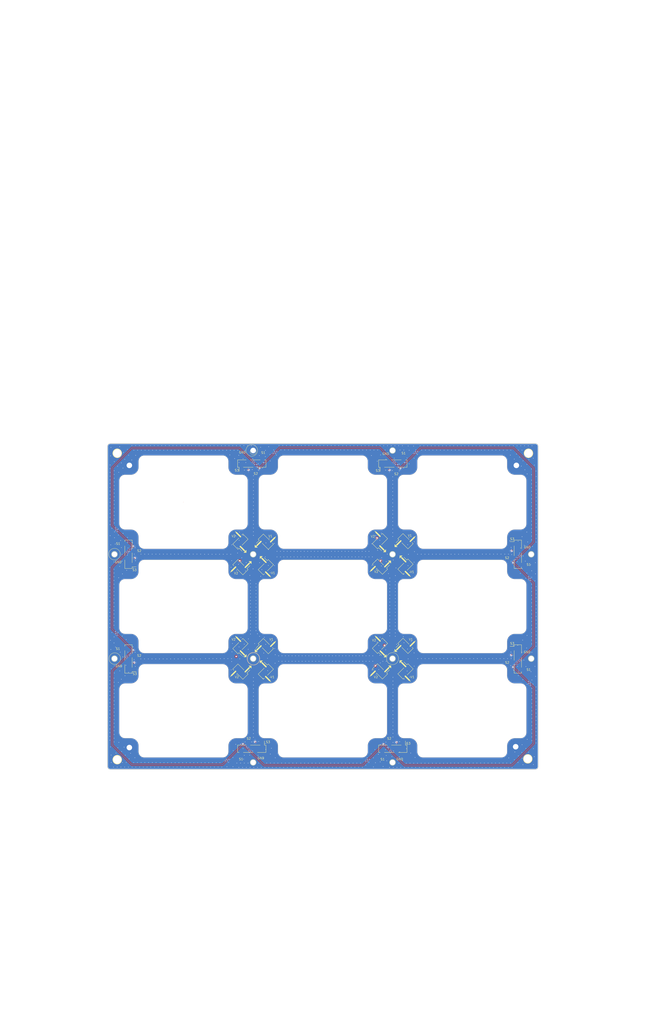
<source format=kicad_pcb>
(kicad_pcb (version 20240108) (generator "pcbnew") (generator_version "8.0")
  (layers (0 "F.Cu" signal) (1 "In1.Cu" signal) (2 "In2.Cu" signal) (31 "B.Cu" signal) (34 "B.Paste" user) (35 "F.Paste" user) (36 "B.SilkS" user "B.Silkscreen") (37 "F.SilkS" user "F.Silkscreen") (38 "B.Mask" user) (39 "F.Mask" user) (44 "Edge.Cuts" user))
  (net 0 "")
  (net 1 "GND")
  (net 2 "Net-(J1-Pin_2)")
  (net 3 "Net-(J10-Pin_2)")
  (net 4 "/s1")
  (net 5 "/s2")
  (net 6 "/s3")
  (footprint "Connector_PinHeader_2.54mm:PinHeader_1x02_P2.54mm_Vertical_SMD_Pin1Left" (layer "F.Cu") (at 107.29 69.187765 45)
    (property "Reference" "J9" (hide yes))
    (property "Value" "Conn_01x02_Pin")
  )
  (footprint "MUSIC_Lab:Outline_sys3x3_cavity_1.5mm" (layer "F.Cu") (at 54.657376 106.705605 -90)
    (property "Reference" "outline5" (hide yes))
    (property "Value" "~" (hide yes))
    (fp_poly (pts (arc (start 43.954395 -151.292624) (mid 44.661502 -150.999731) (end 44.954395 -150.292624)) (arc (start 44.954395 3.707376) (mid 44.661502 4.414483) (end 43.954395 4.707376)) (arc (start -72.045606 4.707376) (mid -72.752712 4.414483) (end -73.045606 3.707378)) (arc (start -73.045605 -150.292625) (mid -72.752712 -150.999731) (end -72.045607 -151.292624))) (stroke (width 0.25)) (fill none) (layer "Edge.Cuts"))
    (fp_poly (pts (arc (start 33.674395 -1.642625) (mid 33.059319 -0.1577) (end 31.574395 0.457376)) (arc (start 15.934395 0.457376) (mid 14.449471 -0.1577) (end 13.834395 -1.642624)) (arc (start 13.834395 -3.742624) (mid 13.020152 -5.708381) (end 11.054395 -6.522624)) (arc (start 8.954395 -6.522624) (mid 7.469472 -7.1377) (end 6.854395 -8.622624)) (arc (start 6.854395 -36.962624) (mid 7.469472 -38.447548) (end 8.954395 -39.062624)) (arc (start 11.054395 -39.062624) (mid 13.020152 -39.876867) (end 13.834395 -41.842624)) (arc (start 13.834395 -43.942624) (mid 14.449471 -45.427548) (end 15.934395 -46.042624)) (arc (start 31.574395 -46.042624) (mid 33.059319 -45.427548) (end 33.674395 -43.942623)) (arc (start 33.674395 -41.842624) (mid 34.488638 -39.876867) (end 36.454395 -39.062624)) (arc (start 38.554395 -39.062624) (mid 40.039319 -38.447548) (end 40.654394 -36.962624)) (arc (start 40.654394 -8.622624) (mid 40.039319 -7.1377) (end 38.554395 -6.522624)) (arc (start 36.454395 -6.522624) (mid 34.488638 -5.708381) (end 33.674395 -3.742624))) (stroke (width 0.1)) (fill none) (layer "Edge.Cuts"))
    (fp_poly (pts (arc (start -28.845605 -39.062624) (mid -30.330529 -38.447548) (end -30.945605 -36.962624)) (arc (start -30.945605 -8.622624) (mid -30.330529 -7.1377) (end -28.845605 -6.522624)) (arc (start -26.745605 -6.522624) (mid -24.779848 -5.70838) (end -23.965605 -3.742624)) (arc (start -23.965605 -1.642624) (mid -23.350529 -0.1577) (end -21.865605 0.457376)) (arc (start -6.225605 0.457376) (mid -4.740681 -0.1577) (end -4.125605 -1.642624)) (arc (start -4.125605 -3.742624) (mid -3.311362 -5.70838) (end -1.345605 -6.522624)) (arc (start 0.754395 -6.522624) (mid 2.239319 -7.1377) (end 2.854395 -8.622624)) (arc (start 2.854395 -36.962624) (mid 2.239319 -38.447548) (end 0.754395 -39.062624)) (arc (start -1.345605 -39.062624) (mid -3.311362 -39.876868) (end -4.125605 -41.842624)) (arc (start -4.125605 -43.942624) (mid -4.740681 -45.427548) (end -6.225605 -46.042624)) (arc (start -21.865605 -46.042624) (mid -23.350529 -45.427548) (end -23.965605 -43.942624)) (arc (start -23.965605 -41.842624) (mid -24.779848 -39.876868) (end -26.745605 -39.062624))) (stroke (width 0.1)) (fill none) (layer "Edge.Cuts"))
    (fp_poly (pts (arc (start -61.765606 -41.842623) (mid -62.579848 -39.876867) (end -64.545604 -39.062624)) (arc (start -66.645603 -39.062624) (mid -68.130529 -38.447548) (end -68.745605 -36.962623)) (arc (start -68.745605 -8.622626) (mid -68.130529 -7.1377) (end -66.645604 -6.522624)) (arc (start -64.545604 -6.522624) (mid -62.579848 -5.708381) (end -61.765606 -3.742625)) (arc (start -61.765605 -1.642626) (mid -61.150529 -0.1577) (end -59.665604 0.457376)) (arc (start -44.025605 0.457376) (mid -42.540681 -0.1577) (end -41.925605 -1.642624)) (arc (start -41.925605 -3.742624) (mid -41.111362 -5.708381) (end -39.145605 -6.522624)) (arc (start -37.045605 -6.522624) (mid -35.560681 -7.1377) (end -34.945605 -8.622624)) (arc (start -34.945605 -36.962624) (mid -35.560681 -38.447548) (end -37.045605 -39.062624)) (arc (start -39.145605 -39.062624) (mid -41.111362 -39.876867) (end -41.925605 -41.842624)) (arc (start -41.925605 -43.942624) (mid -42.540681 -45.427548) (end -44.025605 -46.042624)) (arc (start -59.665604 -46.042624) (mid -61.150529 -45.427548) (end -61.765605 -43.942623))) (stroke (width 0.1)) (fill none) (layer "Edge.Cuts"))
    (fp_poly (pts (arc (start -28.845605 -89.562624) (mid -30.330529 -88.947548) (end -30.945606 -87.462624)) (arc (start -30.945605 -59.122624) (mid -30.330529 -57.6377) (end -28.845605 -57.022624)) (arc (start -26.745605 -57.022624) (mid -24.779848 -56.208381) (end -23.965605 -54.242624)) (arc (start -23.965605 -52.142624) (mid -23.350529 -50.6577) (end -21.865605 -50.042624)) (arc (start -6.225605 -50.042624) (mid -4.740681 -50.6577) (end -4.125605 -52.142624)) (arc (start -4.125605 -54.242624) (mid -3.311362 -56.208381) (end -1.345605 -57.022625)) (arc (start 0.754395 -57.022624) (mid 2.239319 -57.6377) (end 2.854395 -59.122624)) (arc (start 2.854396 -87.462624) (mid 2.239319 -88.947548) (end 0.754395 -89.562624)) (arc (start -1.345605 -89.562624) (mid -3.311362 -90.376867) (end -4.125605 -92.342624)) (arc (start -4.125605 -94.442624) (mid -4.740681 -95.927548) (end -6.225605 -96.542625)) (arc (start -21.865605 -96.542625) (mid -23.350529 -95.927548) (end -23.965605 -94.442624)) (arc (start -23.965605 -92.342624) (mid -24.779848 -90.376867) (end -26.745605 -89.562624))) (stroke (width 0.1)) (fill none) (layer "Edge.Cuts"))
    (fp_poly (pts (arc (start 8.954395 -89.562624) (mid 7.469471 -88.947548) (end 6.854395 -87.462624)) (arc (start 6.854395 -59.122624) (mid 7.469471 -57.6377) (end 8.954395 -57.022625)) (arc (start 11.054395 -57.022624) (mid 13.020152 -56.208381) (end 13.834395 -54.242624)) (arc (start 13.834395 -52.142625) (mid 14.449471 -50.6577) (end 15.934395 -50.042624)) (arc (start 31.574395 -50.042624) (mid 33.059319 -50.6577) (end 33.674395 -52.142624)) (arc (start 33.674395 -54.242624) (mid 34.488638 -56.208381) (end 36.454395 -57.022624)) (arc (start 38.554395 -57.022624) (mid 40.039319 -57.637701) (end 40.654395 -59.122624)) (arc (start 40.654395 -87.462624) (mid 40.039319 -88.947547) (end 38.554395 -89.562624)) (arc (start 36.454395 -89.562624) (mid 34.488638 -90.376867) (end 33.674395 -92.342625)) (arc (start 33.674395 -94.442624) (mid 33.059319 -95.927548) (end 31.574395 -96.542624)) (arc (start 15.934395 -96.542624) (mid 14.449471 -95.927548) (end 13.834395 -94.442623)) (arc (start 13.834395 -92.342624) (mid 13.020152 -90.376867) (end 11.054395 -89.562624))) (stroke (width 0.1)) (fill none) (layer "Edge.Cuts"))
    (fp_poly (pts (arc (start -41.925605 -92.342624) (mid -41.111361 -90.376867) (end -39.145605 -89.562624)) (arc (start -37.045605 -89.562624) (mid -35.560681 -88.947548) (end -34.945605 -87.462624)) (arc (start -34.945605 -59.122624) (mid -35.560681 -57.6377) (end -37.045605 -57.022625)) (arc (start -39.145605 -57.022624) (mid -41.111361 -56.208381) (end -41.925605 -54.242624)) (arc (start -41.925606 -52.142624) (mid -42.540681 -50.6577) (end -44.025605 -50.042624)) (arc (start -59.665604 -50.042624) (mid -61.150529 -50.6577) (end -61.765605 -52.142625)) (arc (start -61.765605 -54.242625) (mid -62.579848 -56.20838) (end -64.545604 -57.022624)) (arc (start -66.645604 -57.022625) (mid -68.13053 -57.6377) (end -68.745605 -59.122626)) (arc (start -68.745605 -87.462623) (mid -68.130529 -88.947547) (end -66.645604 -89.562624)) (arc (start -64.545604 -89.562624) (mid -62.579847 -90.376867) (end -61.765605 -92.342623)) (arc (start -61.765605 -94.442623) (mid -61.150529 -95.927548) (end -59.665604 -96.542624)) (arc (start -44.025605 -96.542624) (mid -42.540681 -95.927548) (end -41.925605 -94.442623))) (stroke (width 0.1)) (fill none) (layer "Edge.Cuts"))
    (fp_poly (pts (arc (start -66.645603 -140.062624) (mid -68.130529 -139.447548) (end -68.745605 -137.962623)) (arc (start -68.745605 -109.622625) (mid -68.130529 -108.1377) (end -66.645604 -107.522624)) (arc (start -64.545604 -107.522624) (mid -62.579848 -106.708381) (end -61.765606 -104.742625)) (arc (start -61.765605 -102.642625) (mid -61.150529 -101.1577) (end -59.665604 -100.542624)) (arc (start -44.025605 -100.542624) (mid -42.540681 -101.157701) (end -41.925605 -102.642624)) (arc (start -41.925605 -104.742624) (mid -41.111362 -106.708381) (end -39.145605 -107.522624)) (arc (start -37.045605 -107.522624) (mid -35.560681 -108.1377) (end -34.945605 -109.622624)) (arc (start -34.945605 -137.962624) (mid -35.560681 -139.447548) (end -37.045605 -140.062624)) (arc (start -39.145605 -140.062624) (mid -41.111362 -140.876867) (end -41.925606 -142.842624)) (arc (start -41.925605 -144.942624) (mid -42.540681 -146.427548) (end -44.025605 -147.042624)) (arc (start -59.665603 -147.042624) (mid -61.150529 -146.427548) (end -61.765606 -144.942623)) (arc (start -61.765606 -142.842623) (mid -62.579848 -140.876867) (end -64.545604 -140.062624))) (stroke (width 0.1)) (fill none) (layer "Edge.Cuts"))
    (fp_poly (pts (arc (start -23.965605 -142.842624) (mid -24.779849 -140.876867) (end -26.745605 -140.062624)) (arc (start -28.845605 -140.062624) (mid -30.330529 -139.447548) (end -30.945605 -137.962624)) (arc (start -30.945605 -109.622624) (mid -30.330529 -108.1377) (end -28.845604 -107.522624)) (arc (start -26.745605 -107.522624) (mid -24.779848 -106.708381) (end -23.965605 -104.742624)) (arc (start -23.965605 -102.642624) (mid -23.350529 -101.1577) (end -21.865605 -100.542624)) (arc (start -6.225605 -100.542624) (mid -4.740681 -101.1577) (end -4.125605 -102.642624)) (arc (start -4.125605 -104.742624) (mid -3.311362 -106.708381) (end -1.345605 -107.522624)) (arc (start 0.754395 -107.522624) (mid 2.239319 -108.1377) (end 2.854395 -109.622624)) (arc (start 2.854395 -137.962624) (mid 2.239319 -139.447548) (end 0.754395 -140.062624)) (arc (start -1.345605 -140.062624) (mid -3.311362 -140.876866) (end -4.125605 -142.842624)) (arc (start -4.125605 -144.942624) (mid -4.740681 -146.427548) (end -6.225605 -147.042624)) (arc (start -21.865605 -147.042624) (mid -23.350529 -146.427549) (end -23.965605 -144.942624))) (stroke (width 0.1)) (fill none) (layer "Edge.Cuts"))
    (fp_poly (pts (arc (start 13.834395 -142.842625) (mid 13.020152 -140.876867) (end 11.054395 -140.062624)) (arc (start 8.954395 -140.062624) (mid 7.469471 -139.447548) (end 6.854395 -137.962624)) (arc (start 6.854395 -109.622624) (mid 7.469472 -108.1377) (end 8.954395 -107.522624)) (arc (start 11.054395 -107.522624) (mid 13.020152 -106.708381) (end 13.834395 -104.742624)) (arc (start 13.834395 -102.642624) (mid 14.449471 -101.157701) (end 15.934395 -100.542624)) (arc (start 31.574395 -100.542624) (mid 33.059319 -101.1577) (end 33.674396 -102.642624)) (arc (start 33.674395 -104.742624) (mid 34.488638 -106.708381) (end 36.454394 -107.522624)) (arc (start 38.554395 -107.522624) (mid 40.039319 -108.1377) (end 40.654395 -109.622624)) (arc (start 40.654394 -137.962624) (mid 40.039319 -139.447548) (end 38.554395 -140.062624)) (arc (start 36.454395 -140.062624) (mid 34.488638 -140.876867) (end 33.674395 -142.842624)) (arc (start 33.674395 -144.942624) (mid 33.05932 -146.427548) (end 31.574395 -147.042624)) (arc (start 15.934395 -147.042624) (mid 14.449471 -146.427548) (end 13.834395 -144.942624))) (stroke (width 0.1)) (fill none) (layer "Edge.Cuts"))
  )
  (footprint "Connector_PinHeader_2.54mm:PinHeader_1x02_P2.54mm_Vertical_SMD_Pin1Left" (layer "F.Cu") (at 148.642236 68.991713 135)
    (property "Reference" "J11" (hide yes))
    (property "Value" "Conn_01x02_Pin")
  )
  (footprint "Connector_PinHeader_2.54mm:PinHeader_1x04_P2.54mm_Vertical_SMD_Pin1Left" (layer "F.Cu") (at 198.595999 111.6774)
    (property "Reference" "J22" (hide yes))
    (property "Value" "Conn_01x04")
  )
  (footprint "Connector_PinHeader_2.54mm:PinHeader_1x04_P2.54mm_Vertical_SMD_Pin1Left" (layer "F.Cu") (at 198.596 73.755201)
    (property "Reference" "J23" (hide yes))
    (property "Value" "Conn_01x04")
  )
  (footprint "Connector_PinHeader_2.54mm:PinHeader_1x02_P2.54mm_Vertical_SMD_Pin1Left" (layer "F.Cu") (at 98.077764 78.423949 -135)
    (property "Reference" "J12" (hide yes))
    (property "Value" "Conn_01x02_Pin")
  )
  (footprint "Connector_PinHeader_2.54mm:PinHeader_1x04_P2.54mm_Vertical_SMD_Pin1Left" (layer "F.Cu") (at 153.3038 144.2188 -90)
    (property "Reference" "J19" (hide yes))
    (property "Value" "Conn_01x04")
  )
  (footprint "Connector_PinHeader_2.54mm:PinHeader_1x04_P2.54mm_Vertical_SMD_Pin1Left" (layer "F.Cu") (at 102.199 40.891599 90)
    (property "Reference" "J20" (hide yes))
    (property "Value" "Conn_01x04")
  )
  (footprint "Connector_PinHeader_2.54mm:PinHeader_1x02_P2.54mm_Vertical_SMD_Pin1Left" (layer "F.Cu") (at 107.29 78.440001 -45)
    (property "Reference" "J7" (hide yes))
    (property "Value" "Conn_01x02_Pin")
  )
  (footprint "Connector_PinHeader_2.54mm:PinHeader_1x02_P2.54mm_Vertical_SMD_Pin1Left" (layer "F.Cu") (at 98.077765 69.171713 135)
    (property "Reference" "J13" (hide yes))
    (property "Value" "Conn_01x02_Pin")
  )
  (footprint "Connector_PinHeader_2.54mm:PinHeader_1x02_P2.54mm_Vertical_SMD_Pin1Left" (layer "F.Cu") (at 107.29 107.027764 45)
    (property "Reference" "J8" (hide yes))
    (property "Value" "Conn_01x02_Pin")
  )
  (footprint "Connector_PinHeader_2.54mm:PinHeader_1x04_P2.54mm_Vertical_SMD_Pin1Left" (layer "F.Cu") (at 102.199 144.218801 -90)
    (property "Reference" "J14" (hide yes))
    (property "Value" "Conn_01x04")
  )
  (footprint "Connector_PinHeader_2.54mm:PinHeader_1x02_P2.54mm_Vertical_SMD_Pin1Left" (layer "F.Cu") (at 157.9 116.19 -45)
    (property "Reference" "J3" (hide yes))
    (property "Value" "Conn_01x02_Pin")
  )
  (footprint "Connector_PinHeader_2.54mm:PinHeader_1x02_P2.54mm_Vertical_SMD_Pin1Left" (layer "F.Cu") (at 157.89 78.240001 -45)
    (property "Reference" "J1" (hide yes))
    (property "Value" "Conn_01x02_Pin")
  )
  (footprint "Connector_PinHeader_2.54mm:PinHeader_1x02_P2.54mm_Vertical_SMD_Pin1Left" (layer "F.Cu") (at 157.898287 106.937765 45)
    (property "Reference" "J4" (hide yes))
    (property "Value" "Conn_01x02_Pin")
  )
  (footprint "Connector_PinHeader_2.54mm:PinHeader_1x04_P2.54mm_Vertical_SMD_Pin1Left" (layer "F.Cu") (at 153.3038 40.8916 90)
    (property "Reference" "J21" (hide yes))
    (property "Value" "Conn_01x04")
  )
  (footprint "Connector_PinHeader_2.54mm:PinHeader_1x02_P2.54mm_Vertical_SMD_Pin1Left" (layer "F.Cu") (at 107.29 116.27 -45)
    (property "Reference" "J6" (hide yes))
    (property "Value" "Conn_01x02_Pin")
  )
  (footprint "Connector_PinHeader_2.54mm:PinHeader_1x02_P2.54mm_Vertical_SMD_Pin1Left" (layer "F.Cu") (at 148.642236 116.18 -135)
    (property "Reference" "J18" (hide yes))
    (property "Value" "Conn_01x02_Pin")
  )
  (footprint "Connector_PinHeader_2.54mm:PinHeader_1x04_P2.54mm_Vertical_SMD_Pin1Left" (layer "F.Cu") (at 57.5204 111.6774 180)
    (property "Reference" "J2" (hide yes))
    (property "Value" "Conn_01x04")
  )
  (footprint "Connector_PinHeader_2.54mm:PinHeader_1x02_P2.54mm_Vertical_SMD_Pin1Left" (layer "F.Cu") (at 98.077764 107.021713 135)
    (property "Reference" "J17" (hide yes))
    (property "Value" "Conn_01x02_Pin")
  )
  (footprint "Connector_PinHeader_2.54mm:PinHeader_1x04_P2.54mm_Vertical_SMD_Pin1Left" (layer "F.Cu") (at 57.5204 73.7552 180)
    (property "Reference" "J26" (hide yes))
    (property "Value" "Conn_01x04")
  )
  (footprint "Connector_PinHeader_2.54mm:PinHeader_1x02_P2.54mm_Vertical_SMD_Pin1Left" (layer "F.Cu") (at 157.888287 69.017765 45)
    (property "Reference" "J5" (hide yes))
    (property "Value" "Conn_01x02_Pin")
  )
  (footprint "Connector_PinHeader_2.54mm:PinHeader_1x02_P2.54mm_Vertical_SMD_Pin1Left" (layer "F.Cu") (at 148.642236 106.928287 135)
    (property "Reference" "J16" (hide yes))
    (property "Value" "Conn_01x02_Pin")
  )
  (footprint "Connector_PinHeader_2.54mm:PinHeader_1x02_P2.54mm_Vertical_SMD_Pin1Left" (layer "F.Cu") (at 148.642236 78.240001 -135)
    (property "Reference" "J10" (hide yes))
    (property "Value" "Conn_01x02_Pin")
  )
  (footprint "Connector_PinHeader_2.54mm:PinHeader_1x02_P2.54mm_Vertical_SMD_Pin1Left" (layer "F.Cu") (at 98.077764 116.262237 -135)
    (property "Reference" "J15" (hide yes))
    (property "Value" "Conn_01x02_Pin")
  )
  (gr_circle (center 102.801562 111.601561) (end 102.801562 109.301562) (stroke (width 0.1)) (fill none) (layer "B.SilkS"))
  (gr_line (start 146.883314 116.116685) (end 145.449485 117.550515) (stroke (width 0.5)) (layer "F.SilkS"))
  (gr_line (start 147.252886 103.721485) (end 146.849837 103.318434) (stroke (width 0.2)) (layer "F.SilkS"))
  (gr_line (start 107.222485 80.175686) (end 108.656314 81.609515) (stroke (width 0.5)) (layer "F.SilkS"))
  (gr_line (start 146.883314 78.194485) (end 145.449485 79.628314) (stroke (width 0.5)) (layer "F.SilkS"))
  (gr_poly (pts (xy 101.161414 114.170414) (xy 101.9958 115.0048) (xy 101.997496 114.173527)) (stroke (width 0.15)) (fill solid) (layer "F.SilkS"))
  (gr_line (start 98.115315 67.385514) (end 96.681486 65.951685) (stroke (width 0.5)) (layer "F.SilkS"))
  (gr_line (start 148.661315 67.233114) (end 147.227486 65.799286) (stroke (width 0.5)) (layer "F.SilkS"))
  (gr_poly (pts (xy 100.213986 110.106414) (xy 99.3796 110.9408) (xy 100.210872 110.942496)) (stroke (width 0.15)) (fill solid) (layer "F.SilkS"))
  (gr_poly (pts (xy 151.783614 114.119614) (xy 152.618 114.954) (xy 152.619696 114.122727)) (stroke (width 0.15)) (fill solid) (layer "F.SilkS"))
  (gr_line (start 159.622686 69.061915) (end 161.056515 67.628086) (stroke (width 0.5)) (layer "F.SilkS"))
  (gr_line (start 145.449485 79.628314) (end 145.046434 80.031364) (stroke (width 0.2)) (layer "F.SilkS"))
  (gr_line (start 98.115315 105.256914) (end 96.681486 103.823085) (stroke (width 0.5)) (layer "F.SilkS"))
  (gr_circle (center 52.56 111.55) (end 52.56 109.45) (stroke (width 0.1)) (fill none) (layer "F.SilkS"))
  (gr_line (start 109.025886 69.239716) (end 110.459716 67.805886) (stroke (width 0.5)) (layer "F.SilkS"))
  (gr_line (start 109.051285 107.085715) (end 110.485115 105.651886) (stroke (width 0.5)) (layer "F.SilkS"))
  (gr_poly (pts (xy 100.188586 72.285814) (xy 99.3542 73.1202) (xy 100.185473 73.121896)) (stroke (width 0.15)) (fill solid) (layer "F.SilkS"))
  (gr_line (start 151.869314 114.84171) (end 152.272365 114.438661) (stroke (width 0.2)) (layer "F.SilkS"))
  (gr_line (start 104.090686 70.54009) (end 103.687635 70.943139) (stroke (width 0.2)) (layer "F.SilkS"))
  (gr_line (start 154.763686 70.33689) (end 154.360635 70.73994) (stroke (width 0.2)) (layer "F.SilkS"))
  (gr_line (start 105.524515 69.106261) (end 104.090686 70.54009) (stroke (width 0.5)) (layer "F.SilkS"))
  (gr_line (start 105.92211 113.061086) (end 105.519061 112.658035) (stroke (width 0.2)) (layer "F.SilkS"))
  (gr_line (start 154.738286 108.30989) (end 154.335235 108.712939) (stroke (width 0.2)) (layer "F.SilkS"))
  (gr_line (start 107.330539 76.674315) (end 105.89671 75.240486) (stroke (width 0.5)) (layer "F.SilkS"))
  (gr_poly (pts (xy 150.915115 110.157317) (xy 150.080729 110.991703) (xy 150.912001 110.9934)) (stroke (width 0.15)) (fill solid) (layer "F.SilkS"))
  (gr_line (start 161.056515 105.550286) (end 161.459567 105.147237) (stroke (width 0.2)) (layer "F.SilkS"))
  (gr_poly (pts (xy 150.759986 72.082614) (xy 149.9256 72.917) (xy 150.756873 72.918696)) (stroke (width 0.15)) (fill solid) (layer "F.SilkS"))
  (gr_line (start 96.681486 65.951685) (end 96.278437 65.548635) (stroke (width 0.2)) (layer "F.SilkS"))
  (gr_line (start 159.253114 119.353915) (end 159.656164 119.756966) (stroke (width 0.2)) (layer "F.SilkS"))
  (gr_line (start 150.435485 116.27554) (end 151.869314 114.84171) (stroke (width 0.5)) (layer "F.SilkS"))
  (gr_poly (pts (xy 155.807504 113.0839) (xy 156.64189 112.249514) (xy 155.810616 112.247818)) (stroke (width 0.15)) (fill solid) (layer "F.SilkS"))
  (gr_poly (pts (xy 105.200013 113.146786) (xy 106.034399 112.3124) (xy 105.203127 112.310704)) (stroke (width 0.15)) (fill solid) (layer "F.SilkS"))
  (gr_line (start 99.813285 116.32634) (end 101.247114 114.89251) (stroke (width 0.5)) (layer "F.SilkS"))
  (gr_poly (pts (xy 155.822214 75.122986) (xy 156.6566 74.2886) (xy 155.825327 74.286904)) (stroke (width 0.15)) (fill solid) (layer "F.SilkS"))
  (gr_line (start 96.337314 78.372285) (end 94.903484 79.806114) (stroke (width 0.5)) (layer "F.SilkS"))
  (gr_line (start 148.604061 70.734486) (end 150.03789 72.168314) (stroke (width 0.5)) (layer "F.SilkS"))
  (gr_line (start 99.838685 78.480339) (end 101.272514 77.04651) (stroke (width 0.5)) (layer "F.SilkS"))
  (gr_line (start 110.459716 67.805886) (end 110.862766 67.402838) (stroke (width 0.2)) (layer "F.SilkS"))
  (gr_poly (pts (xy 104.176386 71.262186) (xy 103.342 70.4278) (xy 103.340304 71.259073)) (stroke (width 0.15)) (fill solid) (layer "F.SilkS"))
  (gr_line (start 105.549915 106.952262) (end 104.116086 108.38609) (stroke (width 0.5)) (layer "F.SilkS"))
  (gr_line (start 150.03789 72.168314) (end 150.440939 72.571365) (stroke (width 0.2)) (layer "F.SilkS"))
  (gr_line (start 99.46649 72.371514) (end 99.869539 72.774565) (stroke (width 0.2)) (layer "F.SilkS"))
  (gr_line (start 151.818514 76.843311) (end 152.221565 76.440261) (stroke (width 0.2)) (layer "F.SilkS"))
  (gr_circle (center 102.801713 111.622237) (end 102.801713 109.422237) (stroke (width 0.1)) (fill none) (layer "F.SilkS"))
  (gr_circle (center 153.2 111.560001) (end 154.74 110.020001) (stroke (width 0.1)) (fill none) (layer "F.SilkS"))
  (gr_line (start 157.978139 76.471116) (end 156.54431 75.037286) (stroke (width 0.5)) (layer "F.SilkS"))
  (gr_line (start 157.838971 79.992172) (end 159.2728 81.426) (stroke (width 0.5)) (layer "F.SilkS"))
  (gr_circle (center 102.199 36.13) (end 102.199 34.03) (stroke (width 0.1)) (fill none) (layer "F.SilkS"))
  (gr_line (start 104.116086 108.38609) (end 103.713035 108.78914) (stroke (width 0.2)) (layer "F.SilkS"))
  (gr_line (start 161.056515 67.628086) (end 161.459566 67.225038) (stroke (width 0.2)) (layer "F.SilkS"))
  (gr_poly (pts (xy 104.201786 109.108186) (xy 103.3674 108.2738) (xy 103.365704 109.105073)) (stroke (width 0.15)) (fill solid) (layer "F.SilkS"))
  (gr_poly (pts (xy 101.186813 76.324414) (xy 102.021199 77.1588) (xy 102.022896 76.327527)) (stroke (width 0.15)) (fill solid) (layer "F.SilkS"))
  (gr_circle (center 52.46 73.71) (end 52.46 71.610001) (stroke (width 0.1)) (fill none) (layer "F.SilkS"))
  (gr_line (start 145.449485 117.550515) (end 145.046434 117.953563) (stroke (width 0.2)) (layer "F.SilkS"))
  (gr_line (start 107.222485 118.047087) (end 108.656314 119.480915) (stroke (width 0.5)) (layer "F.SilkS"))
  (gr_line (start 99.49189 110.192114) (end 99.894938 110.595166) (stroke (width 0.2)) (layer "F.SilkS"))
  (gr_line (start 156.197515 68.903061) (end 154.763686 70.33689) (stroke (width 0.5)) (layer "F.SilkS"))
  (gr_line (start 105.89671 75.240486) (end 105.493661 74.837435) (stroke (width 0.2)) (layer "F.SilkS"))
  (gr_line (start 148.759188 108.809188) (end 150.193018 110.243018) (stroke (width 0.5)) (layer "F.SilkS"))
  (gr_line (start 108.656314 119.480915) (end 109.059363 119.883966) (stroke (width 0.2)) (layer "F.SilkS"))
  (gr_line (start 98.058061 108.758285) (end 99.49189 110.192114) (stroke (width 0.5)) (layer "F.SilkS"))
  (gr_line (start 156.172115 106.876061) (end 154.738286 108.30989) (stroke (width 0.5)) (layer "F.SilkS"))
  (gr_line (start 156.54431 75.037286) (end 156.141261 74.634235) (stroke (width 0.2)) (layer "F.SilkS"))
  (gr_line (start 94.903484 79.806114) (end 94.500434 80.209164) (stroke (width 0.2)) (layer "F.SilkS"))
  (gr_line (start 94.903485 117.601315) (end 94.500434 118.004363) (stroke (width 0.2)) (layer "F.SilkS"))
  (gr_poly (pts (xy 154.823986 109.031986) (xy 153.9896 108.1976) (xy 153.987904 109.028873)) (stroke (width 0.15)) (fill solid) (layer "F.SilkS"))
  (gr_line (start 98.032661 70.937686) (end 99.46649 72.371514) (stroke (width 0.5)) (layer "F.SilkS"))
  (gr_line (start 96.681486 103.823085) (end 96.278437 103.420034) (stroke (width 0.2)) (layer "F.SilkS"))
  (gr_line (start 107.35594 114.494915) (end 105.92211 113.061086) (stroke (width 0.5)) (layer "F.SilkS"))
  (gr_line (start 150.384685 78.277139) (end 151.818514 76.843311) (stroke (width 0.5)) (layer "F.SilkS"))
  (gr_poly (pts (xy 154.849386 71.058986) (xy 154.015 70.2246) (xy 154.013304 71.055874)) (stroke (width 0.15)) (fill solid) (layer "F.SilkS"))
  (gr_line (start 101.272514 77.04651) (end 101.675565 76.643462) (stroke (width 0.2)) (layer "F.SilkS"))
  (gr_line (start 110.485115 105.651886) (end 110.888166 105.248837) (stroke (width 0.2)) (layer "F.SilkS"))
  (gr_line (start 147.227486 65.799286) (end 146.824437 65.396235) (stroke (width 0.2)) (layer "F.SilkS"))
  (gr_line (start 101.247114 114.89251) (end 101.650166 114.489461) (stroke (width 0.2)) (layer "F.SilkS"))
  (gr_line (start 148.686715 105.155314) (end 147.252886 103.721485) (stroke (width 0.5)) (layer "F.SilkS"))
  (gr_line (start 157.819285 117.920086) (end 159.253114 119.353915) (stroke (width 0.5)) (layer "F.SilkS"))
  (gr_poly (pts (xy 151.732814 76.121215) (xy 152.5672 76.955601) (xy 152.568896 76.124327)) (stroke (width 0.15)) (fill solid) (layer "F.SilkS"))
  (gr_line (start 96.337314 116.167486) (end 94.903485 117.601315) (stroke (width 0.5)) (layer "F.SilkS"))
  (gr_line (start 156.5296 112.9982) (end 156.126551 112.59515) (stroke (width 0.2)) (layer "F.SilkS"))
  (gr_line (start 159.2728 81.426) (end 159.675849 81.829051) (stroke (width 0.2)) (layer "F.SilkS"))
  (gr_poly (pts (xy 105.174614 75.326186) (xy 106.009 74.4918) (xy 105.177727 74.490104)) (stroke (width 0.15)) (fill solid) (layer "F.SilkS"))
  (gr_line (start 157.963429 114.432029) (end 156.5296 112.9982) (stroke (width 0.5)) (layer "F.SilkS"))
  (gr_line (start 108.656314 81.609515) (end 109.059363 82.012567) (stroke (width 0.2)) (layer "F.SilkS"))
  (gr_line (start 159.622686 106.984115) (end 161.056515 105.550286) (stroke (width 0.5)) (layer "F.SilkS"))
  (gr_line (start 150.193018 110.243018) (end 150.596067 110.646068) (stroke (width 0.2)) (layer "F.SilkS"))
  (gr_text "S1" (at 201.7 77.96 0) (layer "F.SilkS") (effects (font (size 0.8 0.8) (thickness 0.1)) (justify left bottom)))
  (gr_text "S2" (at 100.25 140.96 0) (layer "F.SilkS") (effects (font (size 0.8 0.8) (thickness 0.1)) (justify left bottom)))
  (gr_text "GND" (at 200.68 109.65 0) (layer "F.SilkS") (effects (font (size 0.8 0.8) (thickness 0.1)) (justify left bottom)))
  (gr_text "S3" (at 195.74 68.68 0) (layer "F.SilkS") (effects (font (size 0.8 0.8) (thickness 0.1)) (justify left bottom)))
  (gr_text "S1" (at 201.67 116.02 0) (layer "F.SilkS") (effects (font (size 0.8 0.8) (thickness 0.1)) (justify left bottom)))
  (gr_text "GND" (at 97.49 37.31 0) (layer "F.SilkS") (effects (font (size 0.8 0.8) (thickness 0.1)) (justify left bottom)))
  (gr_text "S2" (at 153.75 45.120001 0) (layer "F.SilkS") (effects (font (size 0.8 0.8) (thickness 0.1)) (justify left bottom)))
  (gr_text "V2" (at 95.99 118.7 0) (layer "F.SilkS") (effects (font (size 0.8 0.8) (thickness 0.1)) (justify left bottom)))
  (gr_text "V1" (at 159.52 80.61 0) (layer "F.SilkS") (effects (font (size 0.8 0.8) (thickness 0.1)) (justify left bottom)))
  (gr_text "S2" (at 151.17 140.97 0) (layer "F.SilkS") (effects (font (size 0.8 0.8) (thickness 0.1)) (justify left bottom)))
  (gr_text "V2" (at 146.38 118.7 0) (layer "F.SilkS") (effects (font (size 0.8 0.8) (thickness 0.1)) (justify left bottom)))
  (gr_text "GND" (at 154.53 148.44 0) (layer "F.SilkS") (effects (font (size 0.8 0.8) (thickness 0.1)) (justify left bottom)))
  (gr_text "S1" (at 52.87 108.45 0) (layer "F.SilkS") (effects (font (size 0.8 0.8) (thickness 0.1)) (justify left bottom)))
  (gr_text "V2" (at 94.82 105.07 0) (layer "F.SilkS") (effects (font (size 0.8 0.8) (thickness 0.1)) (justify left bottom)))
  (gr_text "S3" (at 158.12 142.74 0) (layer "F.SilkS") (effects (font (size 0.8 0.8) (thickness 0.1)) (justify left bottom)))
  (gr_text "S1" (at 97.47 148.43 0) (layer "F.SilkS") (effects (font (size 0.8 0.8) (thickness 0.1)) (justify left bottom)))
  (gr_text "V1" (at 108.92 118.7 0) (layer "F.SilkS") (effects (font (size 0.8 0.8) (thickness 0.1)) (justify left bottom)))
  (gr_text "S3" (at 107.25 142.24 0) (layer "F.SilkS") (effects (font (size 0.8 0.8) (thickness 0.1)) (justify left bottom)))
  (gr_text "S1" (at 156.38 37.600001 0) (layer "F.SilkS") (effects (font (size 0.8 0.8) (thickness 0.1)) (justify left bottom)))
  (gr_text "V1" (at 108.51 105.07 0) (layer "F.SilkS") (effects (font (size 0.8 0.8) (thickness 0.1)) (justify left bottom)))
  (gr_text "S2" (at 60.6 72.97 0) (layer "F.SilkS") (effects (font (size 0.8 0.8) (thickness 0.1)) (justify left bottom)))
  (gr_text "GND" (at 149.45 37.82 0) (layer "F.SilkS") (effects (font (size 0.8 0.8) (thickness 0.1)) (justify left bottom)))
  (gr_text "V2" (at 95.73 81.09 0) (layer "F.SilkS") (effects (font (size 0.8 0.8) (thickness 0.1)) (justify left bottom)))
  (gr_text "S2" (at 102.809999 45 0) (layer "F.SilkS") (effects (font (size 0.8 0.8) (thickness 0.1)) (justify left bottom)))
  (gr_text "S2" (at 193.86 75.52 0) (layer "F.SilkS") (effects (font (size 0.8 0.8) (thickness 0.1)) (justify left bottom)))
  (gr_text "V2" (at 145.73 105.37 0) (layer "F.SilkS") (effects (font (size 0.8 0.8) (thickness 0.1)) (justify left bottom)))
  (gr_text "S1" (at 105.53 37.42 0) (layer "F.SilkS") (effects (font (size 0.8 0.8) (thickness 0.1)) (justify left bottom)))
  (gr_text "V1" (at 109.12 81 0) (layer "F.SilkS") (effects (font (size 0.8 0.8) (thickness 0.1)) (justify left bottom)))
  (gr_text "S2" (at 60.58 110.93 0) (layer "F.SilkS") (effects (font (size 0.8 0.8) (thickness 0.1)) (justify left bottom)))
  (gr_text "S3" (at 58.98 117.55 0) (layer "F.SilkS") (effects (font (size 0.8 0.8) (thickness 0.1)) (justify left bottom)))
  (gr_text "V1" (at 159.62 118.7 0) (layer "F.SilkS") (effects (font (size 0.8 0.8) (thickness 0.1)) (justify left bottom)))
  (gr_text "V1" (at 159.06 105.07 0) (layer "F.SilkS") (effects (font (size 0.8 0.8) (thickness 0.1)) (justify left bottom)))
  (gr_text "GND" (at 52.76 114.73 0) (layer "F.SilkS") (effects (font (size 0.8 0.8) (thickness 0.1)) (justify left bottom)))
  (gr_text "GND" (at 104.21 148.06 0) (layer "F.SilkS") (effects (font (size 0.8 0.8) (thickness 0.1)) (justify left bottom)))
  (gr_text "S3" (at 195.74 106.53 0) (layer "F.SilkS") (effects (font (size 0.8 0.8) (thickness 0.1)) (justify left bottom)))
  (gr_text "GND" (at 200.78 71.69 0) (layer "F.SilkS") (effects (font (size 0.8 0.8) (thickness 0.1)) (justify left bottom)))
  (gr_text "S3" (at 147.03 43.92 0) (layer "F.SilkS") (effects (font (size 0.8 0.8) (thickness 0.1)) (justify left bottom)))
  (gr_text "S1" (at 52.94 70.39 0) (layer "F.SilkS") (effects (font (size 0.8 0.8) (thickness 0.1)) (justify left bottom)))
  (gr_text "S1" (at 148.76 148.5 0) (layer "F.SilkS") (effects (font (size 0.8 0.8) (thickness 0.1)) (justify left bottom)))
  (gr_text "S3" (at 58.89 79.91 0) (layer "F.SilkS") (effects (font (size 0.8 0.8) (thickness 0.1)) (justify left bottom)))
  (gr_text "V2" (at 145.26 67.77 0) (layer "F.SilkS") (effects (font (size 0.8 0.8) (thickness 0.1)) (justify left bottom)))
  (gr_text "V1" (at 158.69 67.45 0) (layer "F.SilkS") (effects (font (size 0.8 0.8) (thickness 0.1)) (justify left bottom)))
  (gr_text "V2" (at 94.8 67.65 0) (layer "F.SilkS") (effects (font (size 0.8 0.8) (thickness 0.1)) (justify left bottom)))
  (gr_text "GND" (at 52.52 77.05 0) (layer "F.SilkS") (effects (font (size 0.8 0.8) (thickness 0.1)) (justify left bottom)))
  (gr_text "S3" (at 95.95 43.810001 0) (layer "F.SilkS") (effects (font (size 0.8 0.8) (thickness 0.1)) (justify left bottom)))
  (gr_text "V1" (at 108.15 67.64 0) (layer "F.SilkS") (effects (font (size 0.8 0.8) (thickness 0.1)) (justify left bottom)))
  (gr_text "V2" (at 146.51 80.55 0) (layer "F.SilkS") (effects (font (size 0.8 0.8) (thickness 0.1)) (justify left bottom)))
  (gr_text "S2" (at 193.91 113.45 0) (layer "F.SilkS") (effects (font (size 0.8 0.8) (thickness 0.1)) (justify left bottom)))
  (via (at 191.5575 34.44) (size 0.4) (drill 0.2) (layers "F.Cu" "B.Cu") (net 1))
  (via (at 197.509999 145.38) (size 0.4) (drill 0.2) (layers "F.Cu" "B.Cu") (net 1))
  (via (at 52.319999 52.94625) (size 0.4) (drill 0.2) (layers "F.Cu" "B.Cu") (net 1))
  (via (at 205.04 117.980001) (size 0.4) (drill 0.2) (layers "F.Cu" "B.Cu") (net 1))
  (via (at 203.6 92.700625) (size 0.4) (drill 0.2) (layers "F.Cu" "B.Cu") (net 1))
  (via (at 187.941875 36.02) (size 0.4) (drill 0.2) (layers "F.Cu" "B.Cu") (net 1))
  (via (at 52.29 134.974375) (size 0.4) (drill 0.2) (layers "F.Cu" "B.Cu") (net 1))
  (via (at 139.195625 34.43) (size 0.4) (drill 0.2) (layers "F.Cu" "B.Cu") (net 1))
  (via (at 131.444375 150.87) (size 0.4) (drill 0.2) (layers "F.Cu" "B.Cu") (net 1))
  (via (at 196.36 73.890001) (size 0.4) (drill 0.2) (layers "F.Cu" "B.Cu") (net 1))
  (via (at 155.79 141.63) (size 0.4) (drill 0.2) (layers "F.Cu" "B.Cu") (net 1))
  (via (at 203.67 123.705) (size 0.4) (drill 0.2) (layers "F.Cu" "B.Cu") (net 1))
  (via (at 62.050625 73.7) (size 0.4) (drill 0.2) (layers "F.Cu" "B.Cu") (net 1))
  (via (at 102.79 53.416251) (size 0.4) (drill 0.2) (layers "F.Cu" "B.Cu") (net 1))
  (via (at 92.179375 111.560001) (size 0.4) (drill 0.2) (layers "F.Cu" "B.Cu") (net 1))
  (via (at 103.39 34.39) (size 0.4) (drill 0.2) (layers "F.Cu" "B.Cu") (net 1))
  (via (at 202.16 69.29) (size 0.4) (drill 0.2) (layers "F.Cu" "B.Cu") (net 1))
  (via (at 154.813125 150.96) (size 0.4) (drill 0.2) (layers "F.Cu" "B.Cu") (net 1))
  (via (at 190.205625 34.44) (size 0.4) (drill 0.2) (layers "F.Cu" "B.Cu") (net 1))
  (via (at 171.87125 36.02) (size 0.4) (drill 0.2) (layers "F.Cu" "B.Cu") (net 1))
  (via (at 205.2 128.580626) (size 0.4) (drill 0.2) (layers "F.Cu" "B.Cu") (net 1))
  (via (at 68.81 73.7) (size 0.4) (drill 0.2) (layers "F.Cu" "B.Cu") (net 1))
  (via (at 205.22 103.01375) (size 0.4) (drill 0.2) (layers "F.Cu" "B.Cu") (net 1))
  (via (at 199.25 73.310001) (size 0.4) (drill 0.2) (layers "F.Cu" "B.Cu") (net 1))
  (via (at 153.26 64.59625) (size 0.4) (drill 0.2) (layers "F.Cu" "B.Cu") (net 1))
  (via (at 107.9 111.45) (size 0.4) (drill 0.2) (layers "F.Cu" "B.Cu") (net 1))
  (via (at 202.49 145.480001) (size 0.4) (drill 0.2) (layers "F.Cu" "B.Cu") (net 1))
  (via (at 165.89375 34.45) (size 0.4) (drill 0.2) (layers "F.Cu" "B.Cu") (net 1))
  (via (at 101.73 89.275) (size 0.4) (drill 0.2) (layers "F.Cu" "B.Cu") (net 1))
  (via (at 51.1 70.340001) (size 0.4) (drill 0.2) (layers "F.Cu" "B.Cu") (net 1))
  (via (at 158.46 38.88) (size 0.4) (drill 0.2) (layers "F.Cu" "B.Cu") (net 1))
  (via (at 205.22 97.60625) (size 0.4) (drill 0.2) (layers "F.Cu" "B.Cu") (net 1))
  (via (at 140.953375 72.700001) (size 0.4) (drill 0.2) (layers "F.Cu" "B.Cu") (net 1))
  (via (at 205.23 47.699375) (size 0.4) (drill 0.2) (layers "F.Cu" "B.Cu") (net 1))
  (via (at 200.48 39.89) (size 0.4) (drill 0.2) (layers "F.Cu" "B.Cu") (net 1))
  (via (at 138.721351 112.53) (size 0.4) (drill 0.2) (layers "F.Cu" "B.Cu") (net 1))
  (via (at 188.398125 151) (size 0.4) (drill 0.2) (layers "F.Cu" "B.Cu") (net 1))
  (via (at 203.6 98.108125) (size 0.4) (drill 0.2) (layers "F.Cu" "B.Cu") (net 1))
  (via (at 54.96 71.33) (size 0.4) (drill 0.2) (layers "F.Cu" "B.Cu") (net 1))
  (via (at 148.65875 34.43) (size 0.4) (drill 0.2) (layers "F.Cu" "B.Cu") (net 1))
  (via (at 198.43 76.43) (size 0.4) (drill 0.2) (layers "F.Cu" "B.Cu") (net 1))
  (via (at 182.990625 151) (size 0.4) (drill 0.2) (layers "F.Cu" "B.Cu") (net 1))
  (via (at 203.6 89.996876) (size 0.4) (drill 0.2) (layers "F.Cu" "B.Cu") (net 1))
  (via (at 205.200001 131.284375) (size 0.4) (drill 0.2) (layers "F.Cu" "B.Cu") (net 1))
  (via (at 203.67 141.279376) (size 0.4) (drill 0.2) (layers "F.Cu" "B.Cu") (net 1))
  (via (at 50.86 54.918126) (size 0.4) (drill 0.2) (layers "F.Cu" "B.Cu") (net 1))
  (via (at 200.45 149.980001) (size 0.4) (drill 0.2) (layers "F.Cu" "B.Cu") (net 1))
  (via (at 76.334375 34.370001) (size 0.4) (drill 0.2) (layers "F.Cu" "B.Cu") (net 1))
  (via (at 153.26 57.836875) (size 0.4) (drill 0.2) (layers "F.Cu" "B.Cu") (net 1))
  (via (at 56.68 104.63) (size 0.4) (drill 0.2) (layers "F.Cu" "B.Cu") (net 1))
  (via (at 145.955 34.43) (size 0.4) (drill 0.2) (layers "F.Cu" "B.Cu") (net 1))
  (via (at 163.19 34.450001) (size 0.4) (drill 0.2) (layers "F.Cu" "B.Cu") (net 1))
  (via (at 187.501875 34.44) (size 0.4) (drill 0.2) (layers "F.Cu" "B.Cu") (net 1))
  (via (at 205.23 62.57) (size 0.4) (drill 0.2) (layers "F.Cu" "B.Cu") (net 1))
  (via (at 205.23 50.403125) (size 0.4) (drill 0.2) (layers "F.Cu" "B.Cu") (net 1))
  (via (at 161.14 72.77) (size 0.4) (drill 0.2) (layers "F.Cu" "B.Cu") (net 1))
  (via (at 107.06 142.29) (size 0.4) (drill 0.2) (layers "F.Cu" "B.Cu") (net 1))
  (via (at 61.539999 150.84) (size 0.4) (drill 0.2) (layers "F.Cu" "B.Cu") (net 1))
  (via (at 124.913929 72.700001) (size 0.4) (drill 0.2) (layers "F.Cu" "B.Cu") (net 1))
  (via (at 198.78 117.71) (size 0.4) (drill 0.2) (layers "F.Cu" "B.Cu") (net 1))
  (via (at 52.26 95.40375) (size 0.4) (drill 0.2) (layers "F.Cu" "B.Cu") (net 1))
  (via (at 99.824375 36.06) (size 0.4) (drill 0.2) (layers "F.Cu" "B.Cu") (net 1))
  (via (at 134.784357 72.7) (size 0.4) (drill 0.2) (layers "F.Cu" "B.Cu") (net 1))
  (via (at 55.21 76.240001) (size 0.4) (drill 0.2) (layers "F.Cu" "B.Cu") (net 1))
  (via (at 102.79 45.305) (size 0.4) (drill 0.2) (layers "F.Cu" "B.Cu") (net 1))
  (via (at 67.398125 111.650001) (size 0.4) (drill 0.2) (layers "F.Cu" "B.Cu") (net 1))
  (via (at 52.319999 58.35375) (size 0.4) (drill 0.2) (layers "F.Cu" "B.Cu") (net 1))
  (via (at 113.809697 72.700001) (size 0.4) (drill 0.2) (layers "F.Cu" "B.Cu") (net 1))
  (via (at 168.99375 149.44) (size 0.4) (drill 0.2) (layers "F.Cu" "B.Cu") (net 1))
  (via (at 96.789375 149.400001) (size 0.4) (drill 0.2) (layers "F.Cu" "B.Cu") (net 1))
  (via (at 148.55 110.34) (size 0.4) (drill 0.2) (layers "F.Cu" "B.Cu") (net 1))
  (via (at 135.068468 110.53) (size 0.4) (drill 0.2) (layers "F.Cu" "B.Cu") (net 1))
  (via (at 196.16 71.240001) (size 0.4) (drill 0.2) (layers "F.Cu" "B.Cu") (net 1))
  (via (at 188.4525 73.7) (size 0.4) (drill 0.2) (layers "F.Cu" "B.Cu") (net 1))
  (via (at 105.02 76.8) (size 0.4) (drill 0.2) (layers "F.Cu" "B.Cu") (net 1))
  (via (at 150.510625 35.980001) (size 0.4) (drill 0.2) (layers "F.Cu" "B.Cu") (net 1))
  (via (at 147 149.26) (size 0.4) (drill 0.2) (layers "F.Cu" "B.Cu") (net 1))
  (via (at 162.3 111.55) (size 0.4) (drill 0.2) (layers "F.Cu" "B.Cu") (net 1))
  (via (at 52.32 48.890626) (size 0.4) (drill 0.2) (layers "F.Cu" "B.Cu") (net 1))
  (via (at 193.805625 151) (size 0.4) (drill 0.2) (layers "F.Cu" "B.Cu") (net 1))
  (via (at 203.91 70.91) (size 0.4) (drill 0.2) (layers "F.Cu" "B.Cu") (net 1))
  (via (at 102.79 65.583126) (size 0.4) (drill 0.2) (layers "F.Cu" "B.Cu") (net 1))
  (via (at 151.31 73.69) (size 0.4) (drill 0.2) (layers "F.Cu" "B.Cu") (net 1))
  (via (at 169.059375 111.55) (size 0.4) (drill 0.2) (layers "F.Cu" "B.Cu") (net 1))
  (via (at 200.94 70.500001) (size 0.4) (drill 0.2) (layers "F.Cu" "B.Cu") (net 1))
  (via (at 189.804375 73.7) (size 0.4) (drill 0.2) (layers "F.Cu" "B.Cu") (net 1))
  (via (at 203.6 104.8675) (size 0.4) (drill 0.2) (layers "F.Cu" "B.Cu") (net 1))
  (via (at 168.5975 34.45) (size 0.4) (drill 0.2) (layers "F.Cu" "B.Cu") (net 1))
  (via (at 159.22 67.66) (size 0.4) (drill 0.2) (layers "F.Cu" "B.Cu") (net 1))
  (via (at 52.399999 116.77) (size 0.4) (drill 0.2) (layers "F.Cu" "B.Cu") (net 1))
  (via (at 55.52 42.51) (size 0.4) (drill 0.2) (layers "F.Cu" "B.Cu") (net 1))
  (via (at 52.259999 83.236875) (size 0.4) (drill 0.2) (layers "F.Cu" "B.Cu") (net 1))
  (via (at 64.8775 36.05) (size 0.4) (drill 0.2) (layers "F.Cu" "B.Cu") (net 1))
  (via (at 77.140626 149.27) (size 0.4) (drill 0.2) (layers "F.Cu" "B.Cu") (net 1))
  (via (at 52.32 50.242501) (size 0.4) (drill 0.2) (layers "F.Cu" "B.Cu") (net 1))
  (via (at 145.45 146.04) (size 0.4) (drill 0.2) (layers "F.Cu" "B.Cu") (net 1))
  (via (at 178.935 151) (size 0.4) (drill 0.2) (layers "F.Cu" "B.Cu") (net 1))
  (via (at 198.11 37.450001) (size 0.4) (drill 0.2) (layers "F.Cu" "B.Cu") (net 1))
  (via (at 161.08 69.2) (size 0.4) (drill 0.2) (layers "F.Cu" "B.Cu") (net 1))
  (via (at 76.921251 73.7) (size 0.4) (drill 0.2) (layers "F.Cu" "B.Cu") (net 1))
  (via (at 68.223125 34.370001) (size 0.4) (drill 0.2) (layers "F.Cu" "B.Cu") (net 1))
  (via (at 52.26 84.58875) (size 0.4) (drill 0.2) (layers "F.Cu" "B.Cu") (net 1))
  (via (at 193.349375 36.02) (size 0.4) (drill 0.2) (layers "F.Cu" "B.Cu") (net 1))
  (via (at 50.79 131.626251) (size 0.4) (drill 0.2) (layers "F.Cu" "B.Cu") (net 1))
  (via (at 66.1575 149.2) (size 0.4) (drill 0.2) (layers "F.Cu" "B.Cu") (net 1))
  (via (at 158.81 77.89) (size 0.4) (drill 0.2) (layers "F.Cu" "B.Cu") (net 1))
  (via (at 114.36375 149.400001) (size 0.4) (drill 0.2) (layers "F.Cu" "B.Cu") (net 1))
  (via (at 103.73 94.135001) (size 0.4) (drill 0.2) (layers "F.Cu" "B.Cu") (net 1))
  (via (at 97.059 42.221599) (size 0.4) (drill 0.2) (layers "F.Cu" "B.Cu") (net 1))
  (via (at 125.57875 34.380001) (size 0.4) (drill 0.2) (layers "F.Cu" "B.Cu") (net 1))
  (via (at 167.245625 34.45) (size 0.4) (drill 0.2) (layers "F.Cu" "B.Cu") (net 1))
  (via (at 133.488125 149.42) (size 0.4) (drill 0.2) (layers "F.Cu" "B.Cu") (net 1))
  (via (at 67.58125 36.05) (size 0.4) (drill 0.2) (layers "F.Cu" "B.Cu") (net 1))
  (via (at 156.165 150.96) (size 0.4) (drill 0.2) (layers "F.Cu" "B.Cu") (net 1))
  (via (at 71.06125 150.83) (size 0.4) (drill 0.2) (layers "F.Cu" "B.Cu") (net 1))
  (via (at 195.613125 34.440001) (size 0.4) (drill 0.2) (layers "F.Cu" "B.Cu") (net 1))
  (via (at 50.999999 38.1) (size 0.4) (drill 0.2) (layers "F.Cu" "B.Cu") (net 1))
  (via (at 52.259999 79.18125) (size 0.4) (drill 0.2) (layers "F.Cu" "B.Cu") (net 1))
  (via (at 75.116875 150.83) (size 0.4) (drill 0.2) (layers "F.Cu" "B.Cu") (net 1))
  (via (at 66.229375 36.05) (size 0.4) (drill 0.2) (layers "F.Cu" "B.Cu") (net 1))
  (via (at 53.68 143.840001) (size 0.4) (drill 0.2) (layers "F.Cu" "B.Cu") (net 1))
  (via (at 67.509375 149.2) (size 0.4) (drill 0.2) (layers "F.Cu" "B.Cu") (net 1))
  (via (at 167.815625 36.02) (size 0.4) (drill 0.2) (layers "F.Cu" "B.Cu") (net 1))
  (via (at 98.14125 149.400001) (size 0.4) (drill 0.2) (layers "F.Cu" "B.Cu") (net 1))
  (via (at 102.79 119.781875) (size 0.4) (drill 0.2) (layers "F.Cu" "B.Cu") (net 1))
  (via (at 154.24 81.470001) (size 0.4) (drill 0.2) (layers "F.Cu" "B.Cu") (net 1))
  (via (at 205.23 67.9775) (size 0.4) (drill 0.2) (layers "F.Cu" "B.Cu") (net 1))
  (via (at 203.57 50.955001) (size 0.4) (drill 0.2) (layers "F.Cu" "B.Cu") (net 1))
  (via (at 52.319999 62.409375) (size 0.4) (drill 0.2) (layers "F.Cu" "B.Cu") (net 1))
  (via (at 176.70875 34.45) (size 0.4) (drill 0.2) (layers "F.Cu" "B.Cu") (net 1))
  (via (at 54.36 115.99) (size 0.4) (drill 0.2) (layers "F.Cu" "B.Cu") (net 1))
  (via (at 190.81625 111.55) (size 0.4) (drill 0.2) (layers "F.Cu" "B.Cu") (net 1))
  (via (at 118.02168 112.530001) (size 0.4) (drill 0.2) (layers "F.Cu" "B.Cu") (net 1))
  (via (at 103.73 92.920001) (size 0.4) (drill 0.2) (layers "F.Cu" "B.Cu") (net 1))
  (via (at 104.94 38.01) (size 0.4) (drill 0.2) (layers "F.Cu" "B.Cu") (net 1))
  (via (at 170.35125 73.73) (size 0.4) (drill 0.2) (layers "F.Cu" "B.Cu") (net 1))
  (via (at 102.79 126.54125) (size 0.4) (drill 0.2) (layers "F.Cu" "B.Cu") (net 1))
  (via (at 154.06625 34.43) (size 0.4) (drill 0.2) (layers "F.Cu" "B.Cu") (net 1))
  (via (at 153.44 75.82) (size 0.4) (drill 0.2) (layers "F.Cu" "B.Cu") (net 1))
  (via (at 118.744911 74.700001) (size 0.4) (drill 0.2) (layers "F.Cu" "B.Cu") (net 1))
  (via (at 116.815625 35.95) (size 0.4) (drill 0.2) (layers "F.Cu" "B.Cu") (net 1))
  (via (at 186.15 34.44) (size 0.4) (drill 0.2) (layers "F.Cu" "B.Cu") (net 1))
  (via (at 101.73 97.78) (size 0.4) (drill 0.2) (layers "F.Cu" "B.Cu") (net 1))
  (via (at 191.87375 149.39) (size 0.4) (drill 0.2) (layers "F.Cu" "B.Cu") (net 1))
  (via (at 158.86 111.630001) (size 0.4) (drill 0.2) (layers "F.Cu" "B.Cu") (net 1))
  (via (at 119.519376 35.95) (size 0.4) (drill 0.2) (layers "F.Cu" "B.Cu") (net 1))
  (via (at 60.11 37.900001) (size 0.4) (drill 0.2) (layers "F.Cu" "B.Cu") (net 1))
  (via (at 79.565 111.65) (size 0.4) (drill 0.2) (layers "F.Cu" "B.Cu") (net 1))
  (via (at 136.851875 150.87) (size 0.4) (drill 0.2) (layers "F.Cu" "B.Cu") (net 1))
  (via (at 203.67 129.1125) (size 0.4) (drill 0.2) (layers "F.Cu" "B.Cu") (net 1))
  (via (at 74.1575 111.650001) (size 0.4) (drill 0.2) (layers "F.Cu" "B.Cu") (net 1))
  (via (at 204.58 147.08) (size 0.4) (drill 0.2) (layers "F.Cu" "B.Cu") (net 1))
  (via (at 102.79 131.94875) (size 0.4) (drill 0.2) (layers "F.Cu" "B.Cu") (net 1))
  (via (at 107.604375 149.400001) (size 0.4) (drill 0.2) (layers "F.Cu" "B.Cu") (net 1))
  (via (at 121.674563 112.530001) (size 0.4) (drill 0.2) (layers "F.Cu" "B.Cu") (net 1))
  (via (at 157.516875 150.96) (size 0.4) (drill 0.2) (layers "F.Cu" "B.Cu") (net 1))
  (via (at 103.73 84.415001) (size 0.4) (drill 0.2) (layers "F.Cu" "B.Cu") (net 1))
  (via (at 178.060625 34.45) (size 0.4) (drill 0.2) (layers "F.Cu" "B.Cu") (net 1))
  (via (at 158.178749 149.44) (size 0.4) (drill 0.2) (layers "F.Cu" "B.Cu") (net 1))
  (via (at 174.466875 111.55) (size 0.4) (drill 0.2) (layers "F.Cu" "B.Cu") (net 1))
  (via (at 104.45 146.600001) (size 0.4) (drill 0.2) (layers "F.Cu" "B.Cu") (net 1))
  (via (at 149.13 66.080001) (size 0.4) (drill 0.2) (layers "F.Cu" "B.Cu") (net 1))
  (via (at 128.982499 35.95) (size 0.4) (drill 0.2) (layers "F.Cu" "B.Cu") (net 1))
  (via (at 192.168125 111.55) (size 0.4) (drill 0.2) (layers "F.Cu" "B.Cu") (net 1))
  (via (at 204.97 76.79) (size 0.4) (drill 0.2) (layers "F.Cu" "B.Cu") (net 1))
  (via (at 153.34 118.330001) (size 0.4) (drill 0.2) (layers "F.Cu" "B.Cu") (net 1))
  (via (at 182.410625 149.39) (size 0.4) (drill 0.2) (layers "F.Cu" "B.Cu") (net 1))
  (via (at 91.713125 36.06) (size 0.4) (drill 0.2) (layers "F.Cu" "B.Cu") (net 1))
  (via (at 95.47 144.89) (size 0.4) (drill 0.2) (layers "F.Cu" "B.Cu") (net 1))
  (via (at 203.57 49.603126) (size 0.4) (drill 0.2) (layers "F.Cu" "B.Cu") (net 1))
  (via (at 156.77 34.430001) (size 0.4) (drill 0.2) (layers "F.Cu" "B.Cu") (net 1))
  (via (at 203.66 109.25) (size 0.4) (drill 0.2) (layers "F.Cu" "B.Cu") (net 1))
  (via (at 201.85 65.700001) (size 0.4) (drill 0.2) (layers "F.Cu" "B.Cu") (net 1))
  (via (at 99.09 66.91) (size 0.4) (drill 0.2) (layers "F.Cu" "B.Cu") (net 1))
  (via (at 98.27 103.87) (size 0.4) (drill 0.2) (layers "F.Cu" "B.Cu") (net 1))
  (via (at 130.197957 112.530001) (size 0.4) (drill 0.2) (layers "F.Cu" "B.Cu") (net 1))
  (via (at 54.309999 78.13) (size 0.4) (drill 0.2) (layers "F.Cu" "B.Cu") (net 1))
  (via (at 155.418125 34.430001) (size 0.4) (drill 0.2) (layers "F.Cu" "B.Cu") (net 1))
  (via (at 157.34 105.810001) (size 0.4) (drill 0.2) (layers "F.Cu" "B.Cu") (net 1))
  (via (at 102.1 141.74) (size 0.4) (drill 0.2) (layers "F.Cu" "B.Cu") (net 1))
  (via (at 51.13 108.23) (size 0.4) (drill 0.2) (layers "F.Cu" "B.Cu") (net 1))
  (via (at 52.23 76.54) (size 0.4) (drill 0.2) (layers "F.Cu" "B.Cu") (net 1))
  (via (at 72.98875 36.050001) (size 0.4) (drill 0.2) (layers "F.Cu" "B.Cu") (net 1))
  (via (at 155.65 147.09) (size 0.4) (drill 0.2) (layers "F.Cu" "B.Cu") (net 1))
  (via (at 128.615339 72.700001) (size 0.4) (drill 0.2) (layers "F.Cu" "B.Cu") (net 1))
  (via (at 146.455 35.98) (size 0.4) (drill 0.2) (layers "F.Cu" "B.Cu") (net 1))
  (via (at 203.6 87.293126) (size 0.4) (drill 0.2) (layers "F.Cu" "B.Cu") (net 1))
  (via (at 55.04 145.21) (size 0.4) (drill 0.2) (layers "F.Cu" "B.Cu") (net 1))
  (via (at 130.0925 150.87) (size 0.4) (drill 0.2) (layers "F.Cu" "B.Cu") (net 1))
  (via (at 205.200001 135.34) (size 0.4) (drill 0.2) (layers "F.Cu" "B.Cu") (net 1))
  (via (at 205.200001 136.691875) (size 0.4) (drill 0.2) (layers "F.Cu" "B.Cu") (net 1))
  (via (at 195.929375 149.39) (size 0.4) (drill 0.2) (layers "F.Cu" "B.Cu") (net 1))
  (via (at 126.036875 150.87) (size 0.4) (drill 0.2) (layers "F.Cu" "B.Cu") (net 1))
  (via (at 193.86 73.7) (size 0.4) (drill 0.2) (layers "F.Cu" "B.Cu") (net 1))
  (via (at 205.200001 129.9325) (size 0.4) (drill 0.2) (layers "F.Cu" "B.Cu") (net 1))
  (via (at 70.101875 111.650001) (size 0.4) (drill 0.2) (layers "F.Cu" "B.Cu") (net 1))
  (via (at 103.73 86.845) (size 0.4) (drill 0.2) (layers "F.Cu" "B.Cu") (net 1))
  (via (at 154.2 102.228824) (size 0.4) (drill 0.2) (layers "F.Cu" "B.Cu") (net 1))
  (via (at 122.446322 74.7) (size 0.4) (drill 0.2) (layers "F.Cu" "B.Cu") (net 1))
  (via (at 113.15117 112.530001) (size 0.4) (drill 0.2) (layers "F.Cu" "B.Cu") (net 1))
  (via (at 138.20375 150.87) (size 0.4) (drill 0.2) (layers "F.Cu" "B.Cu") (net 1))
  (via (at 101.73 100.210001) (size 0.4) (drill 0.2) (layers "F.Cu" "B.Cu") (net 1))
  (via (at 77.68625 34.370001) (size 0.4) (drill 0.2) (layers "F.Cu" "B.Cu") (net 1))
  (via (at 50.86 49.510625) (size 0.4) (drill 0.2) (layers "F.Cu" "B.Cu") (net 1))
  (via (at 148.59 68.68) (size 0.4) (drill 0.2) (layers "F.Cu" "B.Cu") (net 1))
  (via (at 50.79 126.218751) (size 0.4) (drill 0.2) (layers "F.Cu" "B.Cu") (net 1))
  (via (at 202.3725 34.440001) (size 0.4) (drill 0.2) (layers "F.Cu" "B.Cu") (net 1))
  (via (at 101.73 90.490001) (size 0.4) (drill 0.2) (layers "F.Cu" "B.Cu") (net 1))
  (via (at 60.188124 150.84) (size 0.4) (drill 0.2) (layers "F.Cu" "B.Cu") (net 1))
  (via (at 137.503723 110.530001) (size 0.4) (drill 0.2) (layers "F.Cu" "B.Cu") (net 1))
  (via (at 103.73 88.06) (size 0.4) (drill 0.2) (layers "F.Cu" "B.Cu") (net 1))
  (via (at 116.435625 150.96) (size 0.4) (drill 0.2) (layers "F.Cu" "B.Cu") (net 1))
  (via (at 117.511108 74.7) (size 0.4) (drill 0.2) (layers "F.Cu" "B.Cu") (net 1))
  (via (at 101.729999 91.705) (size 0.4) (drill 0.2) (layers "F.Cu" "B.Cu") (net 1))
  (via (at 102.79 46.656875) (size 0.4) (drill 0.2) (layers "F.Cu" "B.Cu") (net 1))
  (via (at 160.220625 150.96) (size 0.4) (drill 0.2) (layers "F.Cu" "B.Cu") (net 1))
  (via (at 172.3875 150.96) (size 0.4) (drill 0.2) (layers "F.Cu" "B.Cu") (net 1))
  (via (at 150.68 43.290001) (size 0.4) (drill 0.2) (layers "F.Cu" "B.Cu") (net 1))
  (via (at 153.34 139.96) (size 0.4) (drill 0.2) (layers "F.Cu" "B.Cu") (net 1))
  (via (at 203.67 125.056875) (size 0.4) (drill 0.2) (layers "F.Cu" "B.Cu") (net 1))
  (via (at 89.009375 36.06) (size 0.4) (drill 0.2) (layers "F.Cu" "B.Cu") (net 1))
  (via (at 197.310001 39.27) (size 0.4) (drill 0.2) (layers "F.Cu" "B.Cu") (net 1))
  (via (at 201.88 80.54) (size 0.4) (drill 0.2) (layers "F.Cu" "B.Cu") (net 1))
  (via (at 50.86 58.973751) (size 0.4) (drill 0.2) (layers "F.Cu" "B.Cu") (net 1))
  (via (at 197.74 78.9) (size 0.4) (drill 0.2) (layers "F.Cu" "B.Cu") (net 1))
  (via (at 197.33 148.150001) (size 0.4) (drill 0.2) (layers "F.Cu" "B.Cu") (net 1))
  (via (at 102.79 133.300625) (size 0.4) (drill 0.2) (layers "F.Cu" "B.Cu") (net 1))
  (via (at 55.34 80.86) (size 0.4) (drill 0.2) (layers "F.Cu" "B.Cu") (net 1))
  (via (at 201.020625 34.440001) (size 0.4) (drill 0.2) (layers "F.Cu" "B.Cu") (net 1))
  (via (at 205.23 66.625625) (size 0.4) (drill 0.2) (layers "F.Cu" "B.Cu") (net 1))
  (via (at 155.64 41.05) (size 0.4) (drill 0.2) (layers "F.Cu" "B.Cu") (net 1))
  (via (at 96.39 142.600001) (size 0.4) (drill 0.2) (layers "F.Cu" "B.Cu") (net 1))
  (via (at 146.26 150.790001) (size 0.4) (drill 0.2) (layers "F.Cu" "B.Cu") (net 1))
  (via (at 119.978715 72.7) (size 0.4) (drill 0.2) (layers "F.Cu" "B.Cu") (net 1))
  (via (at 205.22 93.550625) (size 0.4) (drill 0.2) (layers "F.Cu" "B.Cu") (net 1))
  (via (at 152.2 83.611177) (size 0.4) (drill 0.2) (layers "F.Cu" "B.Cu") (net 1))
  (via (at 139.719571 74.700001) (size 0.4) (drill 0.2) (layers "F.Cu" "B.Cu") (net 1))
  (via (at 50.86 61.677501) (size 0.4) (drill 0.2) (layers "F.Cu" "B.Cu") (net 1))
  (via (at 122.892191 112.530001) (size 0.4) (drill 0.2) (layers "F.Cu" "B.Cu") (net 1))
  (via (at 175.926875 36.02) (size 0.4) (drill 0.2) (layers "F.Cu" "B.Cu") (net 1))
  (via (at 204.799999 114.35) (size 0.4) (drill 0.2) (layers "F.Cu" "B.Cu") (net 1))
  (via (at 200.08 109.23) (size 0.4) (drill 0.2) (layers "F.Cu" "B.Cu") (net 1))
  (via (at 179.814375 73.73) (size 0.4) (drill 0.2) (layers "F.Cu" "B.Cu") (net 1))
  (via (at 189.17 149.39) (size 0.4) (drill 0.2) (layers "F.Cu" "B.Cu") (net 1))
  (via (at 179.9825 36.02) (size 0.4) (drill 0.2) (layers "F.Cu" "B.Cu") (net 1))
  (via (at 89.475625 111.56) (size 0.4) (drill 0.2) (layers "F.Cu" "B.Cu") (net 1))
  (via (at 50.86 57.621876) (size 0.4) (drill 0.2) (layers "F.Cu" "B.Cu") (net 1))
  (via (at 165.628125 150.96) (size 0.4) (drill 0.2) (layers "F.Cu" "B.Cu") (net 1))
  (via (at 174.406875 73.73) (size 0.4) (drill 0.2) (layers "F.Cu" "B.Cu") (net 1))
  (via (at 108.19 77.800001) (size 0.4) (drill 0.2) (layers "F.Cu" "B.Cu") (net 1))
  (via (at 133.550554 72.700001) (size 0.4) (drill 0.2) (layers "F.Cu" "B.Cu") (net 1))
  (via (at 154.2 103.47) (size 0.4) (drill 0.2) (layers "F.Cu" "B.Cu") (net 1))
  (via (at 57.19 67.64) (size 0.4) (drill 0.2) (layers "F.Cu" "B.Cu") (net 1))
  (via (at 205.22 98.958125) (size 0.4) (drill 0.2) (layers "F.Cu" "B.Cu") (net 1))
  (via (at 97.9825 34.39) (size 0.4) (drill 0.2) (layers "F.Cu" "B.Cu") (net 1))
  (via (at 200.78 112.1) (size 0.4) (drill 0.2) (layers "F.Cu" "B.Cu") (net 1))
  (via (at 142.374234 110.53) (size 0.4) (drill 0.2) (layers "F.Cu" "B.Cu") (net 1))
  (via (at 153.34 137.25625) (size 0.4) (drill 0.2) (layers "F.Cu" "B.Cu") (net 1))
  (via (at 148.86 37.760001) (size 0.4) (drill 0.2) (layers "F.Cu" "B.Cu") (net 1))
  (via (at 137.251964 72.700001) (size 0.4) (drill 0.2) (layers "F.Cu" "B.Cu") (net 1))
  (via (at 102.79 54.768126) (size 0.4) (drill 0.2) (layers "F.Cu" "B.Cu") (net 1))
  (via (at 78.213125 111.65) (size 0.4) (drill 0.2) (layers "F.Cu" "B.Cu") (net 1))
  (via (at 50.79 124.866876) (size 0.4) (drill 0.2) (layers "F.Cu" "B.Cu") (net 1))
  (via (at 138.721351 110.530001) (size 0.4) (drill 0.2) (layers "F.Cu" "B.Cu") (net 1))
  (via (at 133.85084 112.530001) (size 0.4) (drill 0.2) (layers "F.Cu" "B.Cu") (net 1))
  (via (at 64.243749 150.84) (size 0.4) (drill 0.2) (layers "F.Cu" "B.Cu") (net 1))
  (via (at 151.1 148.56) (size 0.4) (drill 0.2) (layers "F.Cu" "B.Cu") (net 1))
  (via (at 165.00375 111.55) (size 0.4) (drill 0.2) (layers "F.Cu" "B.Cu") (net 1))
  (via (at 102.79 60.175626) (size 0.4) (drill 0.2) (layers "F.Cu" "B.Cu") (net 1))
  (via (at 65.519375 34.370001) (size 0.4) (drill 0.2) (layers "F.Cu" "B.Cu") (net 1))
  (via (at 164.938125 149.44) (size 0.4) (drill 0.2) (layers "F.Cu" "B.Cu") (net 1))
  (via (at 124.109819 112.530001) (size 0.4) (drill 0.2) (layers "F.Cu" "B.Cu") (net 1))
  (via (at 104.599999 43.34) (size 0.4) (drill 0.2) (layers "F.Cu" "B.Cu") (net 1))
  (via (at 56.36 146.530001) (size 0.4) (drill 0.2) (layers "F.Cu" "B.Cu") (net 1))
  (via (at 50.86 50.8625) (size 0.4) (drill 0.2) (layers "F.Cu" "B.Cu") (net 1))
  (via (at 50.78 85.348751) (size 0.4) (drill 0.2) (layers "F.Cu" "B.Cu") (net 1))
  (via (at 97.63 68.71) (size 0.4) (drill 0.2) (layers "F.Cu" "B.Cu") (net 1))
  (via (at 107.15 36.1) (size 0.4) (drill 0.2) (layers "F.Cu" "B.Cu") (net 1))
  (via (at 62.17375 36.05) (size 0.4) (drill 0.2) (layers "F.Cu" "B.Cu") (net 1))
  (via (at 150.91 146.65) (size 0.4) (drill 0.2) (layers "F.Cu" "B.Cu") (net 1))
  (via (at 148.7 103.81) (size 0.4) (drill 0.2) (layers "F.Cu" "B.Cu") (net 1))
  (via (at 162.234375 149.44) (size 0.4) (drill 0.2) (layers "F.Cu" "B.Cu") (net 1))
  (via (at 203.57 64.473751) (size 0.4) (drill 0.2) (layers "F.Cu" "B.Cu") (net 1))
  (via (at 52.82 107.37) (size 0.4) (drill 0.2) (layers "F.Cu" "B.Cu") (net 1))
  (via (at 63.525625 36.05) (size 0.4) (drill 0.2) (layers "F.Cu" "B.Cu") (net 1))
  (via (at 94.883125 111.560001) (size 0.4) (drill 0.2) (layers "F.Cu" "B.Cu") (net 1))
  (via (at 60.09 76.100001) (size 0.4) (drill 0.2) (layers "F.Cu" "B.Cu") (net 1))
  (via (at 162.24 73.73) (size 0.4) (drill 0.2) (layers "F.Cu" "B.Cu") (net 1))
  (via (at 135.64 35.98) (size 0.4) (drill 0.2) (layers "F.Cu" "B.Cu") (net 1))
  (via (at 108.24 72.07) (size 0.4) (drill 0.2) (layers "F.Cu" "B.Cu") (net 1))
  (via (at 52.27 118.63) (size 0.4) (drill 0.2) (layers "F.Cu" "B.Cu") (net 1))
  (via (at 126.545074 110.530001) (size 0.4) (drill 0.2) (layers "F.Cu" "B.Cu") (net 1))
  (via (at 148.22 115.48) (size 0.4) (drill 0.2) (layers "F.Cu" "B.Cu") (net 1))
  (via (at 93.53125 111.560001) (size 0.4) (drill 0.2) (layers "F.Cu" "B.Cu") (net 1))
  (via (at 64.1675 34.370001) (size 0.4) (drill 0.2) (layers "F.Cu" "B.Cu") (net 1))
  (via (at 171.035624 150.96) (size 0.4) (drill 0.2) (layers "F.Cu" "B.Cu") (net 1))
  (via (at 84.58 150.83) (size 0.4) (drill 0.2) (layers "F.Cu" "B.Cu") (net 1))
  (via (at 115.043501 72.7) (size 0.4) (drill 0.2) (layers "F.Cu" "B.Cu") (net 1))
  (via (at 140.953375 74.7) (size 0.4) (drill 0.2) (layers "F.Cu" "B.Cu") (net 1))
  (via (at 196.98 106.85) (size 0.4) (drill 0.2) (layers "F.Cu" "B.Cu") (net 1))
  (via (at 177.110625 73.73) (size 0.4) (drill 0.2) (layers "F.Cu" "B.Cu") (net 1))
  (via (at 119.978715 74.700001) (size 0.4) (drill 0.2) (layers "F.Cu" "B.Cu") (net 1))
  (via (at 203.36 116.280001) (size 0.4) (drill 0.2) (layers "F.Cu" "B.Cu") (net 1))
  (via (at 50.79 119.459376) (size 0.4) (drill 0.2) (layers "F.Cu" "B.Cu") (net 1))
  (via (at 201.89 41.2) (size 0.4) (drill 0.2) (layers "F.Cu" "B.Cu") (net 1))
  (via (at 106.74 103.82) (size 0.4) (drill 0.2) (layers "F.Cu" "B.Cu") (net 1))
  (via (at 101.73 86.845001) (size 0.4) (drill 0.2) (layers "F.Cu" "B.Cu") (net 1))
  (via (at 164.27625 150.96) (size 0.4) (drill 0.2) (layers "F.Cu" "B.Cu") (net 1))
  (via (at 204.19 38.940001) (size 0.4) (drill 0.2) (layers "F.Cu" "B.Cu") (net 1))
  (via (at 89.87125 34.39) (size 0.4) (drill 0.2) (layers "F.Cu" "B.Cu") (net 1))
  (via (at 120.871251 35.95) (size 0.4) (drill 0.2) (layers "F.Cu" "B.Cu") (net 1))
  (via (at 52.29 133.6225) (size 0.4) (drill 0.2) (layers "F.Cu" "B.Cu") (net 1))
  (via (at 102.79 134.6525) (size 0.4) (drill 0.2) (layers "F.Cu" "B.Cu") (net 1))
  (via (at 171.763125 111.55) (size 0.4) (drill 0.2) (layers "F.Cu" "B.Cu") (net 1))
  (via (at 50.779999 97.515625) (size 0.4) (drill 0.2) (layers "F.Cu" "B.Cu") (net 1))
  (via (at 104.57 40.930001) (size 0.4) (drill 0.2) (layers "F.Cu" "B.Cu") (net 1))
  (via (at 153.259999 45.67) (size 0.4) (drill 0.2) (layers "F.Cu" "B.Cu") (net 1))
  (via (at 53.85 66.78) (size 0.4) (drill 0.2) (layers "F.Cu" "B.Cu") (net 1))
  (via (at 52.319999 54.298125) (size 0.4) (drill 0.2) (layers "F.Cu" "B.Cu") (net 1))
  (via (at 152.2 97.264118) (size 0.4) (drill 0.2) (layers "F.Cu" "B.Cu") (net 1))
  (via (at 147.77 72.350001) (size 0.4) (drill 0.2) (layers "F.Cu" "B.Cu") (net 1))
  (via (at 89.987501 150.83) (size 0.4) (drill 0.2) (layers "F.Cu" "B.Cu") (net 1))
  (via (at 143.99 147.460001) (size 0.4) (drill 0.2) (layers "F.Cu" "B.Cu") (net 1))
  (via (at 133.85084 110.53) (size 0.4) (drill 0.2) (layers "F.Cu" "B.Cu") (net 1))
  (via (at 50.98 143.54) (size 0.4) (drill 0.2) (layers "F.Cu" "B.Cu") (net 1))
  (via (at 205.23 49.05125) (size 0.4) (drill 0.2) (layers "F.Cu" "B.Cu") (net 1))
  (via (at 94.73 115.64) (size 0.4) (drill 0.2) (layers "F.Cu" "B.Cu") (net 1))
  (via (at 50.79 127.570626) (size 0.4) (drill 0.2) (layers "F.Cu" "B.Cu") (net 1))
  (via (at 185.39 36.02) (size 0.4) (drill 0.2) (layers "F.Cu" "B.Cu") (net 1))
  (via (at 122.892191 110.53) (size 0.4) (drill 0.2) (layers "F.Cu" "B.Cu") (net 1))
  (via (at 51.52 102.1) (size 0.4) (drill 0.2) (layers "F.Cu" "B.Cu") (net 1))
  (via (at 53.569999 41.85) (size 0.4) (drill 0.2) (layers "F.Cu" "B.Cu") (net 1))
  (via (at 150.82 39.33) (size 0.4) (drill 0.2) (layers "F.Cu" "B.Cu") (net 1))
  (via (at 59.398125 149.2) (size 0.4) (drill 0.2) (layers "F.Cu" "B.Cu") (net 1))
  (via (at 99.0494 110.7122) (size 0.4) (drill 0.2) (layers "F.Cu" "B.Cu") (net 1))
  (via (at 153.26 65.948125) (size 0.4) (drill 0.2) (layers "F.Cu" "B.Cu") (net 1))
  (via (at 189.464375 111.55) (size 0.4) (drill 0.2) (layers "F.Cu" "B.Cu") (net 1))
  (via (at 101.73 95.350001) (size 0.4) (drill 0.2) (layers "F.Cu" "B.Cu") (net 1))
  (via (at 198.756875 36.02) (size 0.4) (drill 0.2) (layers "F.Cu" "B.Cu") (net 1))
  (via (at 50.779999 90.75625) (size 0.4) (drill 0.2) (layers "F.Cu" "B.Cu") (net 1))
  (via (at 57.53 116.5) (size 0.4) (drill 0.2) (layers "F.Cu" "B.Cu") (net 1))
  (via (at 154.2 83.611177) (size 0.4) (drill 0.2) (layers "F.Cu" "B.Cu") (net 1))
  (via (at 94.571875 73.750001) (size 0.4) (drill 0.2) (layers "F.Cu" "B.Cu") (net 1))
  (via (at 85.42 111.56) (size 0.4) (drill 0.2) (layers "F.Cu" "B.Cu") (net 1))
  (via (at 51.286875 149.2) (size 0.4) (drill 0.2) (layers "F.Cu" "B.Cu") (net 1))
  (via (at 155.918125 35.980001) (size 0.4) (drill 0.2) (layers "F.Cu" "B.Cu") (net 1))
  (via (at 50.779999 92.108125) (size 0.4) (drill 0.2) (layers "F.Cu" "B.Cu") (net 1))
  (via (at 83.228125 150.83) (size 0.4) (drill 0.2) (layers "F.Cu" "B.Cu") (net 1))
  (via (at 123.333125 150.87) (size 0.4) (drill 0.2) (layers "F.Cu" "B.Cu") (net 1))
  (via (at 102.79 138.708125) (size 0.4) (drill 0.2) (layers "F.Cu" "B.Cu") (net 1))
  (via (at 91.868125 73.750001) (size 0.4) (drill 0.2) (layers "F.Cu" "B.Cu") (net 1))
  (via (at 102.79 52.064376) (size 0.4) (drill 0.2) (layers "F.Cu" "B.Cu") (net 1))
  (via (at 100.9 108.180001) (size 0.4) (drill 0.2) (layers "F.Cu" "B.Cu") (net 1))
  (via (at 201.51 144.1) (size 0.4) (drill 0.2) (layers "F.Cu" "B.Cu") (net 1))
  (via (at 60.821875 36.05) (size 0.4) (drill 0.2) (layers "F.Cu" "B.Cu") (net 1))
  (via (at 173.115 111.55) (size 0.4) (drill 0.2) (layers "F.Cu" "B.Cu") (net 1))
  (via (at 205.23 51.755) (size 0.4) (drill 0.2) (layers "F.Cu" "B.Cu") (net 1))
  (via (at 175.81875 111.55) (size 0.4) (drill 0.2) (layers "F.Cu" "B.Cu") (net 1))
  (via (at 83.620625 111.65) (size 0.4) (drill 0.2) (layers "F.Cu" "B.Cu") (net 1))
  (via (at 75.509375 111.65) (size 0.4) (drill 0.2) (layers "F.Cu" "B.Cu") (net 1))
  (via (at 98.861249 150.96) (size 0.4) (drill 0.2) (layers "F.Cu" "B.Cu") (net 1))
  (via (at 166.355625 111.55) (size 0.4) (drill 0.2) (layers "F.Cu" "B.Cu") (net 1))
  (via (at 106.34 147.61) (size 0.4) (drill 0.2) (layers "F.Cu" "B.Cu") (net 1))
  (via (at 88.12375 111.56) (size 0.4) (drill 0.2) (layers "F.Cu" "B.Cu") (net 1))
  (via (at 148.04 146.210001) (size 0.4) (drill 0.2) (layers "F.Cu" "B.Cu") (net 1))
  (via (at 90.659374 149.27) (size 0.4) (drill 0.2) (layers "F.Cu" "B.Cu") (net 1))
  (via (at 97.74 65.690001) (size 0.4) (drill 0.2) (layers "F.Cu" "B.Cu") (net 1))
  (via (at 50.79 123.515001) (size 0.4) (drill 0.2) (layers "F.Cu" "B.Cu") (net 1))
  (via (at 50.86 45.455) (size 0.4) (drill 0.2) (layers "F.Cu" "B.Cu") (net 1))
  (via (at 50.81 118.130001) (size 0.4) (drill 0.2) (layers "F.Cu" "B.Cu") (net 1))
  (via (at 89.307499 149.27) (size 0.4) (drill 0.2) (layers "F.Cu" "B.Cu") (net 1))
  (via (at 187.100625 73.7) (size 0.4) (drill 0.2) (layers "F.Cu" "B.Cu") (net 1))
  (via (at 72.413125 150.83) (size 0.4) (drill 0.2) (layers "F.Cu" "B.Cu") (net 1))
  (via (at 180.286875 151) (size 0.4) (drill 0.2) (layers "F.Cu" "B.Cu") (net 1))
  (via (at 152.17 103.310001) (size 0.4) (drill 0.2) (layers "F.Cu" "B.Cu") (net 1))
  (via (at 152.2 92.299412) (size 0.4) (drill 0.2) (layers "F.Cu" "B.Cu") (net 1))
  (via (at 52.32 44.835001) (size 0.4) (drill 0.2) (layers "F.Cu" "B.Cu") (net 1))
  (via (at 111.34209 74.700001) (size 0.4) (drill 0.2) (layers "F.Cu" "B.Cu") (net 1))
  (via (at 123.680125 72.7) (size 0.4) (drill 0.2) (layers "F.Cu" "B.Cu") (net 1))
  (via (at 140.5475 34.43) (size 0.4) (drill 0.2) (layers "F.Cu" "B.Cu") (net 1))
  (via (at 154.2 98.505296) (size 0.4) (drill 0.2) (layers "F.Cu" "B.Cu") (net 1))
  (via (at 115.586425 112.53) (size 0.4) (drill 0.2) (layers "F.Cu" "B.Cu") (net 1))
  (via (at 144.809489 112.530001) (size 0.4) (drill 0.2) (layers "F.Cu" "B.Cu") (net 1))
  (via (at 91.223125 34.39) (size 0.4) (drill 0.2) (layers "F.Cu" "B.Cu") (net 1))
  (via (at 141.156606 112.530001) (size 0.4) (drill 0.2) (layers "F.Cu" "B.Cu") (net 1))
  (via (at 55.929999 143.62) (size 0.4) (drill 0.2) (layers "F.Cu" "B.Cu") (net 1))
  (via (at 107.1 74.68) (size 0.4) (drill 0.2) (layers "F.Cu" "B.Cu") (net 1))
  (via (at 61.990625 111.650001) (size 0.4) (drill 0.2) (layers "F.Cu" "B.Cu") (net 1))
  (via (at 205.23 65.27375) (size 0.4) (drill 0.2) (layers "F.Cu" "B.Cu") (net 1))
  (via (at 144.603125 34.43) (size 0.4) (drill 0.2) (layers "F.Cu" "B.Cu") (net 1))
  (via (at 52.99 145.76) (size 0.4) (drill 0.2) (layers "F.Cu" "B.Cu") (net 1))
  (via (at 52.29 137.678125) (size 0.4) (drill 0.2) (layers "F.Cu" "B.Cu") (net 1))
  (via (at 194.26125 34.44) (size 0.4) (drill 0.2) (layers "F.Cu" "B.Cu") (net 1))
  (via (at 130.197957 110.53) (size 0.4) (drill 0.2) (layers "F.Cu" "B.Cu") (net 1))
  (via (at 167.641875 149.44) (size 0.4) (drill 0.2) (layers "F.Cu" "B.Cu") (net 1))
  (via (at 192.45375 151) (size 0.4) (drill 0.2) (layers "F.Cu" "B.Cu") (net 1))
  (via (at 174.299375 149.39) (size 0.4) (drill 0.2) (layers "F.Cu" "B.Cu") (net 1))
  (via (at 64.805625 149.2) (size 0.4) (drill 0.2) (layers "F.Cu" "B.Cu") (net 1))
  (via (at 127.762702 110.530001) (size 0.4) (drill 0.2) (layers "F.Cu" "B.Cu") (net 1))
  (via (at 153.339999 127.793125) (size 0.4) (drill 0.2) (layers "F.Cu" "B.Cu") (net 1))
  (via (at 143.420982 72.7) (size 0.4) (drill 0.2) (layers "F.Cu" "B.Cu") (net 1))
  (via (at 121.212518 74.7) (size 0.4) (drill 0.2) (layers "F.Cu" "B.Cu") (net 1))
  (via (at 154.2 88.575883) (size 0.4) (drill 0.2) (layers "F.Cu" "B.Cu") (net 1))
  (via (at 50.79 128.922501) (size 0.4) (drill 0.2) (layers "F.Cu" "B.Cu") (net 1))
  (via (at 129.849143 72.700001) (size 0.4) (drill 0.2) (layers "F.Cu" "B.Cu") (net 1))
  (via (at 127.381536 74.700001) (size 0.4) (drill 0.2) (layers "F.Cu" "B.Cu") (net 1))
  (via (at 141.156606 110.53) (size 0.4) (drill 0.2) (layers "F.Cu" "B.Cu") (net 1))
  (via (at 50.79 137.033751) (size 0.4) (drill 0.2) (layers "F.Cu" "B.Cu") (net 1))
  (via (at 185.694375 151) (size 0.4) (drill 0.2) (layers "F.Cu" "B.Cu") (net 1))
  (via (at 50.779999 86.700625) (size 0.4) (drill 0.2) (layers "F.Cu" "B.Cu") (net 1))
  (via (at 85.10875 73.750001) (size 0.4) (drill 0.2) (layers "F.Cu" "B.Cu") (net 1))
  (via (at 99.53 43.280001) (size 0.4) (drill 0.2) (layers "F.Cu" "B.Cu") (net 1))
  (via (at 157.11 103.6) (size 0.4) (drill 0.2) (layers "F.Cu" "B.Cu") (net 1))
  (via (at 52.26 98.1075) (size 0.4) (drill 0.2) (layers "F.Cu" "B.Cu") (net 1))
  (via (at 191.9975 36.02) (size 0.4) (drill 0.2) (layers "F.Cu" "B.Cu") (net 1))
  (via (at 103.73 100.21) (size 0.4) (drill 0.2) (layers "F.Cu" "B.Cu") (net 1))
  (via (at 80.976875 73.7) (size 0.4) (drill 0.2) (layers "F.Cu" "B.Cu") (net 1))
  (via (at 157.25 42.54) (size 0.4) (drill 0.2) (layers "F.Cu" "B.Cu") (net 1))
  (via (at 101.73 88.06) (size 0.4) (drill 0.2) (layers "F.Cu" "B.Cu") (net 1))
  (via (at 121.674563 110.53) (size 0.4) (drill 0.2) (layers "F.Cu" "B.Cu") (net 1))
  (via (at 74.9825 34.370001) (size 0.4) (drill 0.2) (layers "F.Cu" "B.Cu") (net 1))
  (via (at 196.509375 151) (size 0.4) (drill 0.2) (layers "F.Cu" "B.Cu") (net 1))
  (via (at 163.58625 149.44) (size 0.4) (drill 0.2) (layers "F.Cu" "B.Cu") (net 1))
  (via (at 201.45 82.42) (size 0.4) (drill 0.2) (layers "F.Cu" "B.Cu") (net 1))
  (via (at 131.686249 35.95) (size 0.4) (drill 0.2) (layers "F.Cu" "B.Cu") (net 1))
  (via (at 181.05875 149.39) (size 0.4) (drill 0.2) (layers "F.Cu" "B.Cu") (net 1))
  (via (at 56.87 79.56) (size 0.4) (drill 0.2) (layers "F.Cu" "B.Cu") (net 1))
  (via (at 148.23 106.83) (size 0.4) (drill 0.2) (layers "F.Cu" "B.Cu") (net 1))
  (via (at 102.79 57.471876) (size 0.4) (drill 0.2) (layers "F.Cu" "B.Cu") (net 1))
  (via (at 119.239308 112.530001) (size 0.4) (drill 0.2) (layers "F.Cu" "B.Cu") (net 1))
  (via (at 153.339999 123.7375) (size 0.4) (drill 0.2) (layers "F.Cu" "B.Cu") (net 1))
  (via (at 198.78 146.800001) (size 0.4) (drill 0.2) (layers "F.Cu" "B.Cu") (net 1))
  (via (at 156.87 148.51) (size 0.4) (drill 0.2) (layers "F.Cu" "B.Cu") (net 1))
  (via (at 182.68625 36.02) (size 0.4) (drill 0.2) (layers "F.Cu" "B.Cu") (net 1))
  (via (at 69.029375 149.27) (size 0.4) (drill 0.2) (layers "F.Cu" "B.Cu") (net 1))
  (via (at 57.484375 150.840001) (size 0.4) (drill 0.2) (layers "F.Cu" "B.Cu") (net 1))
  (via (at 136.491875 34.43) (size 0.4) (drill 0.2) (layers "F.Cu" "B.Cu") (net 1))
  (via (at 203.57 55.010626) (size 0.4) (drill 0.2) (layers "F.Cu" "B.Cu") (net 1))
  (via (at 52.26 92.7) (size 0.4) (drill 0.2) (layers "F.Cu" "B.Cu") (net 1))
  (via (at 56.1325 150.840001) (size 0.4) (drill 0.2) (layers "F.Cu" "B.Cu") (net 1))
  (via (at 52.076875 150.840001) (size 0.4) (drill 0.2) (layers "F.Cu" "B.Cu") (net 1))
  (via (at 174.575 36.02) (size 0.4) (drill 0.2) (layers "F.Cu" "B.Cu") (net 1))
  (via (at 200.02 145.530001) (size 0.4) (drill 0.2) (layers "F.Cu" "B.Cu") (net 1))
  (via (at 116.115625 34.38) (size 0.4) (drill 0.2) (layers "F.Cu" "B.Cu") (net 1))
  (via (at 204.799999 83.38) (size 0.4) (drill 0.2) (layers "F.Cu" "B.Cu") (net 1))
  (via (at 118.02168 110.53) (size 0.4) (drill 0.2) (layers "F.Cu" "B.Cu") (net 1))
  (via (at 99.91 79.780001) (size 0.4) (drill 0.2) (layers "F.Cu" "B.Cu") (net 1))
  (via (at 147.04 66.98) (size 0.4) (drill 0.2) (layers "F.Cu" "B.Cu") (net 1))
  (via (at 77.820625 150.83) (size 0.4) (drill 0.2) (layers "F.Cu" "B.Cu") (net 1))
  (via (at 123.575001 35.95) (size 0.4) (drill 0.2) (layers "F.Cu" "B.Cu") (net 1))
  (via (at 161.01 109.480001) (size 0.4) (drill 0.2) (layers "F.Cu" "B.Cu") (net 1))
  (via (at 52.32 47.538751) (size 0.4) (drill 0.2) (layers "F.Cu" "B.Cu") (net 1))
  (via (at 205.2 139.395625) (size 0.4) (drill 0.2) (layers "F.Cu" "B.Cu") (net 1))
  (via (at 90.8275 111.56) (size 0.4) (drill 0.2) (layers "F.Cu" "B.Cu") (net 1))
  (via (at 201.93 120.86) (size 0.4) (drill 0.2) (layers "F.Cu" "B.Cu") (net 1))
  (via (at 109.31 144.020001) (size 0.4) (drill 0.2) (layers "F.Cu" "B.Cu") (net 1))
  (via (at 93.926875 34.39) (size 0.4) (drill 0.2) (layers "F.Cu" "B.Cu") (net 1))
  (via (at 50.86 52.214376) (size 0.4) (drill 0.2) (layers "F.Cu" "B.Cu") (net 1))
  (via (at 59.54 111.84) (size 0.4) (drill 0.2) (layers "F.Cu" "B.Cu") (net 1))
  (via (at 159.530625 149.44) (size 0.4) (drill 0.2) (layers "F.Cu" "B.Cu") (net 1))
  (via (at 200.10875 36.02) (size 0.4) (drill 0.2) (layers "F.Cu" "B.Cu") (net 1))
  (via (at 203.57 57.714376) (size 0.4) (drill 0.2) (layers "F.Cu" "B.Cu") (net 1))
  (via (at 203.67 134.52) (size 0.4) (drill 0.2) (layers "F.Cu" "B.Cu") (net 1))
  (via (at 103.73 90.49) (size 0.4) (drill 0.2) (layers "F.Cu" "B.Cu") (net 1))
  (via (at 152.2 89.81706) (size 0.4) (drill 0.2) (layers "F.Cu" "B.Cu") (net 1))
  (via (at 112.06 34.38) (size 0.4) (drill 0.2) (layers "F.Cu" "B.Cu") (net 1))
  (via (at 124.226875 34.380001) (size 0.4) (drill 0.2) (layers "F.Cu" "B.Cu") (net 1))
  (via (at 52.37 114.13) (size 0.4) (drill 0.2) (layers "F.Cu" "B.Cu") (net 1))
  (via (at 139.938978 110.53) (size 0.4) (drill 0.2) (layers "F.Cu" "B.Cu") (net 1))
  (via (at 203.57 63.121876) (size 0.4) (drill 0.2) (layers "F.Cu" "B.Cu") (net 1))
  (via (at 178.630625 36.02) (size 0.4) (drill 0.2) (layers "F.Cu" "B.Cu") (net 1))
  (via (at 204.59 41.450001) (size 0.4) (drill 0.2) (layers "F.Cu" "B.Cu") (net 1))
  (via (at 152.2 84.852353) (size 0.4) (drill 0.2) (layers "F.Cu" "B.Cu") (net 1))
  (via (at 153.34 135.904375) (size 0.4) (drill 0.2) (layers "F.Cu" "B.Cu") (net 1))
  (via (at 185.74875 73.7) (size 0.4) (drill 0.2) (layers "F.Cu" "B.Cu") (net 1))
  (via (at 178.5225 111.55) (size 0.4) (drill 0.2) (layers "F.Cu" "B.Cu") (net 1))
  (via (at 74.217501 73.7) (size 0.4) (drill 0.2) (layers "F.Cu" "B.Cu") (net 1))
  (via (at 59.16 107.25) (size 0.4) (drill 0.2) (layers "F.Cu" "B.Cu") (net 1))
  (via (at 53.99 44.06) (size 0.4) (drill 0.2) (layers "F.Cu" "B.Cu") (net 1))
  (via (at 145.103125 35.98) (size 0.4) (drill 0.2) (layers "F.Cu" "B.Cu") (net 1))
  (via (at 203.724375 34.440001) (size 0.4) (drill 0.2) (layers "F.Cu" "B.Cu") (net 1))
  (via (at 87.8125 73.750001) (size 0.4) (drill 0.2) (layers "F.Cu" "B.Cu") (net 1))
  (via (at 205.22 92.19875) (size 0.4) (drill 0.2) (layers "F.Cu" "B.Cu") (net 1))
  (via (at 130.784375 149.42) (size 0.4) (drill 0.2) (layers "F.Cu" "B.Cu") (net 1))
  (via (at 167.6475 73.73) (size 0.4) (drill 0.2) (layers "F.Cu" "B.Cu") (net 1))
  (via (at 120.171249 34.380001) (size 0.4) (drill 0.2) (layers "F.Cu" "B.Cu") (net 1))
  (via (at 99.04 144.16) (size 0.4) (drill 0.2) (layers "F.Cu" "B.Cu") (net 1))
  (via (at 183.87 73.73) (size 0.4) (drill 0.2) (layers "F.Cu" "B.Cu") (net 1))
  (via (at 132.633212 112.530001) (size 0.4) (drill 0.2) (layers "F.Cu" "B.Cu") (net 1))
  (via (at 204.25 149.93) (size 0.4) (drill 0.2) (layers "F.Cu" "B.Cu") (net 1))
  (via (at 132.31675 72.7) (size 0.4) (drill 0.2) (layers "F.Cu" "B.Cu") (net 1))
  (via (at 115.715625 149.400001) (size 0.4) (drill 0.2) (layers "F.Cu" "B.Cu") (net 1))
  (via (at 73.765 150.83) (size 0.4) (drill 0.2) (layers "F.Cu" "B.Cu") (net 1))
  (via (at 203.67 138.575626) (size 0.4) (drill 0.2) (layers "F.Cu" "B.Cu") (net 1))
  (via (at 185.114375 149.39) (size 0.4) (drill 0.2) (layers "F.Cu" "B.Cu") (net 1))
  (via (at 117.4675 34.38) (size 0.4) (drill 0.2) (layers "F.Cu" "B.Cu") (net 1))
  (via (at 101.73 85.63) (size 0.4) (drill 0.2) (layers "F.Cu" "B.Cu") (net 1))
  (via (at 81.19625 149.27) (size 0.4) (drill 0.2) (layers "F.Cu" "B.Cu") (net 1))
  (via (at 66.10625 73.7) (size 0.4) (drill 0.2) (layers "F.Cu" "B.Cu") (net 1))
  (via (at 52.32 43.483126) (size 0.4) (drill 0.2) (layers "F.Cu" "B.Cu") (net 1))
  (via (at 107.11 38.340001) (size 0.4) (drill 0.2) (layers "F.Cu" "B.Cu") (net 1))
  (via (at 73.630625 34.370001) (size 0.4) (drill 0.2) (layers "F.Cu" "B.Cu") (net 1))
  (via (at 167.7075 111.55) (size 0.4) (drill 0.2) (layers "F.Cu" "B.Cu") (net 1))
  (via (at 154.2 84.852353) (size 0.4) (drill 0.2) (layers "F.Cu" "B.Cu") (net 1))
  (via (at 54.03 141.9) (size 0.4) (drill 0.2) (layers "F.Cu" "B.Cu") (net 1))
  (via (at 52.29 128.215001) (size 0.4) (drill 0.2) (layers "F.Cu" "B.Cu") (net 1))
  (via (at 145.54 37.980001) (size 0.4) (drill 0.2) (layers "F.Cu" "B.Cu") (net 1))
  (via (at 50.79 122.163126) (size 0.4) (drill 0.2) (layers "F.Cu" "B.Cu") (net 1))
  (via (at 121.523124 34.380001) (size 0.4) (drill 0.2) (layers "F.Cu" "B.Cu") (net 1))
  (via (at 126.147732 74.700001) (size 0.4) (drill 0.2) (layers "F.Cu" "B.Cu") (net 1))
  (via (at 95.27875 34.39) (size 0.4) (drill 0.2) (layers "F.Cu" "B.Cu") (net 1))
  (via (at 139.719571 72.7) (size 0.4) (drill 0.2) (layers "F.Cu" "B.Cu") (net 1))
  (via (at 136.991875 35.98) (size 0.4) (drill 0.2) (layers "F.Cu" "B.Cu") (net 1))
  (via (at 152.2 102.228824) (size 0.4) (drill 0.2) (layers "F.Cu" "B.Cu") (net 1))
  (via (at 192.508125 73.7) (size 0.4) (drill 0.2) (layers "F.Cu" "B.Cu") (net 1))
  (via (at 97.86 111.630001) (size 0.4) (drill 0.2) (layers "F.Cu" "B.Cu") (net 1))
  (via (at 152.2 82.370001) (size 0.4) (drill 0.2) (layers "F.Cu" "B.Cu") (net 1))
  (via (at 129.4325 149.42) (size 0.4) (drill 0.2) (layers "F.Cu" "B.Cu") (net 1))
  (via (at 60 114.380001) (size 0.4) (drill 0.2) (layers "F.Cu" "B.Cu") (net 1))
  (via (at 59.950001 109.25) (size 0.4) (drill 0.2) (layers "F.Cu" "B.Cu") (net 1))
  (via (at 205.22 96.254375) (size 0.4) (drill 0.2) (layers "F.Cu" "B.Cu") (net 1))
  (via (at 188.1125 111.55) (size 0.4) (drill 0.2) (layers "F.Cu" "B.Cu") (net 1))
  (via (at 52.26 91.348125) (size 0.4) (drill 0.2) (layers "F.Cu" "B.Cu") (net 1))
  (via (at 63.3425 111.650001) (size 0.4) (drill 0.2) (layers "F.Cu" "B.Cu") (net 1))
  (via (at 126.545074 112.53) (size 0.4) (drill 0.2) (layers "F.Cu" "B.Cu") (net 1))
  (via (at 205.22 100.31) (size 0.4) (drill 0.2) (layers "F.Cu" "B.Cu") (net 1))
  (via (at 203.57 60.418126) (size 0.4) (drill 0.2) (layers "F.Cu" "B.Cu") (net 1))
  (via (at 94.92 76.06) (size 0.4) (drill 0.2) (layers "F.Cu" "B.Cu") (net 1))
  (via (at 114.76375 34.38) (size 0.4) (drill 0.2) (layers "F.Cu" "B.Cu") (net 1))
  (via (at 205.22 90.846875) (size 0.4) (drill 0.2) (layers "F.Cu" "B.Cu") (net 1))
  (via (at 153.34 134.5525) (size 0.4) (drill 0.2) (layers "F.Cu" "B.Cu") (net 1))
  (via (at 114.368797 110.530001) (size 0.4) (drill 0.2) (layers "F.Cu" "B.Cu") (net 1))
  (via (at 112.575894 74.700001) (size 0.4) (drill 0.2) (layers "F.Cu" "B.Cu") (net 1))
  (via (at 102.79 56.120001) (size 0.4) (drill 0.2) (layers "F.Cu" "B.Cu") (net 1))
  (via (at 194.70125 36.02) (size 0.4) (drill 0.2) (layers "F.Cu" "B.Cu") (net 1))
  (via (at 56.27 117.75) (size 0.4) (drill 0.2) (layers "F.Cu" "B.Cu") (net 1))
  (via (at 102.67 79.03) (size 0.4) (drill 0.2) (layers "F.Cu" "B.Cu") (net 1))
  (via (at 183.93 111.55) (size 0.4) (drill 0.2) (layers "F.Cu" "B.Cu") (net 1))
  (via (at 69.575 34.370001) (size 0.4) (drill 0.2) (layers "F.Cu" "B.Cu") (net 1))
  (via (at 102.39 43.080001) (size 0.4) (drill 0.2) (layers "F.Cu" "B.Cu") (net 1))
  (via (at 83.9 149.27) (size 0.4) (drill 0.2) (layers "F.Cu" "B.Cu") (net 1))
  (via (at 164.94375 73.73) (size 0.4) (drill 0.2) (layers "F.Cu" "B.Cu") (net 1))
  (via (at 102.79 64.231251) (size 0.4) (drill 0.2) (layers "F.Cu" "B.Cu") (net 1))
  (via (at 100.845 149.400001) (size 0.4) (drill 0.2) (layers "F.Cu" "B.Cu") (net 1))
  (via (at 75.6925 36.050001) (size 0.4) (drill 0.2) (layers "F.Cu" "B.Cu") (net 1))
  (via (at 127.381536 72.7) (size 0.4) (drill 0.2) (layers "F.Cu" "B.Cu") (net 1))
  (via (at 126.278751 35.95) (size 0.4) (drill 0.2) (layers "F.Cu" "B.Cu") (net 1))
  (via (at 64.694375 111.650001) (size 0.4) (drill 0.2) (layers "F.Cu" "B.Cu") (net 1))
  (via (at 56.6 113.96) (size 0.4) (drill 0.2) (layers "F.Cu" "B.Cu") (net 1))
  (via (at 102.79 48.00875) (size 0.4) (drill 0.2) (layers "F.Cu" "B.Cu") (net 1))
  (via (at 153.360001 141.91) (size 0.4) (drill 0.2) (layers "F.Cu" "B.Cu") (net 1))
  (via (at 158.87 34.510001) (size 0.4) (drill 0.2) (layers "F.Cu" "B.Cu") (net 1))
  (via (at 110.639999 113.21) (size 0.4) (drill 0.2) (layers "F.Cu" "B.Cu") (net 1))
  (via (at 124.913929 74.7) (size 0.4) (drill 0.2) (layers "F.Cu" "B.Cu") (net 1))
  (via (at 149.78 150.63) (size 0.4) (drill 0.2) (layers "F.Cu" "B.Cu") (net 1))
  (via (at 184.82 34.45) (size 0.4) (drill 0.2) (layers "F.Cu" "B.Cu") (net 1))
  (via (at 141.899375 34.43) (size 0.4) (drill 0.2) (layers "F.Cu" "B.Cu") (net 1))
  (via (at 203.6 106.219375) (size 0.4) (drill 0.2) (layers "F.Cu" "B.Cu") (net 1))
  (via (at 179.874375 111.55) (size 0.4) (drill 0.2) (layers "F.Cu" "B.Cu") (net 1))
  (via (at 150.89 76.400001) (size 0.4) (drill 0.2) (layers "F.Cu" "B.Cu") (net 1))
  (via (at 50.86 53.566251) (size 0.4) (drill 0.2) (layers "F.Cu" "B.Cu") (net 1))
  (via (at 175.65125 149.39) (size 0.4) (drill 0.2) (layers "F.Cu" "B.Cu") (net 1))
  (via (at 150.010625 34.43) (size 0.4) (drill 0.2) (layers "F.Cu" "B.Cu") (net 1))
  (via (at 102.79 123.8375) (size 0.4) (drill 0.2) (layers "F.Cu" "B.Cu") (net 1))
  (via (at 57.12 74.040001) (size 0.4) (drill 0.2) (layers "F.Cu" "B.Cu") (net 1))
  (via (at 104.25 102.540001) (size 0.4) (drill 0.2) (layers "F.Cu" "B.Cu") (net 1))
  (via (at 81.87625 150.83) (size 0.4) (drill 0.2) (layers "F.Cu" "B.Cu") (net 1))
  (via (at 116.277304 74.700001) (size 0.4) (drill 0.2) (layers "F.Cu" "B.Cu") (net 1))
  (via (at 174.879375 151) (size 0.4) (drill 0.2) (layers "F.Cu" "B.Cu") (net 1))
  (via (at 52.29 130.91875) (size 0.4) (drill 0.2) (layers "F.Cu" "B.Cu") (net 1))
  (via (at 58.990001 69.5) (size 0.4) (drill 0.2) (layers "F.Cu" "B.Cu") (net 1))
  (via (at 50.79 139.737501) (size 0.4) (drill 0.2) (layers "F.Cu" "B.Cu") (net 1))
  (via (at 76.46875 150.83) (size 0.4) (drill 0.2) (layers "F.Cu" "B.Cu") (net 1))
  (via (at 152.98 147.020001) (size 0.4) (drill 0.2) (layers "F.Cu" "B.Cu") (net 1))
  (via (at 134.784357 74.700001) (size 0.4) (drill 0.2) (layers "F.Cu" "B.Cu") (net 1))
  (via (at 181.334375 36.02) (size 0.4) (drill 0.2) (layers "F.Cu" "B.Cu") (net 1))
  (via (at 85.931876 150.83) (size 0.4) (drill 0.2) (layers "F.Cu" "B.Cu") (net 1))
  (via (at 102.79 136.004375) (size 0.4) (drill 0.2) (layers "F.Cu" "B.Cu") (net 1))
  (via (at 80.39 34.37) (size 0.4) (drill 0.2) (layers "F.Cu" "B.Cu") (net 1))
  (via (at 51.52 64.35) (size 0.4) (drill 0.2) (layers "F.Cu" "B.Cu") (net 1))
  (via (at 196.053125 36.02) (size 0.4) (drill 0.2) (layers "F.Cu" "B.Cu") (net 1))
  (via (at 181.22625 111.55) (size 0.4) (drill 0.2) (layers "F.Cu" "B.Cu") (net 1))
  (via (at 153.26 59.18875) (size 0.4) (drill 0.2) (layers "F.Cu" "B.Cu") (net 1))
  (via (at 170.519375 36.02) (size 0.4) (drill 0.2) (layers "F.Cu" "B.Cu") (net 1))
  (via (at 182.578125 111.55) (size 0.4) (drill 0.2) (layers "F.Cu" "B.Cu") (net 1))
  (via (at 175.356875 34.45) (size 0.4) (drill 0.2) (layers "F.Cu" "B.Cu") (net 1))
  (via (at 106.9725 150.96) (size 0.4) (drill 0.2) (layers "F.Cu" "B.Cu") (net 1))
  (via (at 152.2 87.334706) (size 0.4) (drill 0.2) (layers "F.Cu" "B.Cu") (net 1))
  (via (at 71.733125 149.27) (size 0.4) (drill 0.2) (layers "F.Cu" "B.Cu") (net 1))
  (via (at 97.05 73.3) (size 0.4) (drill 0.2) (layers "F.Cu" "B.Cu") (net 1))
  (via (at 113.411875 34.38) (size 0.4) (drill 0.2) (layers "F.Cu" "B.Cu") (net 1))
  (via (at 50.79 132.978126) (size 0.4) (drill 0.2) (layers "F.Cu" "B.Cu") (net 1))
  (via (at 95.37 147.39) (size 0.4) (drill 0.2) (layers "F.Cu" "B.Cu") (net 1))
  (via (at 205.22 107.069376) (size 0.4) (drill 0.2) (layers "F.Cu" "B.Cu") (net 1))
  (via (at 166.979999 150.96) (size 0.4) (drill 0.2) (layers "F.Cu" "B.Cu") (net 1))
  (via (at 135.14 34.43) (size 0.4) (drill 0.2) (layers "F.Cu" "B.Cu") (net 1))
  (via (at 154.2 96.022942) (size 0.4) (drill 0.2) (layers "F.Cu" "B.Cu") (net 1))
  (via (at 104.72 141.57) (size 0.4) (drill 0.2) (layers "F.Cu" "B.Cu") (net 1))
  (via (at 108.92 146.12) (size 0.4) (drill 0.2) (layers "F.Cu" "B.Cu") (net 1))
  (via (at 158.69 70.280001) (size 0.4) (drill 0.2) (layers "F.Cu" "B.Cu") (net 1))
  (via (at 122.673125 149.42) (size 0.4) (drill 0.2) (layers "F.Cu" "B.Cu") (net 1))
  (via (at 152.2 96.022942) (size 0.4) (drill 0.2) (layers "F.Cu" "B.Cu") (net 1))
  (via (at 50.78 98.8675) (size 0.4) (drill 0.2) (layers "F.Cu" "B.Cu") (net 1))
  (via (at 179.4125 34.45) (size 0.4) (drill 0.2) (layers "F.Cu" "B.Cu") (net 1))
  (via (at 137.251964 74.7) (size 0.4) (drill 0.2) (layers "F.Cu" "B.Cu") (net 1))
  (via (at 72.865625 73.7) (size 0.4) (drill 0.2) (layers "F.Cu" "B.Cu") (net 1))
  (via (at 128.980329 112.530001) (size 0.4) (drill 0.2) (layers "F.Cu" "B.Cu") (net 1))
  (via (at 205.2 140.7475) (size 0.4) (drill 0.2) (layers "F.Cu" "B.Cu") (net 1))
  (via (at 158.86875 150.96) (size 0.4) (drill 0.2) (layers "F.Cu" "B.Cu") (net 1))
  (via (at 183.468125 34.45) (size 0.4) (drill 0.2) (layers "F.Cu" "B.Cu") (net 1))
  (via (at 125.376875 149.42) (size 0.4) (drill 0.2) (layers "F.Cu" "B.Cu") (net 1))
  (via (at 59.84 147.45) (size 0.4) (drill 0.2) (layers "F.Cu" "B.Cu") (net 1))
  (via (at 120.629375 150.87) (size 0.4) (drill 0.2) (layers "F.Cu" "B.Cu") (net 1))
  (via (at 137.503723 112.53) (size 0.4) (drill 0.2) (layers "F.Cu" "B.Cu") (net 1))
  (via (at 87.6575 36.06) (size 0.4) (drill 0.2) (layers "F.Cu" "B.Cu") (net 1))
  (via (at 148.45 42.57) (size 0.4) (drill 0.2) (layers "F.Cu" "B.Cu") (net 1))
  (via (at 163.591875 73.73) (size 0.4) (drill 0.2) (layers "F.Cu" "B.Cu") (net 1))
  (via (at 203.23 77.510001) (size 0.4) (drill 0.2) (layers "F.Cu" "B.Cu") (net 1))
  (via (at 80.916875 111.65) (size 0.4) (drill 0.2) (layers "F.Cu" "B.Cu") (net 1))
  (via (at 203.67 122.353125) (size 0.4) (drill 0.2) (layers "F.Cu" "B.Cu") (net 1))
  (via (at 134.389999 35.95) (size 0.4) (drill 0.2) (layers "F.Cu" "B.Cu") (net 1))
  (via (at 63.45375 149.2) (size 0.4) (drill 0.2) (layers "F.Cu" "B.Cu") (net 1))
  (via (at 52.72 70.050001) (size 0.4) (drill 0.2) (layers "F.Cu" "B.Cu") (net 1))
  (via (at 111.66 149.400001) (size 0.4) (drill 0.2) (layers "F.Cu" "B.Cu") (net 1))
  (via (at 94.24 37.75) (size 0.4) (drill 0.2) (layers "F.Cu" "B.Cu") (net 1))
  (via (at 152.2 99.746471) (size 0.4) (drill 0.2) (layers "F.Cu" "B.Cu") (net 1))
  (via (at 138.485768 74.7) (size 0.4) (drill 0.2) (layers "F.Cu" "B.Cu") (net 1))
  (via (at 85.815625 34.39) (size 0.4) (drill 0.2) (layers "F.Cu" "B.Cu") (net 1))
  (via (at 203.67 137.22375) (size 0.4) (drill 0.2) (layers "F.Cu" "B.Cu") (net 1))
  (via (at 152.2 86.09353) (size 0.4) (drill 0.2) (layers "F.Cu" "B.Cu") (net 1))
  (via (at 159.78 145.77) (size 0.4) (drill 0.2) (layers "F.Cu" "B.Cu") (net 1))
  (via (at 102.038125 34.39) (size 0.4) (drill 0.2) (layers "F.Cu" "B.Cu") (net 1))
  (via (at 105.42 81.73) (size 0.4) (drill 0.2) (layers "F.Cu" "B.Cu") (net 1))
  (via (at 169.949375 34.45) (size 0.4) (drill 0.2) (layers "F.Cu" "B.Cu") (net 1))
  (via (at 68.75 111.650001) (size 0.4) (drill 0.2) (layers "F.Cu" "B.Cu") (net 1))
  (via (at 203.67 130.464375) (size 0.4) (drill 0.2) (layers "F.Cu" "B.Cu") (net 1))
  (via (at 50.86 46.806875) (size 0.4) (drill 0.2) (layers "F.Cu" "B.Cu") (net 1))
  (via (at 88.519375 34.39) (size 0.4) (drill 0.2) (layers "F.Cu" "B.Cu") (net 1))
  (via (at 205.23 45.580001) (size 0.4) (drill 0.2) (layers "F.Cu" "B.Cu") (net 1))
  (via (at 124.685 150.87) (size 0.4) (drill 0.2) (layers "F.Cu" "B.Cu") (net 1))
  (via (at 154.2 92.299413) (size 0.4) (drill 0.2) (layers "F.Cu" "B.Cu") (net 1))
  (via (at 111.028125 150.96) (size 0.4) (drill 0.2) (layers "F.Cu" "B.Cu") (net 1))
  (via (at 145.888589 74.7) (size 0.4) (drill 0.2) (layers "F.Cu" "B.Cu") (net 1))
  (via (at 90.36125 36.06) (size 0.4) (drill 0.2) (layers "F.Cu" "B.Cu") (net 1))
  (via (at 102.79 49.360625) (size 0.4) (drill 0.2) (layers "F.Cu" "B.Cu") (net 1))
  (via (at 69.709375 150.83) (size 0.4) (drill 0.2) (layers "F.Cu" "B.Cu") (net 1))
  (via (at 154.2 87.334706) (size 0.4) (drill 0.2) (layers "F.Cu" "B.Cu") (net 1))
  (via (at 97.59 107.31) (size 0.4) (drill 0.2) (layers "F.Cu" "B.Cu") (net 1))
  (via (at 102.916875 150.96) (size 0.4) (drill 0.2) (layers "F.Cu" "B.Cu") (net 1))
  (via (at 95.76875 36.06) (size 0.4) (drill 0.2) (layers "F.Cu" "B.Cu") (net 1))
  (via (at 153.26 60.540625) (size 0.4) (drill 0.2) (layers "F.Cu" "B.Cu") (net 1))
  (via (at 136.286095 112.53) (size 0.4) (drill 0.2) (layers "F.Cu" "B.Cu") (net 1))
  (via (at 106.12 42.51) (size 0.4) (drill 0.2) (layers "F.Cu" "B.Cu") (net 1))
  (via (at 66.04625 111.650001) (size 0.4) (drill 0.2) (layers "F.Cu" "B.Cu") (net 1))
  (via (at 154.2 99.746472) (size 0.4) (drill 0.2) (layers "F.Cu" "B.Cu") (net 1))
  (via (at 186.760625 111.55) (size 0.4) (drill 0.2) (layers "F.Cu" "B.Cu") (net 1))
  (via (at 198.316875 34.440001) (size 0.4) (drill 0.2) (layers "F.Cu" "B.Cu") (net 1))
  (via (at 58.28 145.860001) (size 0.4) (drill 0.2) (layers "F.Cu" "B.Cu") (net 1))
  (via (at 205.22 85.439375) (size 0.4) (drill 0.2) (layers "F.Cu" "B.Cu") (net 1))
  (via (at 52.29 124.159376) (size 0.4) (drill 0.2) (layers "F.Cu" "B.Cu") (net 1))
  (via (at 51.27 115.190001) (size 0.4) (drill 0.2) (layers "F.Cu" "B.Cu") (net 1))
  (via (at 163.76 36.02) (size 0.4) (drill 0.2) (layers "F.Cu" "B.Cu") (net 1))
  (via (at 68.933125 36.05) (size 0.4) (drill 0.2) (layers "F.Cu" "B.Cu") (net 1))
  (via (at 133.550554 74.7) (size 0.4) (drill 0.2) (layers "F.Cu" "B.Cu") (net 1))
  (via (at 131.415585 110.53) (size 0.4) (drill 0.2) (layers "F.Cu" "B.Cu") (net 1))
  (via (at 171.30125 34.45) (size 0.4) (drill 0.2) (layers "F.Cu" "B.Cu") (net 1))
  (via (at 50.86 48.15875) (size 0.4) (drill 0.2) (layers "F.Cu" "B.Cu") (net 1))
  (via (at 195.1575 151) (size 0.4) (drill 0.2) (layers "F.Cu" "B.Cu") (net 1))
  (via (at 102.79 121.13375) (size 0.4) (drill 0.2) (layers "F.Cu" "B.Cu") (net 1))
  (via (at 82.328749 73.7) (size 0.4) (drill 0.2) (layers "F.Cu" "B.Cu") (net 1))
  (via (at 153.339999 119.681875) (size 0.4) (drill 0.2) (layers "F.Cu" "B.Cu") (net 1))
  (via (at 153.339999 133.200625) (size 0.4) (drill 0.2) (layers "F.Cu" "B.Cu") (net 1))
  (via (at 68.299375 150.84) (size 0.4) (drill 0.2) (layers "F.Cu" "B.Cu") (net 1))
  (via (at 148.76 113.12) (size 0.4) (drill 0.2) (layers "F.Cu" "B.Cu") (net 1))
  (via (at 204.25 144.18) (size 0.4) (drill 0.2) (layers "F.Cu" "B.Cu") (net 1))
  (via (at 93.2 150.73) (size 0.4) (drill 0.2) (layers "F.Cu" "B.Cu") (net 1))
  (via (at 144.809489 110.53) (size 0.4) (drill 0.2) (layers "F.Cu" "B.Cu") (net 1))
  (via (at 180.764375 34.45) (size 0.4) (drill 0.2) (layers "F.Cu" "B.Cu") (net 1))
  (via (at 201.53 114.41) (size 0.4) (drill 0.2) (layers "F.Cu" "B.Cu") (net 1))
  (via (at 102.79 137.35625) (size 0.4) (drill 0.2) (layers "F.Cu" "B.Cu") (net 1))
  (via (at 146.027117 112.530001) (size 0.4) (drill 0.2) (layers "F.Cu" "B.Cu") (net 1))
  (via (at 154.2 97.264118) (size 0.4) (drill 0.2) (layers "F.Cu" "B.Cu") (net 1))
  (via (at 127.762702 112.53) (size 0.4) (drill 0.2) (layers "F.Cu" "B.Cu") (net 1))
  (via (at 66.9475 150.84) (size 0.4) (drill 0.2) (layers "F.Cu" "B.Cu") (net 1))
  (via (at 131.082947 74.700001) (size 0.4) (drill 0.2) (layers "F.Cu" "B.Cu") (net 1))
  (via (at 178.4625 73.73) (size 0.4) (drill 0.2) (layers "F.Cu" "B.Cu") (net 1))
  (via (at 115.043501 74.700001) (size 0.4) (drill 0.2) (layers "F.Cu" "B.Cu") (net 1))
  (via (at 86.305625 36.06) (size 0.4) (drill 0.2) (layers "F.Cu" "B.Cu") (net 1))
  (via (at 153.26 56.485) (size 0.4) (drill 0.2) (layers "F.Cu" "B.Cu") (net 1))
  (via (at 52.26 88.644375) (size 0.4) (drill 0.2) (layers "F.Cu" "B.Cu") (net 1))
  (via (at 79.038125 34.370001) (size 0.4) (drill 0.2) (layers "F.Cu" "B.Cu") (net 1))
  (via (at 157.42 119.010001) (size 0.4) (drill 0.2) (layers "F.Cu" "B.Cu") (net 1))
  (via (at 149.27 74.97) (size 0.4) (drill 0.2) (layers "F.Cu" "B.Cu") (net 1))
  (via (at 52.26 85.940625) (size 0.4) (drill 0.2) (layers "F.Cu" "B.Cu") (net 1))
  (via (at 200.34 104.850001) (size 0.4) (drill 0.2) (layers "F.Cu" "B.Cu") (net 1))
  (via (at 203.6 91.348751) (size 0.4) (drill 0.2) (layers "F.Cu" "B.Cu") (net 1))
  (via (at 52.31 103.68) (size 0.4) (drill 0.2) (layers "F.Cu" "B.Cu") (net 1))
  (via (at 107.23 106.400001) (size 0.4) (drill 0.2) (layers "F.Cu" "B.Cu") (net 1))
  (via (at 145.7 69.960001) (size 0.4) (drill 0.2) (layers "F.Cu" "B.Cu") (net 1))
  (via (at 141.0475 35.98) (size 0.4) (drill 0.2) (layers "F.Cu" "B.Cu") (net 1))
  (via (at 70.926875 34.370001) (size 0.4) (drill 0.2) (layers "F.Cu" "B.Cu") (net 1))
  (via (at 191.15625 73.7) (size 0.4) (drill 0.2) (layers "F.Cu" "B.Cu") (net 1))
  (via (at 99.04 39.14) (size 0.4) (drill 0.2) (layers "F.Cu" "B.Cu") (net 1))
  (via (at 201.98 44.64) (size 0.4) (drill 0.2) (layers "F.Cu" "B.Cu") (net 1))
  (via (at 198.65 149.2) (size 0.4) (drill 0.2) (layers "F.Cu" "B.Cu") (net 1))
  (via (at 203.67 126.40875) (size 0.4) (drill 0.2) (layers "F.Cu" "B.Cu") (net 1))
  (via (at 93.81 149.16) (size 0.4) (drill 0.2) (layers "F.Cu" "B.Cu") (net 1))
  (via (at 57.36 71.460001) (size 0.4) (drill 0.2) (layers "F.Cu" "B.Cu") (net 1))
  (via (at 122.446322 72.700001) (size 0.4) (drill 0.2) (layers "F.Cu" "B.Cu") (net 1))
  (via (at 61.46375 34.370001) (size 0.4) (drill 0.2) (layers "F.Cu" "B.Cu") (net 1))
  (via (at 101.73 98.995) (size 0.4) (drill 0.2) (layers "F.Cu" "B.Cu") (net 1))
  (via (at 89.164375 73.750001) (size 0.4) (drill 0.2) (layers "F.Cu" "B.Cu") (net 1))
  (via (at 165.111875 36.02) (size 0.4) (drill 0.2) (layers "F.Cu" "B.Cu") (net 1))
  (via (at 108.54 67.900001) (size 0.4) (drill 0.2) (layers "F.Cu" "B.Cu") (net 1))
  (via (at 128.980329 110.53) (size 0.4) (drill 0.2) (layers "F.Cu" "B.Cu") (net 1))
  (via (at 73.085 149.27) (size 0.4) (drill 0.2) (layers "F.Cu" "B.Cu") (net 1))
  (via (at 152.2 93.540589) (size 0.4) (drill 0.2) (layers "F.Cu" "B.Cu") (net 1))
  (via (at 124.926876 35.95) (size 0.4) (drill 0.2) (layers "F.Cu" "B.Cu") (net 1))
  (via (at 126.930625 34.380001) (size 0.4) (drill 0.2) (layers "F.Cu" "B.Cu") (net 1))
  (via (at 54.780625 150.840001) (size 0.4) (drill 0.2) (layers "F.Cu" "B.Cu") (net 1))
  (via (at 199.66875 34.440001) (size 0.4) (drill 0.2) (layers "F.Cu" "B.Cu") (net 1))
  (via (at 205.22 86.79125) (size 0.4) (drill 0.2) (layers "F.Cu" "B.Cu") (net 1))
  (via (at 205.23 61.218125) (size 0.4) (drill 0.2) (layers "F.Cu" "B.Cu") (net 1))
  (via (at 99.493125 149.400001) (size 0.4) (drill 0.2) (layers "F.Cu" "B.Cu") (net 1))
  (via (at 203.57 68.529375) (size 0.4) (drill 0.2) (layers "F.Cu" "B.Cu") (net 1))
  (via (at 154.68 106.36) (size 0.4) (drill 0.2) (layers "F.Cu" "B.Cu") (net 1))
  (via (at 161 38.94) (size 0.4) (drill 0.2) (layers "F.Cu" "B.Cu") (net 1))
  (via (at 87.283751 150.83) (size 0.4) (drill 0.2) (layers "F.Cu" "B.Cu") (net 1))
  (via (at 102.79 129.245) (size 0.4) (drill 0.2) (layers "F.Cu" "B.Cu") (net 1))
  (via (at 112.38 150.96) (size 0.4) (drill 0.2) (layers "F.Cu" "B.Cu") (net 1))
  (via (at 52.45 65.630001) (size 0.4) (drill 0.2) (layers "F.Cu" "B.Cu") (net 1))
  (via (at 147.3 79.27) (size 0.4) (drill 0.2) (layers "F.Cu" "B.Cu") (net 1))
  (via (at 120.456936 112.530001) (size 0.4) (drill 0.2) (layers "F.Cu" "B.Cu") (net 1))
  (via (at 150.89 112.530001) (size 0.4) (drill 0.2) (layers "F.Cu" "B.Cu") (net 1))
  (via (at 158.24 144.2) (size 0.4) (drill 0.2) (layers "F.Cu" "B.Cu") (net 1))
  (via (at 149.68 112.53) (size 0.4) (drill 0.2) (layers "F.Cu" "B.Cu") (net 1))
  (via (at 106.519999 109.54) (size 0.4) (drill 0.2) (layers "F.Cu" "B.Cu") (net 1))
  (via (at 130.334374 35.95) (size 0.4) (drill 0.2) (layers "F.Cu" "B.Cu") (net 1))
  (via (at 205.22 105.717501) (size 0.4) (drill 0.2) (layers "F.Cu" "B.Cu") (net 1))
  (via (at 110.71 147.47) (size 0.4) (drill 0.2) (layers "F.Cu" "B.Cu") (net 1))
  (via (at 203.6 102.16375) (size 0.4) (drill 0.2) (layers "F.Cu" "B.Cu") (net 1))
  (via (at 132.13625 149.42) (size 0.4) (drill 0.2) (layers "F.Cu" "B.Cu") (net 1))
  (via (at 203.689999 119.29) (size 0.4) (drill 0.2) (layers "F.Cu" "B.Cu") (net 1))
  (via (at 132.31675 74.700001) (size 0.4) (drill 0.2) (layers "F.Cu" "B.Cu") (net 1))
  (via (at 205 80.84) (size 0.4) (drill 0.2) (layers "F.Cu" "B.Cu") (net 1))
  (via (at 50.79 135.681876) (size 0.4) (drill 0.2) (layers "F.Cu" "B.Cu") (net 1))
  (via (at 55.25 103.380001) (size 0.4) (drill 0.2) (layers "F.Cu" "B.Cu") (net 1))
  (via (at 50.78 82.645001) (size 0.4) (drill 0.2) (layers "F.Cu" "B.Cu") (net 1))
  (via (at 84.95375 36.060001) (size 0.4) (drill 0.2) (layers "F.Cu" "B.Cu") (net 1))
  (via (at 152.2 98.505295) (size 0.4) (drill 0.2) (layers "F.Cu" "B.Cu") (net 1))
  (via (at 184.038125 36.02) (size 0.4) (drill 0.2) (layers "F.Cu" "B.Cu") (net 1))
  (via (at 203.54 44.94) (size 0.4) (drill 0.2) (layers "F.Cu" "B.Cu") (net 1))
  (via (at 181.63875 151) (size 0.4) (drill 0.2) (layers "F.Cu" "B.Cu") (net 1))
  (via (at 102.79 140.06) (size 0.4) (drill 0.2) (layers "F.Cu" "B.Cu") (net 1))
  (via (at 52.32 46.186876) (size 0.4) (drill 0.2) (layers "F.Cu" "B.Cu") (net 1))
  (via (at 173.223125 36.02) (size 0.4) (drill 0.2) (layers "F.Cu" "B.Cu") (net 1))
  (via (at 159.51 118.24) (size 0.4) (drill 0.2) (layers "F.Cu" "B.Cu") (net 1))
  (via (at 115.586425 110.530001) (size 0.4) (drill 0.2) (layers "F.Cu" "B.Cu") (net 1))
  (via (at 86.771875 111.56) (size 0.4) (drill 0.2) (layers "F.Cu" "B.Cu") (net 1))
  (via (at 81.1 36.050001) (size 0.4) (drill 0.2) (layers "F.Cu" "B.Cu") (net 1))
  (via (at 50.86 42.75125) (size 0.4) (drill 0.2) (layers "F.Cu" "B.Cu") (net 1))
  (via (at 158.49 116.05) (size 0.4) (drill 0.2) (layers "F.Cu" "B.Cu") (net 1))
  (via (at 205.2 121.821251) (size 0.4) (drill 0.2) (layers "F.Cu" "B.Cu") (net 1))
  (via (at 203.6 84.589375) (size 0.4) (drill 0.2) (layers "F.Cu" "B.Cu") (net 1))
  (via (at 74.340625 36.050001) (size 0.4) (drill 0.2) (layers "F.Cu" "B.Cu") (net 1))
  (via (at 110.7 110.13) (size 0.4) (drill 0.2) (layers "F.Cu" "B.Cu") (net 1))
  (via (at 51.23 146.49) (size 0.4) (drill 0.2) (layers "F.Cu" "B.Cu") (net 1))
  (via (at 103.73 101.425) (size 0.4) (drill 0.2) (layers "F.Cu" "B.Cu") (net 1))
  (via (at 57.580001 37.87) (size 0.4) (drill 0.2) (layers "F.Cu" "B.Cu") (net 1))
  (via (at 203.57 48.251251) (size 0.4) (drill 0.2) (layers "F.Cu" "B.Cu") (net 1))
  (via (at 115.08375 150.96) (size 0.4) (drill 0.2) (layers "F.Cu" "B.Cu") (net 1))
  (via (at 205.23 69.329375) (size 0.4) (drill 0.2) (layers "F.Cu" "B.Cu") (net 1))
  (via (at 122.875 34.380001) (size 0.4) (drill 0.2) (layers "F.Cu" "B.Cu") (net 1))
  (via (at 205.2 127.228751) (size 0.4) (drill 0.2) (layers "F.Cu" "B.Cu") (net 1))
  (via (at 50.79 141.089376) (size 0.4) (drill 0.2) (layers "F.Cu" "B.Cu") (net 1))
  (via (at 158.949999 73.77) (size 0.4) (drill 0.2) (layers "F.Cu" "B.Cu") (net 1))
  (via (at 50.78 79.941251) (size 0.4) (drill 0.2) (layers "F.Cu" "B.Cu") (net 1))
  (via (at 200.22 78.96) (size 0.4) (drill 0.2) (layers "F.Cu" "B.Cu") (net 1))
  (via (at 199.23 38.560001) (size 0.4) (drill 0.2) (layers "F.Cu" "B.Cu") (net 1))
  (via (at 153.6594 108.9088) (size 0.4) (drill 0.2) (layers "F.Cu" "B.Cu") (net 1))
  (via (at 157.27 35.980001) (size 0.4) (drill 0.2) (layers "F.Cu" "B.Cu") (net 1))
  (via (at 113.15117 110.53) (size 0.4) (drill 0.2) (layers "F.Cu" "B.Cu") (net 1))
  (via (at 184.3425 151) (size 0.4) (drill 0.2) (layers "F.Cu" "B.Cu") (net 1))
  (via (at 139.695625 35.98) (size 0.4) (drill 0.2) (layers "F.Cu" "B.Cu") (net 1))
  (via (at 188.85375 34.44) (size 0.4) (drill 0.2) (layers "F.Cu" "B.Cu") (net 1))
  (via (at 153.259999 47.021875) (size 0.4) (drill 0.2) (layers "F.Cu" "B.Cu") (net 1))
  (via (at 117.511108 72.700001) (size 0.4) (drill 0.2) (layers "F.Cu" "B.Cu") (net 1))
  (via (at 203.6 88.645001) (size 0.4) (drill 0.2) (layers "F.Cu" "B.Cu") (net 1))
  (via (at 142.187178 74.700001) (size 0.4) (drill 0.2) (layers "F.Cu" "B.Cu") (net 1))
  (via (at 55.56 66.19) (size 0.4) (drill 0.2) (layers "F.Cu" "B.Cu") (net 1))
  (via (at 112.575894 72.7) (size 0.4) (drill 0.2) (layers "F.Cu" "B.Cu") (net 1))
  (via (at 75.78875 149.27) (size 0.4) (drill 0.2) (layers "F.Cu" "B.Cu") (net 1))
  (via (at 202 140.8) (size 0.4) (drill 0.2) (layers "F.Cu" "B.Cu") (net 1))
  (via (at 150.26 104.88) (size 0.4) (drill 0.2) (layers "F.Cu" "B.Cu") (net 1))
  (via (at 62.101875 149.2) (size 0.4) (drill 0.2) (layers "F.Cu" "B.Cu") (net 1))
  (via (at 52.280001 105.86) (size 0.4) (drill 0.2) (layers "F.Cu" "B.Cu") (net 1))
  (via (at 174.005 34.45) (size 0.4) (drill 0.2) (layers "F.Cu" "B.Cu") (net 1))
  (via (at 54.640001 111.76) (size 0.4) (drill 0.2) (layers "F.Cu" "B.Cu") (net 1))
  (via (at 116.277304 72.7) (size 0.4) (drill 0.2) (layers "F.Cu" "B.Cu") (net 1))
  (via (at 130.98625 34.380001) (size 0.4) (drill 0.2) (layers "F.Cu" "B.Cu") (net 1))
  (via (at 71.51375 73.7) (size 0.4) (drill 0.2) (layers "F.Cu" "B.Cu") (net 1))
  (via (at 54.79 114.24) (size 0.4) (drill 0.2) (layers "F.Cu" "B.Cu") (net 1))
  (via (at 116.804053 112.53) (size 0.4) (drill 0.2) (layers "F.Cu" "B.Cu") (net 1))
  (via (at 153.339999 126.44125) (size 0.4) (drill 0.2) (layers "F.Cu" "B.Cu") (net 1))
  (via (at 71.45375 111.650001) (size 0.4) (drill 0.2) (layers "F.Cu" "B.Cu") (net 1))
  (via (at 159.18 40.980001) (size 0.4) (drill 0.2) (layers "F.Cu" "B.Cu") (net 1))
  (via (at 147.306875 34.43) (size 0.4) (drill 0.2) (layers "F.Cu" "B.Cu") (net 1))
  (via (at 203.57 52.306876) (size 0.4) (drill 0.2) (layers "F.Cu" "B.Cu") (net 1))
  (via (at 94.69 78.45) (size 0.4) (drill 0.2) (layers "F.Cu" "B.Cu") (net 1))
  (via (at 159.97 105.28) (size 0.4) (drill 0.2) (layers "F.Cu" "B.Cu") (net 1))
  (via (at 186.59 36.02) (size 0.4) (drill 0.2) (layers "F.Cu" "B.Cu") (net 1))
  (via (at 124.109819 110.53) (size 0.4) (drill 0.2) (layers "F.Cu" "B.Cu") (net 1))
  (via (at 203.6 103.515625) (size 0.4) (drill 0.2) (layers "F.Cu" "B.Cu") (net 1))
  (via (at 147.170001 76.13) (size 0.4) (drill 0.2) (layers "F.Cu" "B.Cu") (net 1))
  (via (at 66.87125 34.370001) (size 0.4) (drill 0.2) (layers "F.Cu" "B.Cu") (net 1))
  (via (at 154.2 93.540589) (size 0.4) (drill 0.2) (layers "F.Cu" "B.Cu") (net 1))
  (via (at 129.849143 74.7) (size 0.4) (drill 0.2) (layers "F.Cu" "B.Cu") (net 1))
  (via (at 205.23 57.1625) (size 0.4) (drill 0.2) (layers "F.Cu" "B.Cu") (net 1))
  (via (at 100.213125 150.96) (size 0.4) (drill 0.2) (layers "F.Cu" "B.Cu") (net 1))
  (via (at 59.47 36.05) (size 0.4) (drill 0.2) (layers "F.Cu" "B.Cu") (net 1))
  (via (at 143.420982 74.700001) (size 0.4) (drill 0.2) (layers "F.Cu" "B.Cu") (net 1))
  (via (at 205.2 124.525001) (size 0.4) (drill 0.2) (layers "F.Cu" "B.Cu") (net 1))
  (via (at 205.200001 133.988125) (size 0.4) (drill 0.2) (layers "F.Cu" "B.Cu") (net 1))
  (via (at 139.555625 150.87) (size 0.4) (drill 0.2) (layers "F.Cu" "B.Cu") (net 1))
  (via (at 102.52 145.01) (size 0.4) (drill 0.2) (layers "F.Cu" "B.Cu") (net 1))
  (via (at 55.46 110.93) (size 0.4) (drill 0.2) (layers "F.Cu" "B.Cu") (net 1))
  (via (at 203.67 131.81625) (size 0.4) (drill 0.2) (layers "F.Cu" "B.Cu") (net 1))
  (via (at 56.18 39.34) (size 0.4) (drill 0.2) (layers "F.Cu" "B.Cu") (net 1))
  (via (at 101.729999 101.425) (size 0.4) (drill 0.2) (layers "F.Cu" "B.Cu") (net 1))
  (via (at 145.75 77.78) (size 0.4) (drill 0.2) (layers "F.Cu" "B.Cu") (net 1))
  (via (at 53.85 102) (size 0.4) (drill 0.2) (layers "F.Cu" "B.Cu") (net 1))
  (via (at 187.04625 151) (size 0.4) (drill 0.2) (layers "F.Cu" "B.Cu") (net 1))
  (via (at 52.319999 55.65) (size 0.4) (drill 0.2) (layers "F.Cu" "B.Cu") (net 1))
  (via (at 70.285 36.05) (size 0.4) (drill 0.2) (layers "F.Cu" "B.Cu") (net 1))
  (via (at 118.819375 34.38) (size 0.4) (drill 0.2) (layers "F.Cu" "B.Cu") (net 1))
  (via (at 55.71 36.83) (size 0.4) (drill 0.2) (layers "F.Cu" "B.Cu") (net 1))
  (via (at 201.94 103.15) (size 0.4) (drill 0.2) (layers "F.Cu" "B.Cu") (net 1))
  (via (at 52.29 139.03) (size 0.4) (drill 0.2) (layers "F.Cu" "B.Cu") (net 1))
  (via (at 52.29 140.381875) (size 0.4) (drill 0.2) (layers "F.Cu" "B.Cu") (net 1))
  (via (at 102.79 66.935001) (size 0.4) (drill 0.2) (layers "F.Cu" "B.Cu") (net 1))
  (via (at 91.339376 150.83) (size 0.4) (drill 0.2) (layers "F.Cu" "B.Cu") (net 1))
  (via (at 203.6 94.0525) (size 0.4) (drill 0.2) (layers "F.Cu" "B.Cu") (net 1))
  (via (at 154.2 86.09353) (size 0.4) (drill 0.2) (layers "F.Cu" "B.Cu") (net 1))
  (via (at 205.23 54.45875) (size 0.4) (drill 0.2) (layers "F.Cu" "B.Cu") (net 1))
  (via (at 50.86 56.270001) (size 0.4) (drill 0.2) (layers "F.Cu" "B.Cu") (net 1))
  (via (at 53.869999 64.56) (size 0.4) (drill 0.2) (layers "F.Cu" "B.Cu") (net 1))
  (via (at 52.29 120.103751) (size 0.4) (drill 0.2) (layers "F.Cu" "B.Cu") (net 1))
  (via (at 173.049375 149.44) (size 0.4) (drill 0.2) (layers "F.Cu" "B.Cu") (net 1))
  (via (at 202.61 39.49) (size 0.4) (drill 0.2) (layers "F.Cu" "B.Cu") (net 1))
  (via (at 155.61 43.53) (size 0.4) (drill 0.2) (layers "F.Cu" "B.Cu") (net 1))
  (via (at 152.714375 34.43) (size 0.4) (drill 0.2) (layers "F.Cu" "B.Cu") (net 1))
  (via (at 113.809697 74.7) (size 0.4) (drill 0.2) (layers "F.Cu" "B.Cu") (net 1))
  (via (at 161.03 114.27) (size 0.4) (drill 0.2) (layers "F.Cu" "B.Cu") (net 1))
  (via (at 163.651875 111.55) (size 0.4) (drill 0.2) (layers "F.Cu" "B.Cu") (net 1))
  (via (at 118.419375 149.4) (size 0.4) (drill 0.2) (layers "F.Cu" "B.Cu") (net 1))
  (via (at 127.630624 35.95) (size 0.4) (drill 0.2) (layers "F.Cu" "B.Cu") (net 1))
  (via (at 203.67 135.871875) (size 0.4) (drill 0.2) (layers "F.Cu" "B.Cu") (net 1))
  (via (at 111.34209 72.7) (size 0.4) (drill 0.2) (layers "F.Cu" "B.Cu") (net 1))
  (via (at 170.345625 149.44) (size 0.4) (drill 0.2) (layers "F.Cu" "B.Cu") (net 1))
  (via (at 110.308125 149.400001) (size 0.4) (drill 0.2) (layers "F.Cu" "B.Cu") (net 1))
  (via (at 147.28 117.24) (size 0.4) (drill 0.2) (layers "F.Cu" "B.Cu") (net 1))
  (via (at 201.79 107.72) (size 0.4) (drill 0.2) (layers "F.Cu" "B.Cu") (net 1))
  (via (at 52.26 87.2925) (size 0.4) (drill 0.2) (layers "F.Cu" "B.Cu") (net 1))
  (via (at 153.339999 129.145) (size 0.4) (drill 0.2) (layers "F.Cu" "B.Cu") (net 1))
  (via (at 195.66 68.85) (size 0.4) (drill 0.2) (layers "F.Cu" "B.Cu") (net 1))
  (via (at 97.509374 150.96) (size 0.4) (drill 0.2) (layers "F.Cu" "B.Cu") (net 1))
  (via (at 50.779999 93.46) (size 0.4) (drill 0.2) (layers "F.Cu" "B.Cu") (net 1))
  (via (at 205.23 53.106875) (size 0.4) (drill 0.2) (layers "F.Cu" "B.Cu") (net 1))
  (via (at 153.34 138.608125) (size 0.4) (drill 0.2) (layers "F.Cu" "B.Cu") (net 1))
  (via (at 59.95 71.4) (size 0.4) (drill 0.2) (layers "F.Cu" "B.Cu") (net 1))
  (via (at 103.73 85.63) (size 0.4) (drill 0.2) (layers "F.Cu" "B.Cu") (net 1))
  (via (at 53.86 120.18) (size 0.4) (drill 0.2) (layers "F.Cu" "B.Cu") (net 1))
  (via (at 153.82 38.95) (size 0.4) (drill 0.2) (layers "F.Cu" "B.Cu") (net 1))
  (via (at 58.8504 116.8174) (size 0.4) (drill 0.2) (layers "F.Cu" "B.Cu") (net 1))
  (via (at 203.57 59.066251) (size 0.4) (drill 0.2) (layers "F.Cu" "B.Cu") (net 1))
  (via (at 131.415585 112.530001) (size 0.4) (drill 0.2) (layers "F.Cu" "B.Cu") (net 1))
  (via (at 142.187178 72.7) (size 0.4) (drill 0.2) (layers "F.Cu" "B.Cu") (net 1))
  (via (at 199.499999 80.7) (size 0.4) (drill 0.2) (layers "F.Cu" "B.Cu") (net 1))
  (via (at 88.635626 150.83) (size 0.4) (drill 0.2) (layers "F.Cu" "B.Cu") (net 1))
  (via (at 108.89 118.34) (size 0.4) (drill 0.2) (layers "F.Cu" "B.Cu") (net 1))
  (via (at 50.779999 96.16375) (size 0.4) (drill 0.2) (layers "F.Cu" "B.Cu") (net 1))
  (via (at 105.84 79.3) (size 0.4) (drill 0.2) (layers "F.Cu" "B.Cu") (net 1))
  (via (at 94.9 112.6) (size 0.4) (drill 0.2) (layers "F.Cu" "B.Cu") (net 1))
  (via (at 50.779999 89.404375) (size 0.4) (drill 0.2) (layers "F.Cu" "B.Cu") (net 1))
  (via (at 203.57 65.825626) (size 0.4) (drill 0.2) (layers "F.Cu" "B.Cu") (net 1))
  (via (at 144.654785 74.7) (size 0.4) (drill 0.2) (layers "F.Cu" "B.Cu") (net 1))
  (via (at 111.13 37.81) (size 0.4) (drill 0.2) (layers "F.Cu" "B.Cu") (net 1))
  (via (at 129.634375 34.380001) (size 0.4) (drill 0.2) (layers "F.Cu" "B.Cu") (net 1))
  (via (at 203.6 99.46) (size 0.4) (drill 0.2) (layers "F.Cu" "B.Cu") (net 1))
  (via (at 114.368797 112.53) (size 0.4) (drill 0.2) (layers "F.Cu" "B.Cu") (net 1))
  (via (at 79.1725 150.83) (size 0.4) (drill 0.2) (layers "F.Cu" "B.Cu") (net 1))
  (via (at 153.26 67.3) (size 0.4) (drill 0.2) (layers "F.Cu" "B.Cu") (net 1))
  (via (at 162.924375 150.96) (size 0.4) (drill 0.2) (layers "F.Cu" "B.Cu") (net 1))
  (via (at 120.456936 110.53) (size 0.4) (drill 0.2) (layers "F.Cu" "B.Cu") (net 1))
  (via (at 52.46 67.760001) (size 0.4) (drill 0.2) (layers "F.Cu" "B.Cu") (net 1))
  (via (at 101.73 102.64) (size 0.4) (drill 0.2) (layers "F.Cu" "B.Cu") (net 1))
  (via (at 154.2 100.987648) (size 0.4) (drill 0.2) (layers "F.Cu" "B.Cu") (net 1))
  (via (at 205.22 94.9025) (size 0.4) (drill 0.2) (layers "F.Cu" "B.Cu") (net 1))
  (via (at 203.57 61.770001) (size 0.4) (drill 0.2) (layers "F.Cu" "B.Cu") (net 1))
  (via (at 121.212518 72.700001) (size 0.4) (drill 0.2) (layers "F.Cu" "B.Cu") (net 1))
  (via (at 79.625 73.7) (size 0.4) (drill 0.2) (layers "F.Cu" "B.Cu") (net 1))
  (via (at 177.27875 36.02) (size 0.4) (drill 0.2) (layers "F.Cu" "B.Cu") (net 1))
  (via (at 113.731875 150.96) (size 0.4) (drill 0.2) (layers "F.Cu" "B.Cu") (net 1))
  (via (at 103.723 107.9436) (size 0.4) (drill 0.2) (layers "F.Cu" "B.Cu") (net 1))
  (via (at 159.23 36.08) (size 0.4) (drill 0.2) (layers "F.Cu" "B.Cu") (net 1))
  (via (at 128.2825 34.380001) (size 0.4) (drill 0.2) (layers "F.Cu" "B.Cu") (net 1))
  (via (at 100.68625 34.39) (size 0.4) (drill 0.2) (layers "F.Cu" "B.Cu") (net 1))
  (via (at 56.694375 149.2) (size 0.4) (drill 0.2) (layers "F.Cu" "B.Cu") (net 1))
  (via (at 53.42875 150.840001) (size 0.4) (drill 0.2) (layers "F.Cu" "B.Cu") (net 1))
  (via (at 86.460625 73.750001) (size 0.4) (drill 0.2) (layers "F.Cu" "B.Cu") (net 1))
  (via (at 50.88 67.020001) (size 0.4) (drill 0.2) (layers "F.Cu" "B.Cu") (net 1))
  (via (at 54.54 109.23) (size 0.4) (drill 0.2) (layers "F.Cu" "B.Cu") (net 1))
  (via (at 100.029999 40.51) (size 0.4) (drill 0.2) (layers "F.Cu" "B.Cu") (net 1))
  (via (at 105.01 103.47) (size 0.4) (drill 0.2) (layers "F.Cu" "B.Cu") (net 1))
  (via (at 93.22 73.750001) (size 0.4) (drill 0.2) (layers "F.Cu" "B.Cu") (net 1))
  (via (at 135.5 150.87) (size 0.4) (drill 0.2) (layers "F.Cu" "B.Cu") (net 1))
  (via (at 143.75125 35.98) (size 0.4) (drill 0.2) (layers "F.Cu" "B.Cu") (net 1))
  (via (at 126.72875 149.42) (size 0.4) (drill 0.2) (layers "F.Cu" "B.Cu") (net 1))
  (via (at 204.1 120.77) (size 0.4) (drill 0.2) (layers "F.Cu" "B.Cu") (net 1))
  (via (at 126.147732 72.7) (size 0.4) (drill 0.2) (layers "F.Cu" "B.Cu") (net 1))
  (via (at 161.5725 150.96) (size 0.4) (drill 0.2) (layers "F.Cu" "B.Cu") (net 1))
  (via (at 141.599375 149.42) (size 0.4) (drill 0.2) (layers "F.Cu" "B.Cu") (net 1))
  (via (at 153.26 52.429375) (size 0.4) (drill 0.2) (layers "F.Cu" "B.Cu") (net 1))
  (via (at 111.933542 110.53) (size 0.4) (drill 0.2) (layers "F.Cu" "B.Cu") (net 1))
  (via (at 93.065 36.06) (size 0.4) (drill 0.2) (layers "F.Cu" "B.Cu") (net 1))
  (via (at 102.79 62.879376) (size 0.4) (drill 0.2) (layers "F.Cu" "B.Cu") (net 1))
  (via (at 118.1675 35.95) (size 0.4) (drill 0.2) (layers "F.Cu" "B.Cu") (net 1))
  (via (at 133.69 34.380001) (size 0.4) (drill 0.2) (layers "F.Cu" "B.Cu") (net 1))
  (via (at 117.0675 149.4) (size 0.4) (drill 0.2) (layers "F.Cu" "B.Cu") (net 1))
  (via (at 200.560001 74.36) (size 0.4) (drill 0.2) (layers "F.Cu" "B.Cu") (net 1))
  (via (at 142.399375 35.98) (size 0.4) (drill 0.2) (layers "F.Cu" "B.Cu") (net 1))
  (via (at 102.79 61.527501) (size 0.4) (drill 0.2) (layers "F.Cu" "B.Cu") (net 1))
  (via (at 133.038124 35.95) (size 0.4) (drill 0.2) (layers "F.Cu" "B.Cu") (net 1))
  (via (at 205.22 104.365625) (size 0.4) (drill 0.2) (layers "F.Cu" "B.Cu") (net 1))
  (via (at 139.938978 112.530001) (size 0.4) (drill 0.2) (layers "F.Cu" "B.Cu") (net 1))
  (via (at 96.41 67.12) (size 0.4) (drill 0.2) (layers "F.Cu" "B.Cu") (net 1))
  (via (at 153.339999 130.496875) (size 0.4) (drill 0.2) (layers "F.Cu" "B.Cu") (net 1))
  (via (at 97.59 40.490001) (size 0.4) (drill 0.2) (layers "F.Cu" "B.Cu") (net 1))
  (via (at 85.251875 149.27) (size 0.4) (drill 0.2) (layers "F.Cu" "B.Cu") (net 1))
  (via (at 87.1675 34.39) (size 0.4) (drill 0.2) (layers "F.Cu" "B.Cu") (net 1))
  (via (at 170.41125 111.55) (size 0.4) (drill 0.2) (layers "F.Cu" "B.Cu") (net 1))
  (via (at 173.739375 150.96) (size 0.4) (drill 0.2) (layers "F.Cu" "B.Cu") (net 1))
  (via (at 83.111875 34.39) (size 0.4) (drill 0.2) (layers "F.Cu" "B.Cu") (net 1))
  (via (at 203.57 56.362501) (size 0.4) (drill 0.2) (layers "F.Cu" "B.Cu") (net 1))
  (via (at 95.39 150.72) (size 0.4) (drill 0.2) (layers "F.Cu" "B.Cu") (net 1))
  (via (at 59.26 78.71) (size 0.4) (drill 0.2) (layers "F.Cu" "B.Cu") (net 1))
  (via (at 52.29 125.511251) (size 0.4) (drill 0.2) (layers "F.Cu" "B.Cu") (net 1))
  (via (at 103.73 89.275001) (size 0.4) (drill 0.2) (layers "F.Cu" "B.Cu") (net 1))
  (via (at 99.49 146.590001) (size 0.4) (drill 0.2) (layers "F.Cu" "B.Cu") (net 1))
  (via (at 55.3425 149.2) (size 0.4) (drill 0.2) (layers "F.Cu" "B.Cu") (net 1))
  (via (at 119.969375 149.42) (size 0.4) (drill 0.2) (layers "F.Cu" "B.Cu") (net 1))
  (via (at 158.65 108.08) (size 0.4) (drill 0.2) (layers "F.Cu" "B.Cu") (net 1))
  (via (at 50.86 63.029376) (size 0.4) (drill 0.2) (layers "F.Cu" "B.Cu") (net 1))
  (via (at 168.999375 73.73) (size 0.4) (drill 0.2) (layers "F.Cu" "B.Cu") (net 1))
  (via (at 50.79 138.385626) (size 0.4) (drill 0.2) (layers "F.Cu" "B.Cu") (net 1))
  (via (at 81.76 34.39) (size 0.4) (drill 0.2) (layers "F.Cu" "B.Cu") (net 1))
  (via (at 201.16 43.130001) (size 0.4) (drill 0.2) (layers "F.Cu" "B.Cu") (net 1))
  (via (at 50.79 134.330001) (size 0.4) (drill 0.2) (layers "F.Cu" "B.Cu") (net 1))
  (via (at 54.93 40.64) (size 0.4) (drill 0.2) (layers "F.Cu" "B.Cu") (net 1))
  (via (at 152.2 88.575884) (size 0.4) (drill 0.2) (layers "F.Cu" "B.Cu") (net 1))
  (via (at 92.575 34.39) (size 0.4) (drill 0.2) (layers "F.Cu" "B.Cu") (net 1))
  (via (at 97.05 71.34) (size 0.4) (drill 0.2) (layers "F.Cu" "B.Cu") (net 1))
  (via (at 153.26 53.78125) (size 0.4) (drill 0.2) (layers "F.Cu" "B.Cu") (net 1))
  (via (at 195.88 37.84) (size 0.4) (drill 0.2) (layers "F.Cu" "B.Cu") (net 1))
  (via (at 179.706875 149.39) (size 0.4) (drill 0.2) (layers "F.Cu" "B.Cu") (net 1))
  (via (at 185.40875 111.55) (size 0.4) (drill 0.2) (layers "F.Cu" "B.Cu") (net 1))
  (via (at 199.86 41.8) (size 0.4) (drill 0.2) (layers "F.Cu" "B.Cu") (net 1))
  (via (at 162.25 37.63) (size 0.4) (drill 0.2) (layers "F.Cu" "B.Cu") (net 1))
  (via (at 203.64 82.070001) (size 0.4) (drill 0.2) (layers "F.Cu" "B.Cu") (net 1))
  (via (at 186.46625 149.39) (size 0.4) (drill 0.2) (layers "F.Cu" "B.Cu") (net 1))
  (via (at 102.79 125.189375) (size 0.4) (drill 0.2) (layers "F.Cu" "B.Cu") (net 1))
  (via (at 108.95625 149.400001) (size 0.4) (drill 0.2) (layers "F.Cu" "B.Cu") (net 1))
  (via (at 65.595625 150.84) (size 0.4) (drill 0.2) (layers "F.Cu" "B.Cu") (net 1))
  (via (at 138.895625 149.42) (size 0.4) (drill 0.2) (layers "F.Cu" "B.Cu") (net 1))
  (via (at 50.86 60.325626) (size 0.4) (drill 0.2) (layers "F.Cu" "B.Cu") (net 1))
  (via (at 153.58 145) (size 0.4) (drill 0.2) (layers "F.Cu" "B.Cu") (net 1))
  (via (at 128.740625 150.87) (size 0.4) (drill 0.2) (layers "F.Cu" "B.Cu") (net 1))
  (via (at 70.38125 149.27) (size 0.4) (drill 0.2) (layers "F.Cu" "B.Cu") (net 1))
  (via (at 95.98 39.07) (size 0.4) (drill 0.2) (layers "F.Cu" "B.Cu") (net 1))
  (via (at 160.8825 149.44) (size 0.4) (drill 0.2) (layers "F.Cu" "B.Cu") (net 1))
  (via (at 195.31 147.53) (size 0.4) (drill 0.2) (layers "F.Cu" "B.Cu") (net 1))
  (via (at 150.63 144.55) (size 0.4) (drill 0.2) (layers "F.Cu" "B.Cu") (net 1))
  (via (at 116.804053 110.530001) (size 0.4) (drill 0.2) (layers "F.Cu" "B.Cu") (net 1))
  (via (at 205.22 88.143125) (size 0.4) (drill 0.2) (layers "F.Cu" "B.Cu") (net 1))
  (via (at 79.844376 149.27) (size 0.4) (drill 0.2) (layers "F.Cu" "B.Cu") (net 1))
  (via (at 118.744911 72.7) (size 0.4) (drill 0.2) (layers "F.Cu" "B.Cu") (net 1))
  (via (at 196.16 76.260001) (size 0.4) (drill 0.2) (layers "F.Cu" "B.Cu") (net 1))
  (via (at 99.78 141.71) (size 0.4) (drill 0.2) (layers "F.Cu" "B.Cu") (net 1))
  (via (at 153.26 49.725625) (size 0.4) (drill 0.2) (layers "F.Cu" "B.Cu") (net 1))
  (via (at 193.52 111.55) (size 0.4) (drill 0.2) (layers "F.Cu" "B.Cu") (net 1))
  (via (at 173.055 73.73) (size 0.4) (drill 0.2) (layers "F.Cu" "B.Cu") (net 1))
  (via (at 98.1 142.5) (size 0.4) (drill 0.2) (layers "F.Cu" "B.Cu") (net 1))
  (via (at 153.13 43.41) (size 0.4) (drill 0.2) (layers "F.Cu" "B.Cu") (net 1))
  (via (at 182.11625 34.45) (size 0.4) (drill 0.2) (layers "F.Cu" "B.Cu") (net 1))
  (via (at 135.068468 112.530001) (size 0.4) (drill 0.2) (layers "F.Cu" "B.Cu") (net 1))
  (via (at 52.319999 57.001875) (size 0.4) (drill 0.2) (layers "F.Cu" "B.Cu") (net 1))
  (via (at 191.101875 151) (size 0.4) (drill 0.2) (layers "F.Cu" "B.Cu") (net 1))
  (via (at 103.23 106.090001) (size 0.4) (drill 0.2) (layers "F.Cu" "B.Cu") (net 1))
  (via (at 125.327446 110.530001) (size 0.4) (drill 0.2) (layers "F.Cu" "B.Cu") (net 1))
  (via (at 52.29 126.863126) (size 0.4) (drill 0.2) (layers "F.Cu" "B.Cu") (net 1))
  (via (at 64.754375 73.7) (size 0.4) (drill 0.2) (layers "F.Cu" "B.Cu") (net 1))
  (via (at 52.29 141.73375) (size 0.4) (drill 0.2) (layers "F.Cu" "B.Cu") (net 1))
  (via (at 193.225625 149.39) (size 0.4) (drill 0.2) (layers "F.Cu" "B.Cu") (net 1))
  (via (at 131.082947 72.7) (size 0.4) (drill 0.2) (layers "F.Cu" "B.Cu") (net 1))
  (via (at 52.319999 51.594375) (size 0.4) (drill 0.2) (layers "F.Cu" "B.Cu") (net 1))
  (via (at 53.96 82.24) (size 0.4) (drill 0.2) (layers "F.Cu" "B.Cu") (net 1))
  (via (at 104.26875 150.96) (size 0.4) (drill 0.2) (layers "F.Cu" "B.Cu") (net 1))
  (via (at 196.965 34.440001) (size 0.4) (drill 0.2) (layers "F.Cu" "B.Cu") (net 1))
  (via (at 142.259375 150.87) (size 0.4) (drill 0.2) (layers "F.Cu" "B.Cu") (net 1))
  (via (at 82.26875 111.65) (size 0.4) (drill 0.2) (layers "F.Cu" "B.Cu") (net 1))
  (via (at 72.805625 111.650001) (size 0.4) (drill 0.2) (layers "F.Cu" "B.Cu") (net 1))
  (via (at 86.60375 149.27) (size 0.4) (drill 0.2) (layers "F.Cu" "B.Cu") (net 1))
  (via (at 99.334375 34.39) (size 0.4) (drill 0.2) (layers "F.Cu" "B.Cu") (net 1))
  (via (at 177.583125 151) (size 0.4) (drill 0.2) (layers "F.Cu" "B.Cu") (net 1))
  (via (at 153.26 55.133125) (size 0.4) (drill 0.2) (layers "F.Cu" "B.Cu") (net 1))
  (via (at 200.13 142.73) (size 0.4) (drill 0.2) (layers "F.Cu" "B.Cu") (net 1))
  (via (at 50.779999 94.811875) (size 0.4) (drill 0.2) (layers "F.Cu" "B.Cu") (net 1))
  (via (at 110.52 107.9) (size 0.4) (drill 0.2) (layers "F.Cu" "B.Cu") (net 1))
  (via (at 153.339999 125.089375) (size 0.4) (drill 0.2) (layers "F.Cu" "B.Cu") (net 1))
  (via (at 203.6 96.75625) (size 0.4) (drill 0.2) (layers "F.Cu" "B.Cu") (net 1))
  (via (at 52.29 121.455626) (size 0.4) (drill 0.2) (layers "F.Cu" "B.Cu") (net 1))
  (via (at 103.729999 98.995) (size 0.4) (drill 0.2) (layers "F.Cu" "B.Cu") (net 1))
  (via (at 150.72 108.37) (size 0.4) (drill 0.2) (layers "F.Cu" "B.Cu") (net 1))
  (via (at 96.78 117.35) (size 0.4) (drill 0.2) (layers "F.Cu" "B.Cu") (net 1))
  (via (at 203.67 127.760625) (size 0.4) (drill 0.2) (layers "F.Cu" "B.Cu") (net 1))
  (via (at 52.259999 80.533125) (size 0.4) (drill 0.2) (layers "F.Cu" "B.Cu") (net 1))
  (via (at 166.46375 36.02) (size 0.4) (drill 0.2) (layers "F.Cu" "B.Cu") (net 1))
  (via (at 154.2 94.781765) (size 0.4) (drill 0.2) (layers "F.Cu" "B.Cu") (net 1))
  (via (at 194.871875 111.55) (size 0.4) (drill 0.2) (layers "F.Cu" "B.Cu") (net 1))
  (via (at 97.369999 77.4) (size 0.4) (drill 0.2) (layers "F.Cu" "B.Cu") (net 1))
  (via (at 205.2 123.173126) (size 0.4) (drill 0.2) (layers "F.Cu" "B.Cu") (net 1))
  (via (at 52.29 122.807501) (size 0.4) (drill 0.2) (layers "F.Cu" "B.Cu") (net 1))
  (via (at 143.591861 110.53) (size 0.4) (drill 0.2) (layers "F.Cu" "B.Cu") (net 1))
  (via (at 153.339999 131.84875) (size 0.4) (drill 0.2) (layers "F.Cu" "B.Cu") (net 1))
  (via (at 146.82 144.48) (size 0.4) (drill 0.2) (layers "F.Cu" "B.Cu") (net 1))
  (via (at 205.2 125.876876) (size 0.4) (drill 0.2) (layers "F.Cu" "B.Cu") (net 1))
  (via (at 97.120625 36.06) (size 0.4) (drill 0.2) (layers "F.Cu" "B.Cu") (net 1))
  (via (at 159.47 80.31) (size 0.4) (drill 0.2) (layers "F.Cu" "B.Cu") (net 1))
  (via (at 52.319999 59.705625) (size 0.4) (drill 0.2) (layers "F.Cu" "B.Cu") (net 1))
  (via (at 152.2 94.781765) (size 0.4) (drill 0.2) (layers "F.Cu" "B.Cu") (net 1))
  (via (at 110.1 35.96) (size 0.4) (drill 0.2) (layers "F.Cu" "B.Cu") (net 1))
  (via (at 50.79 120.811251) (size 0.4) (drill 0.2) (layers "F.Cu" "B.Cu") (net 1))
  (via (at 78.273126 73.7) (size 0.4) (drill 0.2) (layers "F.Cu" "B.Cu") (net 1))
  (via (at 153.339999 122.385625) (size 0.4) (drill 0.2) (layers "F.Cu" "B.Cu") (net 1))
  (via (at 177.003125 149.39) (size 0.4) (drill 0.2) (layers "F.Cu" "B.Cu") (net 1))
  (via (at 205.2 138.04375) (size 0.4) (drill 0.2) (layers "F.Cu" "B.Cu") (net 1))
  (via (at 205.18 43.6) (size 0.4) (drill 0.2) (layers "F.Cu" "B.Cu") (net 1))
  (via (at 143.591861 112.530001) (size 0.4) (drill 0.2) (layers "F.Cu" "B.Cu") (net 1))
  (via (at 76.86125 111.65) (size 0.4) (drill 0.2) (layers "F.Cu" "B.Cu") (net 1))
  (via (at 67.458125 73.7) (size 0.4) (drill 0.2) (layers "F.Cu" "B.Cu") (net 1))
  (via (at 112.76 35.95) (size 0.4) (drill 0.2) (layers "F.Cu" "B.Cu") (net 1))
  (via (at 153.26 51.0775) (size 0.4) (drill 0.2) (layers "F.Cu" "B.Cu") (net 1))
  (via (at 75.569376 73.7) (size 0.4) (drill 0.2) (layers "F.Cu" "B.Cu") (net 1))
  (via (at 166.295625 73.73) (size 0.4) (drill 0.2) (layers "F.Cu" "B.Cu") (net 1))
  (via (at 125.327446 112.53) (size 0.4) (drill 0.2) (layers "F.Cu" "B.Cu") (net 1))
  (via (at 187.818125 149.39) (size 0.4) (drill 0.2) (layers "F.Cu" "B.Cu") (net 1))
  (via (at 50.86 41.399375) (size 0.4) (drill 0.2) (layers "F.Cu" "B.Cu") (net 1))
  (via (at 74.436875 149.27) (size 0.4) (drill 0.2) (layers "F.Cu" "B.Cu") (net 1))
  (via (at 190.645625 36.02) (size 0.4) (drill 0.2) (layers "F.Cu" "B.Cu") (net 1))
  (via (at 54.33 34.72) (size 0.4) (drill 0.2) (layers "F.Cu" "B.Cu") (net 1))
  (via (at 190.521875 149.39) (size 0.4) (drill 0.2) (layers "F.Cu" "B.Cu") (net 1))
  (via (at 57.740001 147.87) (size 0.4) (drill 0.2) (layers "F.Cu" "B.Cu") (net 1))
  (via (at 196.02 114.05) (size 0.4) (drill 0.2) (layers "F.Cu" "B.Cu") (net 1))
  (via (at 102.79 130.596875) (size 0.4) (drill 0.2) (layers "F.Cu" "B.Cu") (net 1))
  (via (at 70.161875 73.7) (size 0.4) (drill 0.2) (layers "F.Cu" "B.Cu") (net 1))
  (via (at 50.78 83.996876) (size 0.4) (drill 0.2) (layers "F.Cu" "B.Cu") (net 1))
  (via (at 84.46375 34.39) (size 0.4) (drill 0.2) (layers "F.Cu" "B.Cu") (net 1))
  (via (at 151.72 80.750001) (size 0.4) (drill 0.2) (layers "F.Cu" "B.Cu") (net 1))
  (via (at 108.31 34.780001) (size 0.4) (drill 0.2) (layers "F.Cu" "B.Cu") (net 1))
  (via (at 166.29 149.44) (size 0.4) (drill 0.2) (layers "F.Cu" "B.Cu") (net 1))
  (via (at 182.518125 73.73) (size 0.4) (drill 0.2) (layers "F.Cu" "B.Cu") (net 1))
  (via (at 58.76 34.370001) (size 0.4) (drill 0.2) (layers "F.Cu" "B.Cu") (net 1))
  (via (at 50.79 130.274376) (size 0.4) (drill 0.2) (layers "F.Cu" "B.Cu") (net 1))
  (via (at 172.653125 34.45) (size 0.4) (drill 0.2) (layers "F.Cu" "B.Cu") (net 1))
  (via (at 153.26 61.8925) (size 0.4) (drill 0.2) (layers "F.Cu" "B.Cu") (net 1))
  (via (at 71.636875 36.050001) (size 0.4) (drill 0.2) (layers "F.Cu" "B.Cu") (net 1))
  (via (at 119.139375 150.96) (size 0.4) (drill 0.2) (layers "F.Cu" "B.Cu") (net 1))
  (via (at 52.26 99.459375) (size 0.4) (drill 0.2) (layers "F.Cu" "B.Cu") (net 1))
  (via (at 153.46125 150.96) (size 0.4) (drill 0.2) (layers "F.Cu" "B.Cu") (net 1))
  (via (at 95.019999 109.09) (size 0.4) (drill 0.2) (layers "F.Cu" "B.Cu") (net 1))
  (via (at 140.9075 150.87) (size 0.4) (drill 0.2) (layers "F.Cu" "B.Cu") (net 1))
  (via (at 161.36 147.36) (size 0.4) (drill 0.2) (layers "F.Cu" "B.Cu") (net 1))
  (via (at 60.75 149.2) (size 0.4) (drill 0.2) (layers "F.Cu" "B.Cu") (net 1))
  (via (at 171.6975 149.44) (size 0.4) (drill 0.2) (layers "F.Cu" "B.Cu") (net 1))
  (via (at 153.26 63.244375) (size 0.4) (drill 0.2) (layers "F.Cu" "B.Cu") (net 1))
  (via (at 148.73 148.960001) (size 0.4) (drill 0.2) (layers "F.Cu" "B.Cu") (net 1))
  (via (at 196.09 109.15) (size 0.4) (drill 0.2) (layers "F.Cu" "B.Cu") (net 1))
  (via (at 132.79625 150.87) (size 0.4) (drill 0.2) (layers "F.Cu" "B.Cu") (net 1))
  (via (at 155.79 145.410001) (size 0.4) (drill 0.2) (layers "F.Cu" "B.Cu") (net 1))
  (via (at 108.78 37.59) (size 0.4) (drill 0.2) (layers "F.Cu" "B.Cu") (net 1))
  (via (at 176.23125 151) (size 0.4) (drill 0.2) (layers "F.Cu" "B.Cu") (net 1))
  (via (at 57.3 109.2) (size 0.4) (drill 0.2) (layers "F.Cu" "B.Cu") (net 1))
  (via (at 183.7625 149.39) (size 0.4) (drill 0.2) (layers "F.Cu" "B.Cu") (net 1))
  (via (at 51.17 35.020001) (size 0.4) (drill 0.2) (layers "F.Cu" "B.Cu") (net 1))
  (via (at 205.200001 132.63625) (size 0.4) (drill 0.2) (layers "F.Cu" "B.Cu") (net 1))
  (via (at 78.39625 36.050001) (size 0.4) (drill 0.2) (layers "F.Cu" "B.Cu") (net 1))
  (via (at 124.025 149.42) (size 0.4) (drill 0.2) (layers "F.Cu" "B.Cu") (net 1))
  (via (at 102.79 122.485625) (size 0.4) (drill 0.2) (layers "F.Cu" "B.Cu") (net 1))
  (via (at 132.633212 110.53) (size 0.4) (drill 0.2) (layers "F.Cu" "B.Cu") (net 1))
  (via (at 152.109376 150.96) (size 0.4) (drill 0.2) (layers "F.Cu" "B.Cu") (net 1))
  (via (at 107.27 144.44) (size 0.4) (drill 0.2) (layers "F.Cu" "B.Cu") (net 1))
  (via (at 110.39 69.78) (size 0.4) (drill 0.2) (layers "F.Cu" "B.Cu") (net 1))
  (via (at 147.66 40.02) (size 0.4) (drill 0.2) (layers "F.Cu" "B.Cu") (net 1))
  (via (at 205.23 55.810625) (size 0.4) (drill 0.2) (layers "F.Cu" "B.Cu") (net 1))
  (via (at 153.339999 121.03375) (size 0.4) (drill 0.2) (layers "F.Cu" "B.Cu") (net 1))
  (via (at 90.51625 73.750001) (size 0.4) (drill 0.2) (layers "F.Cu" "B.Cu") (net 1))
  (via (at 140.2475 149.42) (size 0.4) (drill 0.2) (layers "F.Cu" "B.Cu") (net 1))
  (via (at 103.73 95.35) (size 0.4) (drill 0.2) (layers "F.Cu" "B.Cu") (net 1))
  (via (at 83.601875 36.060001) (size 0.4) (drill 0.2) (layers "F.Cu" "B.Cu") (net 1))
  (via (at 107.96 115.91) (size 0.4) (drill 0.2) (layers "F.Cu" "B.Cu") (net 1))
  (via (at 136.018161 72.7) (size 0.4) (drill 0.2) (layers "F.Cu" "B.Cu") (net 1))
  (via (at 52.26 96.755625) (size 0.4) (drill 0.2) (layers "F.Cu" "B.Cu") (net 1))
  (via (at 157.29 81.01) (size 0.4) (drill 0.2) (layers "F.Cu" "B.Cu") (net 1))
  (via (at 102.79 118.43) (size 0.4) (drill 0.2) (layers "F.Cu" "B.Cu") (net 1))
  (via (at 108.889999 39.93) (size 0.4) (drill 0.2) (layers "F.Cu" "B.Cu") (net 1))
  (via (at 106.27 118.7) (size 0.4) (drill 0.2) (layers "F.Cu" "B.Cu") (net 1))
  (via (at 177.170625 111.55) (size 0.4) (drill 0.2) (layers "F.Cu" "B.Cu") (net 1))
  (via (at 97.48 37.89) (size 0.4) (drill 0.2) (layers "F.Cu" "B.Cu") (net 1))
  (via (at 205.22 101.661875) (size 0.4) (drill 0.2) (layers "F.Cu" "B.Cu") (net 1))
  (via (at 102.79 127.893125) (size 0.4) (drill 0.2) (layers "F.Cu" "B.Cu") (net 1))
  (via (at 101.73 94.135) (size 0.4) (drill 0.2) (layers "F.Cu" "B.Cu") (net 1))
  (via (at 127.38875 150.87) (size 0.4) (drill 0.2) (layers "F.Cu" "B.Cu") (net 1))
  (via (at 205.2 142.099375) (size 0.4) (drill 0.2) (layers "F.Cu" "B.Cu") (net 1))
  (via (at 196.16 111.54) (size 0.4) (drill 0.2) (layers "F.Cu" "B.Cu") (net 1))
  (via (at 52.29 129.566875) (size 0.4) (drill 0.2) (layers "F.Cu" "B.Cu") (net 1))
  (via (at 108.324375 150.96) (size 0.4) (drill 0.2) (layers "F.Cu" "B.Cu") (net 1))
  (via (at 197.04 115.75) (size 0.4) (drill 0.2) (layers "F.Cu" "B.Cu") (net 1))
  (via (at 57.12 35.73) (size 0.4) (drill 0.2) (layers "F.Cu" "B.Cu") (net 1))
  (via (at 114.111875 35.95) (size 0.4) (drill 0.2) (layers "F.Cu" "B.Cu") (net 1))
  (via (at 103.73 97.780001) (size 0.4) (drill 0.2) (layers "F.Cu" "B.Cu") (net 1))
  (via (at 59.62 73.68) (size 0.4) (drill 0.2) (layers "F.Cu" "B.Cu") (net 1))
  (via (at 87.955625 149.27) (size 0.4) (drill 0.2) (layers "F.Cu" "B.Cu") (net 1))
  (via (at 52.26 94.051875) (size 0.4) (drill 0.2) (layers "F.Cu" "B.Cu") (net 1))
  (via (at 79.748125 36.050001) (size 0.4) (drill 0.2) (layers "F.Cu" "B.Cu") (net 1))
  (via (at 101.73 83.2) (size 0.4) (drill 0.2) (layers "F.Cu" "B.Cu") (net 1))
  (via (at 82.25 36.060001) (size 0.4) (drill 0.2) (layers "F.Cu" "B.Cu") (net 1))
  (via (at 111.933542 112.530001) (size 0.4) (drill 0.2) (layers "F.Cu" "B.Cu") (net 1))
  (via (at 54.68 68.73) (size 0.4) (drill 0.2) (layers "F.Cu" "B.Cu") (net 1))
  (via (at 103.73 91.705) (size 0.4) (drill 0.2) (layers "F.Cu" "B.Cu") (net 1))
  (via (at 149.149999 77.98) (size 0.4) (drill 0.2) (layers "F.Cu" "B.Cu") (net 1))
  (via (at 58.7 39.590001) (size 0.4) (drill 0.2) (layers "F.Cu" "B.Cu") (net 1))
  (via (at 203.57 46.899376) (size 0.4) (drill 0.2) (layers "F.Cu" "B.Cu") (net 1))
  (via (at 202.78 72.030001) (size 0.4) (drill 0.2) (layers "F.Cu" "B.Cu") (net 1))
  (via (at 60.111875 34.370001) (size 0.4) (drill 0.2) (layers "F.Cu" "B.Cu") (net 1))
  (via (at 136.018161 74.700001) (size 0.4) (drill 0.2) (layers "F.Cu" "B.Cu") (net 1))
  (via (at 148.73 142.65) (size 0.4) (drill 0.2) (layers "F.Cu" "B.Cu") (net 1))
  (via (at 98.57 75.01) (size 0.4) (drill 0.2) (layers "F.Cu" "B.Cu") (net 1))
  (via (at 154.44 78.69) (size 0.4) (drill 0.2) (layers "F.Cu" "B.Cu") (net 1))
  (via (at 153.259999 48.37375) (size 0.4) (drill 0.2) (layers "F.Cu" "B.Cu") (net 1))
  (via (at 168.331874 150.96) (size 0.4) (drill 0.2) (layers "F.Cu" "B.Cu") (net 1))
  (via (at 101.73 84.415) (size 0.4) (drill 0.2) (layers "F.Cu" "B.Cu") (net 1))
  (via (at 158.2 142.380001) (size 0.4) (drill 0.2) (layers "F.Cu" "B.Cu") (net 1))
  (via (at 142.374234 112.530001) (size 0.4) (drill 0.2) (layers "F.Cu" "B.Cu") (net 1))
  (via (at 101.5 81.400001) (size 0.4) (drill 0.2) (layers "F.Cu" "B.Cu") (net 1))
  (via (at 107.33 69.62) (size 0.4) (drill 0.2) (layers "F.Cu" "B.Cu") (net 1))
  (via (at 169.1675 36.02) (size 0.4) (drill 0.2) (layers "F.Cu" "B.Cu") (net 1))
  (via (at 194.5775 149.39) (size 0.4) (drill 0.2) (layers "F.Cu" "B.Cu") (net 1))
  (via (at 200.19 147.66) (size 0.4) (drill 0.2) (layers "F.Cu" "B.Cu") (net 1))
  (via (at 189.75 151) (size 0.4) (drill 0.2) (layers "F.Cu" "B.Cu") (net 1))
  (via (at 55.14 73.76) (size 0.4) (drill 0.2) (layers "F.Cu" "B.Cu") (net 1))
  (via (at 205.22 89.495) (size 0.4) (drill 0.2) (layers "F.Cu" "B.Cu") (net 1))
  (via (at 145.78 115.68) (size 0.4) (drill 0.2) (layers "F.Cu" "B.Cu") (net 1))
  (via (at 110.42 77.86) (size 0.4) (drill 0.2) (layers "F.Cu" "B.Cu") (net 1))
  (via (at 136.191875 149.42) (size 0.4) (drill 0.2) (layers "F.Cu" "B.Cu") (net 1))
  (via (at 109.67625 150.96) (size 0.4) (drill 0.2) (layers "F.Cu" "B.Cu") (net 1))
  (via (at 50.82 116.78) (size 0.4) (drill 0.2) (layers "F.Cu" "B.Cu") (net 1))
  (via (at 102.557745 39.04737) (size 0.4) (drill 0.2) (layers "F.Cu" "B.Cu") (net 1))
  (via (at 83.680624 73.7) (size 0.4) (drill 0.2) (layers "F.Cu" "B.Cu") (net 1))
  (via (at 50.78 78.589376) (size 0.4) (drill 0.2) (layers "F.Cu" "B.Cu") (net 1))
  (via (at 94.416875 36.06) (size 0.4) (drill 0.2) (layers "F.Cu" "B.Cu") (net 1))
  (via (at 147.806875 35.980001) (size 0.4) (drill 0.2) (layers "F.Cu" "B.Cu") (net 1))
  (via (at 138.485768 72.7) (size 0.4) (drill 0.2) (layers "F.Cu" "B.Cu") (net 1))
  (via (at 51 104.910001) (size 0.4) (drill 0.2) (layers "F.Cu" "B.Cu") (net 1))
  (via (at 178.355 149.39) (size 0.4) (drill 0.2) (layers "F.Cu" "B.Cu") (net 1))
  (via (at 52.39 40.19) (size 0.4) (drill 0.2) (layers "F.Cu" "B.Cu") (net 1))
  (via (at 155.474999 149.44) (size 0.4) (drill 0.2) (layers "F.Cu" "B.Cu") (net 1))
  (via (at 101.565 150.96) (size 0.4) (drill 0.2) (layers "F.Cu" "B.Cu") (net 1))
  (via (at 54.94 119.010001) (size 0.4) (drill 0.2) (layers "F.Cu" "B.Cu") (net 1))
  (via (at 96.72 79.61) (size 0.4) (drill 0.2) (layers "F.Cu" "B.Cu") (net 1))
  (via (at 203.51 42.850001) (size 0.4) (drill 0.2) (layers "F.Cu" "B.Cu") (net 1))
  (via (at 108.9 80.500001) (size 0.4) (drill 0.2) (layers "F.Cu" "B.Cu") (net 1))
  (via (at 137.54375 149.42) (size 0.4) (drill 0.2) (layers "F.Cu" "B.Cu") (net 1))
  (via (at 198.51 114.370001) (size 0.4) (drill 0.2) (layers "F.Cu" "B.Cu") (net 1))
  (via (at 96.630625 34.39) (size 0.4) (drill 0.2) (layers "F.Cu" "B.Cu") (net 1))
  (via (at 198.69 69.010001) (size 0.4) (drill 0.2) (layers "F.Cu" "B.Cu") (net 1))
  (via (at 147.63 105.61) (size 0.4) (drill 0.2) (layers "F.Cu" "B.Cu") (net 1))
  (via (at 99.46 106.310001) (size 0.4) (drill 0.2) (layers "F.Cu" "B.Cu") (net 1))
  (via (at 94.94 70.32) (size 0.4) (drill 0.2) (layers "F.Cu" "B.Cu") (net 1))
  (via (at 101.729999 96.565) (size 0.4) (drill 0.2) (layers "F.Cu" "B.Cu") (net 1))
  (via (at 203.570001 67.1775) (size 0.4) (drill 0.2) (layers "F.Cu" "B.Cu") (net 1))
  (via (at 164.541875 34.45) (size 0.4) (drill 0.2) (layers "F.Cu" "B.Cu") (net 1))
  (via (at 122.223126 35.95) (size 0.4) (drill 0.2) (layers "F.Cu" "B.Cu") (net 1))
  (via (at 160.82 34.56) (size 0.4) (drill 0.2) (layers "F.Cu" "B.Cu") (net 1))
  (via (at 169.683749 150.96) (size 0.4) (drill 0.2) (layers "F.Cu" "B.Cu") (net 1))
  (via (at 203.6 100.811875) (size 0.4) (drill 0.2) (layers "F.Cu" "B.Cu") (net 1))
  (via (at 52.29 132.270625) (size 0.4) (drill 0.2) (layers "F.Cu" "B.Cu") (net 1))
  (via (at 62.891874 150.84) (size 0.4) (drill 0.2) (layers "F.Cu" "B.Cu") (net 1))
  (via (at 123.680125 74.700001) (size 0.4) (drill 0.2) (layers "F.Cu" "B.Cu") (net 1))
  (via (at 101.43 146.510001) (size 0.4) (drill 0.2) (layers "F.Cu" "B.Cu") (net 1))
  (via (at 115.46375 35.95) (size 0.4) (drill 0.2) (layers "F.Cu" "B.Cu") (net 1))
  (via (at 151.3625 34.43) (size 0.4) (drill 0.2) (layers "F.Cu" "B.Cu") (net 1))
  (via (at 58.83625 150.840001) (size 0.4) (drill 0.2) (layers "F.Cu" "B.Cu") (net 1))
  (via (at 82.548125 149.27) (size 0.4) (drill 0.2) (layers "F.Cu" "B.Cu") (net 1))
  (via (at 192.909375 34.44) (size 0.4) (drill 0.2) (layers "F.Cu" "B.Cu") (net 1))
  (via (at 50.78 81.293126) (size 0.4) (drill 0.2) (layers "F.Cu" "B.Cu") (net 1))
  (via (at 105.620625 150.96) (size 0.4) (drill 0.2) (layers "F.Cu" "B.Cu") (net 1))
  (via (at 105.39 35) (size 0.4) (drill 0.2) (layers "F.Cu" "B.Cu") (net 1))
  (via (at 146.027117 110.53) (size 0.4) (drill 0.2) (layers "F.Cu" "B.Cu") (net 1))
  (via (at 104.68 149.41) (size 0.4) (drill 0.2) (layers "F.Cu" "B.Cu") (net 1))
  (via (at 52.259999 81.885) (size 0.4) (drill 0.2) (layers "F.Cu" "B.Cu") (net 1))
  (via (at 144.654785 72.700001) (size 0.4) (drill 0.2) (layers "F.Cu" "B.Cu") (net 1))
  (via (at 95.18 106.07) (size 0.4) (drill 0.2) (layers "F.Cu" "B.Cu") (net 1))
  (via (at 200.41 119.18) (size 0.4) (drill 0.2) (layers "F.Cu" "B.Cu") (net 1))
  (via (at 154.2 91.058236) (size 0.4) (drill 0.2) (layers "F.Cu" "B.Cu") (net 1))
  (via (at 143.25125 34.43) (size 0.4) (drill 0.2) (layers "F.Cu" "B.Cu") (net 1))
  (via (at 113.011875 149.400001) (size 0.4) (drill 0.2) (layers "F.Cu" "B.Cu") (net 1))
  (via (at 50.78 100.219375) (size 0.4) (drill 0.2) (layers "F.Cu" "B.Cu") (net 1))
  (via (at 146.26 147.49) (size 0.4) (drill 0.2) (layers "F.Cu" "B.Cu") (net 1))
  (via (at 78.492501 149.27) (size 0.4) (drill 0.2) (layers "F.Cu" "B.Cu") (net 1))
  (via (at 203.62 79.73) (size 0.4) (drill 0.2) (layers "F.Cu" "B.Cu") (net 1))
  (via (at 52.29 136.32625) (size 0.4) (drill 0.2) (layers "F.Cu" "B.Cu") (net 1))
  (via (at 100.16 76.76) (size 0.4) (drill 0.2) (layers "F.Cu" "B.Cu") (net 1))
  (via (at 205.23 63.921875) (size 0.4) (drill 0.2) (layers "F.Cu" "B.Cu") (net 1))
  (via (at 134.148125 150.87) (size 0.4) (drill 0.2) (layers "F.Cu" "B.Cu") (net 1))
  (via (at 144.64 149.2) (size 0.4) (drill 0.2) (layers "F.Cu" "B.Cu") (net 1))
  (via (at 143.51 150.18) (size 0.4) (drill 0.2) (layers "F.Cu" "B.Cu") (net 1))
  (via (at 101.73 92.92) (size 0.4) (drill 0.2) (layers "F.Cu" "B.Cu") (net 1))
  (via (at 154.2 89.817059) (size 0.4) (drill 0.2) (layers "F.Cu" "B.Cu") (net 1))
  (via (at 109.34 105.36) (size 0.4) (drill 0.2) (layers "F.Cu" "B.Cu") (net 1))
  (via (at 128.615339 74.7) (size 0.4) (drill 0.2) (layers "F.Cu" "B.Cu") (net 1))
  (via (at 52.319999 61.0575) (size 0.4) (drill 0.2) (layers "F.Cu" "B.Cu") (net 1))
  (via (at 200.13 67.38) (size 0.4) (drill 0.2) (layers "F.Cu" "B.Cu") (net 1))
  (via (at 136.286095 110.530001) (size 0.4) (drill 0.2) (layers "F.Cu" "B.Cu") (net 1))
  (via (at 128.080625 149.42) (size 0.4) (drill 0.2) (layers "F.Cu" "B.Cu") (net 1))
  (via (at 203.6 95.404375) (size 0.4) (drill 0.2) (layers "F.Cu" "B.Cu") (net 1))
  (via (at 117.7875 150.96) (size 0.4) (drill 0.2) (layers "F.Cu" "B.Cu") (net 1))
  (via (at 161.63 35.930001) (size 0.4) (drill 0.2) (layers "F.Cu" "B.Cu") (net 1))
  (via (at 134.84 149.42) (size 0.4) (drill 0.2) (layers "F.Cu" "B.Cu") (net 1))
  (via (at 103.73 96.565) (size 0.4) (drill 0.2) (layers "F.Cu" "B.Cu") (net 1))
  (via (at 50.779999 88.0525) (size 0.4) (drill 0.2) (layers "F.Cu" "B.Cu") (net 1))
  (via (at 152.2 91.058236) (size 0.4) (drill 0.2) (layers "F.Cu" "B.Cu") (net 1))
  (via (at 121.98125 150.87) (size 0.4) (drill 0.2) (layers "F.Cu" "B.Cu") (net 1))
  (via (at 203.67 133.168125) (size 0.4) (drill 0.2) (layers "F.Cu" "B.Cu") (net 1))
  (via (at 203.57 53.658751) (size 0.4) (drill 0.2) (layers "F.Cu" "B.Cu") (net 1))
  (via (at 199.590001 71.49) (size 0.4) (drill 0.2) (layers "F.Cu" "B.Cu") (net 1))
  (via (at 203.67 139.927501) (size 0.4) (drill 0.2) (layers "F.Cu" "B.Cu") (net 1))
  (via (at 152.2 100.987648) (size 0.4) (drill 0.2) (layers "F.Cu" "B.Cu") (net 1))
  (via (at 72.27875 34.370001) (size 0.4) (drill 0.2) (layers "F.Cu" "B.Cu") (net 1))
  (via (at 195.211875 73.7) (size 0.4) (drill 0.2) (layers "F.Cu" "B.Cu") (net 1))
  (via (at 62.815625 34.370001) (size 0.4) (drill 0.2) (layers "F.Cu" "B.Cu") (net 1))
  (via (at 50.86 44.103125) (size 0.4) (drill 0.2) (layers "F.Cu" "B.Cu") (net 1))
  (via (at 77.044375 36.050001) (size 0.4) (drill 0.2) (layers "F.Cu" "B.Cu") (net 1))
  (via (at 63.4025 73.7) (size 0.4) (drill 0.2) (layers "F.Cu" "B.Cu") (net 1))
  (via (at 201.3 76.24) (size 0.4) (drill 0.2) (layers "F.Cu" "B.Cu") (net 1))
  (via (at 132.338125 34.380001) (size 0.4) (drill 0.2) (layers "F.Cu" "B.Cu") (net 1))
  (via (at 52.26 89.99625) (size 0.4) (drill 0.2) (layers "F.Cu" "B.Cu") (net 1))
  (via (at 181.16625 73.73) (size 0.4) (drill 0.2) (layers "F.Cu" "B.Cu") (net 1))
  (via (at 161 76.610001) (size 0.4) (drill 0.2) (layers "F.Cu" "B.Cu") (net 1))
  (via (at 100.96 104.410001) (size 0.4) (drill 0.2) (layers "F.Cu" "B.Cu") (net 1))
  (via (at 119.239308 110.53) (size 0.4) (drill 0.2) (layers "F.Cu" "B.Cu") (net 1))
  (via (at 198.570001 106.73) (size 0.4) (drill 0.2) (layers "F.Cu" "B.Cu") (net 1))
  (via (at 80.524375 150.83) (size 0.4) (drill 0.2) (layers "F.Cu" "B.Cu") (net 1))
  (via (at 99.219999 147.96) (size 0.4) (drill 0.2) (layers "F.Cu" "B.Cu") (net 1))
  (via (at 150.81 141.79) (size 0.4) (drill 0.2) (layers "F.Cu" "B.Cu") (net 1))
  (via (at 205.23 59.86625) (size 0.4) (drill 0.2) (layers "F.Cu" "B.Cu") (net 1))
  (via (at 189.29375 36.02) (size 0.4) (drill 0.2) (layers "F.Cu" "B.Cu") (net 1))
  (via (at 102.79 58.823751) (size 0.4) (drill 0.2) (layers "F.Cu" "B.Cu") (net 1))
  (via (at 138.34375 35.98) (size 0.4) (drill 0.2) (layers "F.Cu" "B.Cu") (net 1))
  (via (at 102.79 50.712501) (size 0.4) (drill 0.2) (layers "F.Cu" "B.Cu") (net 1))
  (via (at 203.6 85.94125) (size 0.4) (drill 0.2) (layers "F.Cu" "B.Cu") (net 1))
  (via (at 121.32125 149.42) (size 0.4) (drill 0.2) (layers "F.Cu" "B.Cu") (net 1))
  (via (at 171.703125 73.73) (size 0.4) (drill 0.2) (layers "F.Cu" "B.Cu") (net 1))
  (via (at 137.84375 34.43) (size 0.4) (drill 0.2) (layers "F.Cu" "B.Cu") (net 1))
  (via (at 205.23 58.514375) (size 0.4) (drill 0.2) (layers "F.Cu" "B.Cu") (net 1))
  (via (at 175.75875 73.73) (size 0.4) (drill 0.2) (layers "F.Cu" "B.Cu") (net 1))
  (segment (start 110.108286 73.7) (end 109.358286 74.45) (width 1) (layer "F.Cu") (net 2))
  (segment (start 109.358287 116.542236) (end 109.358287 111.67) (width 1) (layer "F.Cu") (net 2))
  (segment (start 109.358287 111.67) (end 109.358286 106.755528) (width 1) (layer "F.Cu") (net 2))
  (segment (start 159.966574 116.46395) (end 159.966574 111.870001) (width 1) (layer "F.Cu") (net 2))
  (segment (start 107.512759 104.910001) (end 105 104.910001) (width 1) (layer "F.Cu") (net 2))
  (segment (start 109.358286 78.712236) (end 109.358286 74.45) (width 1) (layer "F.Cu") (net 2))
  (segment (start 105 104.910001) (end 102.73 102.640001) (width 1) (layer "F.Cu") (net 2))
  (segment (start 109.498287 111.53) (end 149.390001 111.53) (width 1) (layer "F.Cu") (net 2))
  (segment (start 107.562236 80.508287) (end 109.358286 78.712236) (width 1) (layer "F.Cu") (net 2))
  (segment (start 159.966574 106.665528) (end 157.951046 104.65) (width 1) (layer "F.Cu") (net 2))
  (segment (start 149.462794 73.7) (end 110.108286 73.7) (width 1) (layer "F.Cu") (net 2))
  (segment (start 153.2 107.720001) (end 153.2 103.47) (width 1) (layer "F.Cu") (net 2))
  (segment (start 149.390001 111.53) (end 153.2 107.720001) (width 1) (layer "F.Cu") (net 2))
  (segment (start 157.823949 79.97) (end 158.162236 80.308287) (width 1) (layer "F.Cu") (net 2))
  (segment (start 158.172236 118.258287) (end 159.966574 116.46395) (width 1) (layer "F.Cu") (net 2))
  (segment (start 109.358286 106.755528) (end 107.512759 104.910001) (width 1) (layer "F.Cu") (net 2))
  (segment (start 157.951046 104.65) (end 153.22 104.65) (width 1) (layer "F.Cu") (net 2))
  (segment (start 153.2 104.67) (end 153.2 103.47) (width 1) (layer "F.Cu") (net 2))
  (segment (start 109.358287 111.67) (end 109.498287 111.53) (width 1) (layer "F.Cu") (net 2))
  (segment (start 102.73 102.640001) (end 102.73 82.92) (width 1) (layer "F.Cu") (net 2))
  (segment (start 102.73 82.92) (end 105.141713 80.508287) (width 1) (layer "F.Cu") (net 2))
  (segment (start 107.562236 118.338287) (end 109.358287 116.542236) (width 1) (layer "F.Cu") (net 2))
  (segment (start 159.966574 111.870001) (end 159.966574 106.665528) (width 1) (layer "F.Cu") (net 2))
  (segment (start 109.358286 74.45) (end 109.358287 68.915528) (width 1) (layer "F.Cu") (net 2))
  (segment (start 153.22 104.65) (end 153.2 104.67) (width 1) (layer "F.Cu") (net 2))
  (segment (start 159.956574 78.513949) (end 159.956574 68.745528) (width 1) (layer "F.Cu") (net 2))
  (segment (start 153.2 103.47) (end 153.2 77.437207) (width 1) (layer "F.Cu") (net 2))
  (segment (start 153.2 77.437207) (end 149.462794 73.7) (width 1) (layer "F.Cu") (net 2))
  (segment (start 158.162236 80.308287) (end 159.956574 78.513949) (width 1) (layer "F.Cu") (net 2))
  (segment (start 105.141713 80.508287) (end 107.562236 80.508287) (width 1) (layer "F.Cu") (net 2))
  (segment (start 153.199999 79.97) (end 157.823949 79.97) (width 1) (layer "F.Cu") (net 2))
  (segment (start 96.009477 73.970001) (end 96.009477 68.899477) (width 1) (layer "F.Cu") (net 3))
  (segment (start 146.99 115.29) (end 146.989999 116.036185) (width 1) (layer "F.Cu") (net 3))
  (segment (start 96.55 110.77) (end 96.409028 110.629029) (width 1) (layer "F.Cu") (net 3))
  (segment (start 148.89 76.12) (end 148.89 76.196186) (width 1) (layer "F.Cu") (net 3))
  (segment (start 146.98 115.28) (end 146.99 115.29) (width 1) (layer "F.Cu") (net 3))
  (segment (start 148.37 67) (end 147.56 67.81) (width 1) (layer "F.Cu") (net 3))
  (segment (start 96.009477 68.899477) (end 97.805528 67.103427) (width 1) (layer "F.Cu") (net 3))
  (segment (start 148.89 76.196186) (end 146.573949 78.512236) (width 1) (layer "F.Cu") (net 3))
  (segment (start 146.989999 116.036185) (end 146.573948 116.452236) (width 1) (layer "F.Cu") (net 3))
  (segment (start 97.889999 75.850523) (end 96.009477 73.970001) (width 1) (layer "F.Cu") (net 3))
  (segment (start 148.37 66.923426) (end 148.37 67) (width 1) (layer "F.Cu") (net 3))
  (segment (start 96.55 110.77) (end 96.55 115.993949) (width 1) (layer "F.Cu") (net 3))
  (segment (start 96.55 115.993949) (end 96.009477 116.534472) (width 1) (layer "F.Cu") (net 3))
  (segment (start 96.009477 78.696186) (end 96.009477 73.970001) (width 1) (layer "F.Cu") (net 3))
  (segment (start 150.23 106.72) (end 148.37 104.86) (width 1) (layer "F.Cu") (net 3))
  (segment (start 146.98 114.18) (end 146.98 115.28) (width 1) (layer "F.Cu") (net 3))
  (segment (start 96.409028 110.629029) (end 96.409028 106.349927) (width 1) (layer "F.Cu") (net 3))
  (segment (start 97.89 76.07) (end 97.889999 75.850523) (width 1) (layer "F.Cu") (net 3))
  (segment (start 96.409028 106.349927) (end 97.805528 104.953426) (width 1) (layer "F.Cu") (net 3))
  (via (at 146.98 114.18) (size 0.7) (drill 0.5) (layers "F.Cu" "B.Cu") (net 3))
  (via (at 147.56 67.81) (size 0.7) (drill 0.5) (layers "F.Cu" "B.Cu") (net 3))
  (via (at 96.55 110.77) (size 0.7) (drill 0.5) (layers "F.Cu" "B.Cu") (net 3))
  (via (at 150.23 106.72) (size 0.7) (drill 0.5) (layers "F.Cu" "B.Cu") (net 3))
  (via (at 148.89 76.12) (size 0.7) (drill 0.5) (layers "F.Cu" "B.Cu") (net 3))
  (via (at 97.89 76.07) (size 0.7) (drill 0.5) (layers "F.Cu" "B.Cu") (net 3))
  (segment (start 106.009 142.5638) (end 104.2564 142.5638) (width 0.35) (layer "F.Cu") (net 4))
  (segment (start 59.1754 115.4874) (end 59.1754 113.426) (width 0.35) (layer "F.Cu") (net 4))
  (segment (start 196.941 107.867401) (end 196.941 109.5184) (width 0.35) (layer "F.Cu") (net 4))
  (segment (start 98.389 42.546599) (end 100.378199 42.546599) (width 0.35) (layer "F.Cu") (net 4))
  (segment (start 104.2564 142.5638) (end 103.392801 141.7002) (width 0.35) (layer "F.Cu") (net 4))
  (segment (start 196.941 69.9452) (end 196.941 71.9264) (width 0.35) (layer "F.Cu") (net 4))
  (segment (start 155.3612 142.5638) (end 154.65 141.8526) (width 0.35) (layer "F.Cu") (net 4))
  (segment (start 196.941 71.9264) (end 196.3822 72.4852) (width 0.35) (layer "F.Cu") (net 4))
  (segment (start 149.4938 42.5466) (end 151.3814 42.5466) (width 0.35) (layer "F.Cu") (net 4))
  (segment (start 196.941 109.5184) (end 196.179 110.2804) (width 0.35) (layer "F.Cu") (net 4))
  (segment (start 59.1754 77.5652) (end 59.1754 75.783201) (width 0.35) (layer "F.Cu") (net 4))
  (segment (start 59.1754 75.783201) (end 59.857201 75.1014) (width 0.35) (layer "F.Cu") (net 4))
  (segment (start 59.1754 113.426) (end 59.6032 112.998201) (width 0.35) (layer "F.Cu") (net 4))
  (segment (start 100.378199 42.546599) (end 101.030599 43.199) (width 0.35) (layer "F.Cu") (net 4))
  (segment (start 151.3814 42.5466) (end 152.0846 43.2498) (width 0.35) (layer "F.Cu") (net 4))
  (segment (start 157.1138 142.5638) (end 155.3612 142.5638) (width 0.35) (layer "F.Cu") (net 4))
  (via (at 59.6032 112.998201) (size 0.5) (drill 0.3) (layers "F.Cu" "B.Cu") (net 4))
  (via (at 103.392801 141.7002) (size 0.5) (drill 0.3) (layers "F.Cu" "B.Cu") (net 4))
  (via (at 101.030599 43.199) (size 0.5) (drill 0.3) (layers "F.Cu" "B.Cu") (net 4))
  (via (at 154.65 141.8526) (size 0.5) (drill 0.3) (layers "F.Cu" "B.Cu") (net 4))
  (via (at 196.3822 72.4852) (size 0.5) (drill 0.3) (layers "F.Cu" "B.Cu") (net 4))
  (via (at 196.179 110.2804) (size 0.5) (drill 0.3) (layers "F.Cu" "B.Cu") (net 4))
  (via (at 59.857201 75.1014) (size 0.5) (drill 0.3) (layers "F.Cu" "B.Cu") (net 4))
  (via (at 152.0846 43.2498) (size 0.5) (drill 0.3) (layers "F.Cu" "B.Cu") (net 4))
  (segment (start 196.941 75.0252) (end 196.941 76.7016) (width 0.35) (layer "F.Cu") (net 5))
  (segment (start 59.1754 108.5238) (end 59.1968 108.5024) (width 0.35) (layer "F.Cu") (net 5))
  (segment (start 59.1754 72.4852) (end 59.1754 70.889001) (width 0.35) (layer "F.Cu") (net 5))
  (segment (start 104.934201 42.546599) (end 104.9422 42.5386) (width 0.35) (layer "F.Cu") (net 5))
  (segment (start 59.1754 110.4074) (end 59.1754 108.5238) (width 0.35) (layer "F.Cu") (net 5))
  (segment (start 149.9764 142.5638) (end 149.951 142.5892) (width 0.35) (layer "F.Cu") (net 5))
  (segment (start 103.469 42.546599) (end 104.934201 42.546599) (width 0.35) (layer "F.Cu") (net 5))
  (segment (start 154.5738 42.5466) (end 155.9788 42.5466) (width 0.35) (layer "F.Cu") (net 5))
  (segment (start 152.0338 142.5638) (end 149.9764 142.5638) (width 0.35) (layer "F.Cu") (net 5))
  (segment (start 196.941 114.5476) (end 196.9156 114.573) (width 0.35) (layer "F.Cu") (net 5))
  (segment (start 59.1754 70.889001) (end 59.1714 70.885) (width 0.35) (layer "F.Cu") (net 5))
  (segment (start 196.941 112.9474) (end 196.941 114.5476) (width 0.35) (layer "F.Cu") (net 5))
  (segment (start 196.941 76.7016) (end 196.9156 76.727) (width 0.35) (layer "F.Cu") (net 5))
  (segment (start 155.9788 42.5466) (end 155.9962 42.564) (width 0.35) (layer "F.Cu") (net 5))
  (segment (start 100.928999 142.5638) (end 99.024 142.5638) (width 0.35) (layer "F.Cu") (net 5))
  (via (at 59.1968 108.5024) (size 0.5) (drill 0.3) (layers "F.Cu" "B.Cu") (net 5))
  (via (at 99.024 142.5638) (size 0.5) (drill 0.3) (layers "F.Cu" "B.Cu") (net 5))
  (via (at 149.951 142.5892) (size 0.5) (drill 0.3) (layers "F.Cu" "B.Cu") (net 5))
  (via (at 196.9156 76.727) (size 0.5) (drill 0.3) (layers "F.Cu" "B.Cu") (net 5))
  (via (at 155.9962 42.564) (size 0.5) (drill 0.3) (layers "F.Cu" "B.Cu") (net 5))
  (via (at 59.1714 70.885) (size 0.5) (drill 0.3) (layers "F.Cu" "B.Cu") (net 5))
  (via (at 104.9422 42.5386) (size 0.5) (drill 0.3) (layers "F.Cu" "B.Cu") (net 5))
  (via (at 196.9156 114.573) (size 0.5) (drill 0.3) (layers "F.Cu" "B.Cu") (net 5))
  (segment (start 196.9156 114.573) (end 204.38 122.0374) (width 0.35) (layer "B.Cu") (net 5))
  (segment (start 51.6 63.3136) (end 51.6 42.42) (width 0.35) (layer "B.Cu") (net 5))
  (segment (start 204.34 42.55) (end 204.34 69.3026) (width 0.35) (layer "B.Cu") (net 5))
  (segment (start 163.3602 35.2) (end 196.99 35.2) (width 0.35) (layer "B.Cu") (net 5))
  (segment (start 196.51 150.16) (end 157.521801 150.16) (width 0.35) (layer "B.Cu") (net 5))
  (segment (start 196.99 35.2) (end 204.34 42.55) (width 0.35) (layer "B.Cu") (net 5))
  (segment (start 204.38 122.0374) (end 204.38 142.29) (width 0.35) (layer "B.Cu") (net 5))
  (segment (start 204.34 107.1486) (end 196.9156 114.573) (width 0.35) (layer "B.Cu") (net 5))
  (segment (start 51.6 42.42) (end 58.78 35.240001) (width 0.35) (layer "B.Cu") (net 5))
  (segment (start 196.9156 76.727) (end 204.34 84.151401) (width 0.35) (layer "B.Cu") (net 5))
  (segment (start 51.59 116.1092) (end 59.1968 108.5024) (width 0.35) (layer "B.Cu") (net 5))
  (segment (start 204.38 142.29) (end 196.51 150.16) (width 0.35) (layer "B.Cu") (net 5))
  (segment (start 112.3208 35.16) (end 148.5922 35.16) (width 0.35) (layer "B.Cu") (net 5))
  (segment (start 51.55 100.8556) (end 51.55 78.5064) (width 0.35) (layer "B.Cu") (net 5))
  (segment (start 59.1968 108.5024) (end 51.55 100.8556) (width 0.35) (layer "B.Cu") (net 5))
  (segment (start 157.521801 150.16) (end 149.951 142.5892) (width 0.35) (layer "B.Cu") (net 5))
  (segment (start 106.6202 150.16) (end 99.024 142.5638) (width 0.35) (layer "B.Cu") (net 5))
  (segment (start 104.9422 42.5386) (end 112.3208 35.16) (width 0.35) (layer "B.Cu") (net 5))
  (segment (start 51.55 78.5064) (end 59.1714 70.885) (width 0.35) (layer "B.Cu") (net 5))
  (segment (start 58.78 150.01) (end 51.59 142.820001) (width 0.35) (layer "B.Cu") (net 5))
  (segment (start 155.9962 42.564) (end 163.3602 35.2) (width 0.35) (layer "B.Cu") (net 5))
  (segment (start 204.34 84.151401) (end 204.34 107.1486) (width 0.35) (layer "B.Cu") (net 5))
  (segment (start 149.951 142.5892) (end 142.3802 150.16) (width 0.35) (layer "B.Cu") (net 5))
  (segment (start 58.78 35.240001) (end 97.6436 35.24) (width 0.35) (layer "B.Cu") (net 5))
  (segment (start 51.59 142.820001) (end 51.59 116.1092) (width 0.35) (layer "B.Cu") (net 5))
  (segment (start 204.34 69.3026) (end 196.9156 76.727) (width 0.35) (layer "B.Cu") (net 5))
  (segment (start 142.3802 150.16) (end 106.6202 150.16) (width 0.35) (layer "B.Cu") (net 5))
  (segment (start 97.6436 35.24) (end 104.9422 42.5386) (width 0.35) (layer "B.Cu") (net 5))
  (segment (start 148.5922 35.16) (end 155.9962 42.564) (width 0.35) (layer "B.Cu") (net 5))
  (segment (start 91.5778 150.01) (end 58.78 150.01) (width 0.35) (layer "B.Cu") (net 5))
  (segment (start 99.024 142.5638) (end 91.5778 150.01) (width 0.35) (layer "B.Cu") (net 5))
  (segment (start 59.1714 70.885) (end 51.6 63.3136) (width 0.35) (layer "B.Cu") (net 5))
  (segment (start 55.8654 71.6802) (end 55.8654 69.9452) (width 0.35) (layer "F.Cu") (net 6))
  (segment (start 103.875401 39.236599) (end 106.008999 39.236599) (width 0.35) (layer "F.Cu") (net 6))
  (segment (start 157.6 36.89) (end 157.1138 37.3762) (width 0.35) (layer "F.Cu") (net 6))
  (segment (start 53.1 106.400001) (end 53.1 80.690201) (width 0.35) (layer "F.Cu") (net 6))
  (segment (start 98.389 147.661) (end 97.72 148.33) (width 0.35) (layer "F.Cu") (net 6))
  (segment (start 53.01 118.677) (end 57.9268 113.7602) (width 0.35) (layer "F.Cu") (net 6))
  (segment (start 55.8654 110.0986) (end 55.8654 107.8674) (width 0.35) (layer "F.Cu") (net 6))
  (segment (start 157.1138 39.236601) (end 154.9548 39.2366) (width 0.35) (layer "F.Cu") (net 6))
  (segment (start 53.16 69.369401) (end 53.160001 43.47) (width 0.35) (layer "F.Cu") (net 6))
  (segment (start 106.76 36.88) (end 106.008999 37.631) (width 0.35) (layer "F.Cu") (net 6))
  (segment (start 98.389 145.8738) (end 100.590799 145.8738) (width 0.35) (layer "F.Cu") (net 6))
  (segment (start 154.9548 39.2366) (end 152.7704 41.421) (width 0.35) (layer "F.Cu") (net 6))
  (segment (start 151.2972 41.421) (end 146.7562 36.880001) (width 0.35) (layer "F.Cu") (net 6))
  (segment (start 59.360001 148.33) (end 53.010001 141.98) (width 0.35) (layer "F.Cu") (net 6))
  (segment (start 53.1 80.690201) (end 58.1808 75.6094) (width 0.35) (layer "F.Cu") (net 6))
  (segment (start 55.8654 69.9452) (end 53.7358 69.9452) (width 0.35) (layer "F.Cu") (net 6))
  (segment (start 152.7704 41.421) (end 151.2972 41.421) (width 0.35) (layer "F.Cu") (net 6))
  (segment (start 202.84 118.076401) (end 200.251 115.4874) (width 0.35) (layer "F.Cu") (net 6))
  (segment (start 202.78 105.152601) (end 202.78 78.22) (width 0.35) (layer "F.Cu") (net 6))
  (segment (start 200.251 113.1332) (end 198.1856 111.067801) (width 0.35) (layer "F.Cu") (net 6))
  (segment (start 55.8654 107.8674) (end 54.5674 107.867401) (width 0.35) (layer "F.Cu") (net 6))
  (segment (start 57.9268 112.160001) (end 55.8654 110.0986) (width 0.35) (layer "F.Cu") (net 6))
  (segment (start 58.1808 73.9956) (end 55.8654 71.6802) (width 0.35) (layer "F.Cu") (net 6))
  (segment (start 97.72 148.33) (end 59.360001 148.33) (width 0.35) (layer "F.Cu") (net 6))
  (segment (start 200.251 115.4874) (end 200.251 113.1332) (width 0.35) (layer "F.Cu") (net 6))
  (segment (start 99.8114 41.395601) (end 101.7164 41.3956) (width 0.35) (layer "F.Cu") (net 6))
  (segment (start 196.31 36.89) (end 157.6 36.89) (width 0.35) (layer "F.Cu") (net 6))
  (segment (start 200.251 75.2618) (end 198.1856 73.1964) (width 0.35) (layer "F.Cu") (net 6))
  (segment (start 101.7164 41.3956) (end 103.875401 39.236599) (width 0.35) (layer "F.Cu") (net 6))
  (segment (start 202.78 43.36) (end 196.31 36.89) (width 0.35) (layer "F.Cu") (net 6))
  (segment (start 202.78 78.22) (end 202.1252 77.5652) (width 0.35) (layer "F.Cu") (net 6))
  (segment (start 53.160001 43.47) (end 59.7 36.930001) (width 0.35) (layer "F.Cu") (net 6))
  (segment (start 95.3458 36.93) (end 99.8114 41.395601) (width 0.35) (layer "F.Cu") (net 6))
  (segment (start 195.75 148.500001) (end 202.84 141.410001) (width 0.35) (layer "F.Cu") (net 6))
  (segment (start 102.7324 143.7322) (end 104.1548 143.7322) (width 0.35) (layer "F.Cu") (net 6))
  (segment (start 108.8126 148.39) (end 146.9776 148.39) (width 0.35) (layer "F.Cu") (net 6))
  (segment (start 149.4938 145.8738) (end 151.6702 145.8738) (width 0.35) (layer "F.Cu") (net 6))
  (segment (start 202.84 141.410001) (end 202.84 118.076401) (width 0.35) (layer "F.Cu") (net 6))
  (segment (start 202.78 67.1542) (end 202.78 43.36) (width 0.35) (layer "F.Cu") (net 6))
  (segment (start 100.590799 145.8738) (end 102.7324 143.7322) (width 0.35) (layer "F.Cu") (net 6))
  (segment (start 198.1856 73.1964) (end 198.1856 71.748601) (width 0.35) (layer "F.Cu") (net 6))
  (segment (start 198.1856 111.067801) (end 198.1856 109.747) (width 0.35) (layer "F.Cu") (net 6))
  (segment (start 54.5674 107.867401) (end 53.1 106.400001) (width 0.35) (layer "F.Cu") (net 6))
  (segment (start 53.010001 141.98) (end 53.01 118.677) (width 0.35) (layer "F.Cu") (net 6))
  (segment (start 58.1808 75.6094) (end 58.1808 73.9956) (width 0.35) (layer "F.Cu") (net 6))
  (segment (start 155.3866 143.783) (end 160.1036 148.500001) (width 0.35) (layer "F.Cu") (net 6))
  (segment (start 160.1036 148.500001) (end 195.75 148.500001) (width 0.35) (layer "F.Cu") (net 6))
  (segment (start 98.389 145.8738) (end 98.389 147.661) (width 0.35) (layer "F.Cu") (net 6))
  (segment (start 146.9776 148.39) (end 149.4938 145.8738) (width 0.35) (layer "F.Cu") (net 6))
  (segment (start 59.7 36.930001) (end 95.3458 36.93) (width 0.35) (layer "F.Cu") (net 6))
  (segment (start 202.1252 77.5652) (end 200.251 77.5652) (width 0.35) (layer "F.Cu") (net 6))
  (segment (start 151.6702 145.8738) (end 153.760999 143.783) (width 0.35) (layer "F.Cu") (net 6))
  (segment (start 106.008999 37.631) (end 106.008999 39.236599) (width 0.35) (layer "F.Cu") (net 6))
  (segment (start 104.1548 143.7322) (end 108.8126 148.39) (width 0.35) (layer "F.Cu") (net 6))
  (segment (start 57.9268 113.7602) (end 57.9268 112.160001) (width 0.35) (layer "F.Cu") (net 6))
  (segment (start 198.1856 109.747) (end 202.78 105.152601) (width 0.35) (layer "F.Cu") (net 6))
  (segment (start 53.7358 69.9452) (end 53.16 69.369401) (width 0.35) (layer "F.Cu") (net 6))
  (segment (start 200.251 77.5652) (end 200.251 75.2618) (width 0.35) (layer "F.Cu") (net 6))
  (segment (start 157.1138 37.3762) (end 157.1138 39.236601) (width 0.35) (layer "F.Cu") (net 6))
  (segment (start 198.1856 71.748601) (end 202.78 67.1542) (width 0.35) (layer "F.Cu") (net 6))
  (segment (start 153.760999 143.783) (end 155.3866 143.783) (width 0.35) (layer "F.Cu") (net 6))
  (segment (start 146.7562 36.880001) (end 106.76 36.88) (width 0.35) (layer "F.Cu") (net 6))
  (zone (net 1) (net_name "GND") (layers "F.Cu" "In1.Cu" "In2.Cu" "B.Cu") (connect_pads yes (clearance 0.2)) (min_thickness 0.25) (fill yes (thermal_gap 0.5) (thermal_bridge_width 0.5))
    (polygon (pts (xy 11.27 162.28) (xy 10.97 -127.05) (xy 253.019999 -124.7) (xy 252.429999 243.94) (xy 27.42 243.06)))
  )
)
</source>
